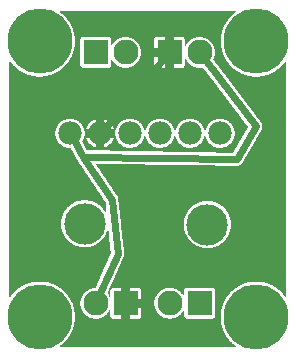
<source format=gtl>
G04 MADE WITH FRITZING*
G04 WWW.FRITZING.ORG*
G04 DOUBLE SIDED*
G04 HOLES PLATED*
G04 CONTOUR ON CENTER OF CONTOUR VECTOR*
%FSLAX26Y26*%
%MOIN*%
%ADD10C,0.075000*%
%ADD11C,0.216536*%
%ADD12C,0.083307*%
%ADD13C,0.078000*%
%ADD14C,0.137795*%
%ADD15R,0.083307X0.083307*%
%ADD16C,0.024000*%
%ADD17C,0.000100*%
%ADD18R,0.001000X0.001000*%
G04 COPPER1*
%FSLAX26Y26*%
%MOIN*%
D10*
X288700Y82630D03*
X844506Y139300D03*
X122566Y139730D03*
X845294Y1058767D03*
X122300Y1058333D03*
D11*
X853041Y130880D03*
X130901Y1049957D03*
X853390Y1049870D03*
D12*
X564428Y1012642D03*
X664428Y1012642D03*
X418643Y176110D03*
X318643Y176110D03*
X317739Y1012655D03*
X417739Y1012655D03*
X665163Y176520D03*
X565163Y176520D03*
D13*
X232480Y742759D03*
X332485Y742759D03*
X432489Y742759D03*
X532493Y742759D03*
X632497Y742759D03*
X732501Y742759D03*
D14*
X281437Y441580D03*
X690502Y438838D03*
D11*
X130990Y131200D03*
D15*
X564428Y1012642D03*
X418643Y176114D03*
X317740Y1012655D03*
X665163Y176523D03*
D16*
X344868Y757169D02*
X550314Y996220D01*
D02*
X677563Y995428D02*
X852528Y766128D01*
D02*
X276000Y665100D02*
X241769Y726185D01*
D02*
X788630Y656307D02*
X276000Y665100D01*
D02*
X852528Y766128D02*
X788631Y656306D01*
D02*
X372000Y521100D02*
X276000Y665100D01*
D02*
X391004Y340353D02*
X372000Y521100D01*
D02*
X327374Y195930D02*
X391004Y340353D01*
D17*
G36*
X859572Y189467D02*
X865106Y188667D01*
X870439Y187234D01*
X875873Y185200D01*
X881673Y182434D01*
X885939Y179830D01*
X890473Y176400D01*
X894639Y172600D01*
X898639Y168200D01*
X902106Y163600D01*
X904739Y159230D01*
X907306Y153700D01*
X909406Y148130D01*
X910773Y142730D01*
X911639Y137130D01*
X911906Y130900D01*
X911606Y124570D01*
X910739Y118830D01*
X909339Y113530D01*
X907239Y107900D01*
X904639Y102400D01*
X901973Y98000D01*
X898606Y93570D01*
X894739Y89300D01*
X890339Y85300D01*
X885839Y81900D01*
X881439Y79230D01*
X875673Y76530D01*
X870206Y74470D01*
X864839Y73100D01*
X859306Y72300D01*
X852906Y72030D01*
X846439Y72330D01*
X840939Y73130D01*
X835606Y74570D01*
X830006Y76670D01*
X824639Y79230D01*
X819906Y82100D01*
X815606Y85370D01*
X811206Y89430D01*
X807172Y93830D01*
X803906Y98230D01*
X801272Y102630D01*
X798739Y108100D01*
X796606Y113770D01*
X795206Y119270D01*
X794406Y124830D01*
X794139Y130930D01*
X794439Y137530D01*
X795239Y142800D01*
X796739Y148400D01*
X798806Y153900D01*
X801439Y159470D01*
X804039Y163770D01*
X807472Y168300D01*
X811439Y172600D01*
X816006Y176770D01*
X820172Y179900D01*
X824906Y182734D01*
X830206Y185200D01*
X835839Y187334D01*
X841206Y188700D01*
X846706Y189500D01*
X852906Y189767D01*
X859572Y189467D01*
D02*
G37*
D02*
G36*
X137533Y189800D02*
X142866Y189000D01*
X148466Y187500D01*
X153966Y185433D01*
X159533Y182800D01*
X163933Y180100D01*
X168566Y176600D01*
X172466Y173030D01*
X176733Y168330D01*
X179966Y164030D01*
X182766Y159370D01*
X185200Y154230D01*
X187400Y148430D01*
X188733Y143100D01*
X189533Y137770D01*
X189833Y131300D01*
X189533Y124870D01*
X188733Y119130D01*
X187300Y113800D01*
X185200Y108200D01*
X182733Y103070D01*
X179833Y98200D01*
X176666Y94000D01*
X172333Y89270D01*
X168366Y85670D01*
X163733Y82200D01*
X159300Y79500D01*
X153766Y76930D01*
X148200Y74830D01*
X142800Y73470D01*
X137133Y72600D01*
X130867Y72330D01*
X124500Y72630D01*
X118900Y73500D01*
X113500Y74930D01*
X107967Y77000D01*
X102400Y79630D01*
X98000Y82330D01*
X93633Y85630D01*
X89167Y89730D01*
X85167Y94130D01*
X81967Y98430D01*
X79167Y103100D01*
X76533Y108670D01*
X74667Y113770D01*
X73167Y119600D01*
X72367Y125130D01*
X72100Y131300D01*
X72433Y138000D01*
X73200Y143100D01*
X74767Y148900D01*
X76600Y153970D01*
X79467Y159800D01*
X82100Y164230D01*
X85400Y168600D01*
X89400Y172900D01*
X93900Y177030D01*
X98200Y180230D01*
X102633Y182933D01*
X108167Y185500D01*
X113700Y187600D01*
X119333Y189033D01*
X124666Y189833D01*
X130867Y190100D01*
X137533Y189800D01*
D02*
G37*
D02*
G36*
X859928Y1108467D02*
X865228Y1107667D01*
X870928Y1106167D01*
X876361Y1104100D01*
X881728Y1101533D01*
X886395Y1098700D01*
X890761Y1095400D01*
X895028Y1091500D01*
X899061Y1087067D01*
X902295Y1082767D01*
X905128Y1078033D01*
X907561Y1072900D01*
X909728Y1067200D01*
X911161Y1061500D01*
X911961Y1056233D01*
X912228Y1049967D01*
X911928Y1043400D01*
X911128Y1038000D01*
X909628Y1032400D01*
X907561Y1026867D01*
X905028Y1021600D01*
X902228Y1016900D01*
X898995Y1012600D01*
X894895Y1008133D01*
X890561Y1004200D01*
X886295Y1001000D01*
X881495Y998100D01*
X876161Y995600D01*
X870528Y993467D01*
X865228Y992133D01*
X859528Y991267D01*
X853261Y991000D01*
X846928Y991300D01*
X841195Y992167D01*
X835928Y993567D01*
X830328Y995667D01*
X824994Y998200D01*
X820161Y1001133D01*
X815828Y1004467D01*
X811694Y1008267D01*
X807494Y1012866D01*
X804361Y1017066D01*
X801528Y1021800D01*
X799061Y1027066D01*
X796894Y1032800D01*
X795594Y1038000D01*
X794728Y1043800D01*
X794461Y1049900D01*
X794761Y1056433D01*
X795661Y1062167D01*
X797028Y1067300D01*
X799128Y1072900D01*
X801694Y1078267D01*
X804528Y1082967D01*
X807661Y1087100D01*
X811994Y1091833D01*
X816228Y1095633D01*
X820594Y1098967D01*
X825194Y1101667D01*
X830494Y1104167D01*
X836028Y1106267D01*
X841728Y1107700D01*
X847061Y1108500D01*
X853261Y1108767D01*
X859928Y1108467D01*
D02*
G37*
D02*
G36*
X137300Y1108567D02*
X143034Y1107700D01*
X148300Y1106300D01*
X153900Y1104200D01*
X159267Y1101633D01*
X164000Y1098767D01*
X168200Y1095567D01*
X172834Y1091333D01*
X176434Y1087367D01*
X179967Y1082700D01*
X182400Y1078633D01*
X185234Y1072633D01*
X187300Y1067167D01*
X188600Y1062067D01*
X189500Y1056200D01*
X189767Y1049967D01*
X189467Y1043600D01*
X188600Y1037900D01*
X187200Y1032566D01*
X185100Y1026967D01*
X182534Y1021633D01*
X179867Y1017133D01*
X176634Y1012866D01*
X172500Y1008300D01*
X168067Y1004267D01*
X163800Y1001067D01*
X159167Y998267D01*
X153400Y995533D01*
X148334Y993667D01*
X142500Y992167D01*
X137167Y991367D01*
X130767Y991100D01*
X124334Y991400D01*
X119000Y992200D01*
X113200Y993767D01*
X108133Y995600D01*
X102433Y998400D01*
X97733Y1001200D01*
X93500Y1004433D01*
X89133Y1008467D01*
X84967Y1013033D01*
X81767Y1017366D01*
X79100Y1021833D01*
X76600Y1027167D01*
X74467Y1032800D01*
X73067Y1038333D01*
X72267Y1043733D01*
X72000Y1049967D01*
X72300Y1056600D01*
X73100Y1061867D01*
X74600Y1067567D01*
X76600Y1072833D01*
X79500Y1078867D01*
X81933Y1082900D01*
X85500Y1087567D01*
X89067Y1091467D01*
X93767Y1095733D01*
X97967Y1098900D01*
X102733Y1101767D01*
X108067Y1104267D01*
X113700Y1106400D01*
X119000Y1107733D01*
X124733Y1108600D01*
X130767Y1108867D01*
X137300Y1108567D01*
D02*
G37*
D02*
G36*
X286000Y480567D02*
X289466Y480067D01*
X293433Y479067D01*
X296600Y477900D01*
X303300Y474167D01*
X309500Y468934D01*
X313933Y463634D01*
X317800Y456667D01*
X318900Y453634D01*
X319900Y449534D01*
X320433Y445967D01*
X320600Y441600D01*
X320400Y437034D01*
X319866Y433434D01*
X318933Y429700D01*
X317700Y426334D01*
X314266Y420067D01*
X308933Y413767D01*
X302933Y408734D01*
X296366Y405167D01*
X293200Y404034D01*
X289233Y403067D01*
X285933Y402634D01*
X281333Y402434D01*
X276666Y402667D01*
X273266Y403100D01*
X269433Y404100D01*
X266266Y405267D01*
X259733Y408867D01*
X253700Y413934D01*
X248866Y419634D01*
X248566Y420067D01*
X244966Y426700D01*
X243833Y429934D01*
X242933Y433667D01*
X242400Y437300D01*
X242233Y441600D01*
X242433Y446234D01*
X242966Y449767D01*
X243933Y453634D01*
X245200Y457000D01*
X248900Y463634D01*
X253666Y469267D01*
X259600Y474200D01*
X266566Y478067D01*
X269500Y479100D01*
X273633Y480100D01*
X277033Y480567D01*
X281333Y480767D01*
X286000Y480567D01*
D02*
G37*
D02*
G36*
X286000Y480567D02*
X289466Y480067D01*
X293433Y479067D01*
X296600Y477900D01*
X303300Y474167D01*
X309500Y468934D01*
X313933Y463634D01*
X317800Y456667D01*
X318900Y453634D01*
X319900Y449534D01*
X320433Y445967D01*
X320600Y441600D01*
X320400Y437034D01*
X319866Y433434D01*
X318933Y429700D01*
X317700Y426334D01*
X314266Y420067D01*
X308933Y413767D01*
X302933Y408734D01*
X296366Y405167D01*
X293200Y404034D01*
X289233Y403067D01*
X285933Y402634D01*
X281333Y402434D01*
X276666Y402667D01*
X273266Y403100D01*
X269433Y404100D01*
X266266Y405267D01*
X259733Y408867D01*
X253700Y413934D01*
X248866Y419634D01*
X248566Y420067D01*
X244966Y426700D01*
X243833Y429934D01*
X242933Y433667D01*
X242400Y437300D01*
X242233Y441600D01*
X242433Y446234D01*
X242966Y449767D01*
X243933Y453634D01*
X245200Y457000D01*
X248900Y463634D01*
X253666Y469267D01*
X259600Y474200D01*
X266566Y478067D01*
X269500Y479100D01*
X273633Y480100D01*
X277033Y480567D01*
X281333Y480767D01*
X286000Y480567D01*
D02*
G37*
D02*
G36*
X695033Y477833D02*
X698500Y477333D01*
X702600Y476300D01*
X705633Y475200D01*
X712467Y471366D01*
X718000Y466733D01*
X723267Y460433D01*
X726967Y453666D01*
X728067Y450533D01*
X728967Y446800D01*
X729467Y443266D01*
X729667Y438866D01*
X729467Y434266D01*
X728933Y430666D01*
X728033Y427066D01*
X726767Y423633D01*
X723333Y417333D01*
X718000Y411033D01*
X712000Y406000D01*
X705367Y402400D01*
X702200Y401300D01*
X698400Y400366D01*
X694767Y399833D01*
X690400Y399666D01*
X685833Y399900D01*
X682300Y400400D01*
X678500Y401366D01*
X675200Y402566D01*
X668433Y406333D01*
X662800Y411100D01*
X657900Y416966D01*
X653967Y424100D01*
X652900Y427133D01*
X651967Y431033D01*
X651467Y434533D01*
X651300Y438866D01*
X651533Y443466D01*
X652000Y446900D01*
X653133Y451433D01*
X654067Y453933D01*
X657900Y460766D01*
X662967Y466766D01*
X668467Y471366D01*
X675667Y475366D01*
X678567Y476366D01*
X682700Y477366D01*
X686100Y477833D01*
X690400Y478033D01*
X695033Y477833D01*
D02*
G37*
D02*
G36*
X695033Y477833D02*
X698500Y477333D01*
X702600Y476300D01*
X705633Y475200D01*
X712467Y471366D01*
X718000Y466733D01*
X723267Y460433D01*
X726967Y453666D01*
X728067Y450533D01*
X728967Y446800D01*
X729467Y443266D01*
X729667Y438866D01*
X729467Y434266D01*
X728933Y430666D01*
X728033Y427066D01*
X726767Y423633D01*
X723333Y417333D01*
X718000Y411033D01*
X712000Y406000D01*
X705367Y402400D01*
X702200Y401300D01*
X698400Y400366D01*
X694767Y399833D01*
X690400Y399666D01*
X685833Y399900D01*
X682300Y400400D01*
X678500Y401366D01*
X675200Y402566D01*
X668433Y406333D01*
X662800Y411100D01*
X657900Y416966D01*
X653967Y424100D01*
X652900Y427133D01*
X651967Y431033D01*
X651467Y434533D01*
X651300Y438866D01*
X651533Y443466D01*
X652000Y446900D01*
X653133Y451433D01*
X654067Y453933D01*
X657900Y460766D01*
X662967Y466766D01*
X668467Y471366D01*
X675667Y475366D01*
X678567Y476366D01*
X682700Y477366D01*
X686100Y477833D01*
X690400Y478033D01*
X695033Y477833D01*
D02*
G37*
D02*
D18*
X199500Y1150600D02*
X784500Y1150600D01*
X198500Y1149600D02*
X785500Y1149600D01*
X198500Y1148600D02*
X785500Y1148600D01*
X198500Y1147600D02*
X785500Y1147600D01*
X199500Y1146600D02*
X784500Y1146600D01*
X200500Y1145600D02*
X783500Y1145600D01*
X202500Y1144600D02*
X782500Y1144600D01*
X203500Y1143600D02*
X780500Y1143600D01*
X204500Y1142600D02*
X779500Y1142600D01*
X206500Y1141600D02*
X778500Y1141600D01*
X207500Y1140600D02*
X776500Y1140600D01*
X208500Y1139600D02*
X775500Y1139600D01*
X209500Y1138600D02*
X774500Y1138600D01*
X210500Y1137600D02*
X773500Y1137600D01*
X211500Y1136600D02*
X772500Y1136600D01*
X212500Y1135600D02*
X771500Y1135600D01*
X213500Y1134600D02*
X770500Y1134600D01*
X214500Y1133600D02*
X769500Y1133600D01*
X215500Y1132600D02*
X768500Y1132600D01*
X216500Y1131600D02*
X767500Y1131600D01*
X217500Y1130600D02*
X766500Y1130600D01*
X218500Y1129600D02*
X765500Y1129600D01*
X219500Y1128600D02*
X764500Y1128600D01*
X220500Y1127600D02*
X763500Y1127600D01*
X221500Y1126600D02*
X762500Y1126600D01*
X222500Y1125600D02*
X761500Y1125600D01*
X222500Y1124600D02*
X761500Y1124600D01*
X223500Y1123600D02*
X760500Y1123600D01*
X224500Y1122600D02*
X759500Y1122600D01*
X225500Y1121600D02*
X758500Y1121600D01*
X225500Y1120600D02*
X758500Y1120600D01*
X226500Y1119600D02*
X757500Y1119600D01*
X227500Y1118600D02*
X756500Y1118600D01*
X228500Y1117600D02*
X755500Y1117600D01*
X228500Y1116600D02*
X755500Y1116600D01*
X229500Y1115600D02*
X754500Y1115600D01*
X230500Y1114600D02*
X753500Y1114600D01*
X230500Y1113600D02*
X753500Y1113600D01*
X231500Y1112600D02*
X752500Y1112600D01*
X232500Y1111600D02*
X752500Y1111600D01*
X232500Y1110600D02*
X751500Y1110600D01*
X233500Y1109600D02*
X750500Y1109600D01*
X233500Y1108600D02*
X750500Y1108600D01*
X234500Y1107600D02*
X749500Y1107600D01*
X235500Y1106600D02*
X748500Y1106600D01*
X235500Y1105600D02*
X748500Y1105600D01*
X236500Y1104600D02*
X747500Y1104600D01*
X236500Y1103600D02*
X747500Y1103600D01*
X237500Y1102600D02*
X746500Y1102600D01*
X237500Y1101600D02*
X746500Y1101600D01*
X237500Y1100600D02*
X745500Y1100600D01*
X238500Y1099600D02*
X745500Y1099600D01*
X238500Y1098600D02*
X745500Y1098600D01*
X239500Y1097600D02*
X744500Y1097600D01*
X239500Y1096600D02*
X744500Y1096600D01*
X240500Y1095600D02*
X743500Y1095600D01*
X240500Y1094600D02*
X743500Y1094600D01*
X241500Y1093600D02*
X742500Y1093600D01*
X241500Y1092600D02*
X742500Y1092600D01*
X241500Y1091600D02*
X742500Y1091600D01*
X242500Y1090600D02*
X741500Y1090600D01*
X242500Y1089600D02*
X741500Y1089600D01*
X242500Y1088600D02*
X741500Y1088600D01*
X243500Y1087600D02*
X740500Y1087600D01*
X243500Y1086600D02*
X740500Y1086600D01*
X244500Y1085600D02*
X739500Y1085600D01*
X244500Y1084600D02*
X739500Y1084600D01*
X244500Y1083600D02*
X739500Y1083600D01*
X244500Y1082600D02*
X739500Y1082600D01*
X245500Y1081600D02*
X738500Y1081600D01*
X245500Y1080600D02*
X738500Y1080600D01*
X245500Y1079600D02*
X738500Y1079600D01*
X245500Y1078600D02*
X738500Y1078600D01*
X246500Y1077600D02*
X737500Y1077600D01*
X246500Y1076600D02*
X737500Y1076600D01*
X246500Y1075600D02*
X737500Y1075600D01*
X246500Y1074600D02*
X737500Y1074600D01*
X247500Y1073600D02*
X736500Y1073600D01*
X247500Y1072600D02*
X736500Y1072600D01*
X247500Y1071600D02*
X736500Y1071600D01*
X247500Y1070600D02*
X736500Y1070600D01*
X247500Y1069600D02*
X736500Y1069600D01*
X247500Y1068600D02*
X736500Y1068600D01*
X248500Y1067600D02*
X735500Y1067600D01*
X248500Y1066600D02*
X735500Y1066600D01*
X248500Y1065600D02*
X735500Y1065600D01*
X248500Y1064600D02*
X735500Y1064600D01*
X248500Y1063600D02*
X271500Y1063600D01*
X363500Y1063600D02*
X409500Y1063600D01*
X425500Y1063600D02*
X518500Y1063600D01*
X549500Y1063600D02*
X579500Y1063600D01*
X610500Y1063600D02*
X656500Y1063600D01*
X672500Y1063600D02*
X735500Y1063600D01*
X248500Y1062600D02*
X269500Y1062600D01*
X365500Y1062600D02*
X404500Y1062600D01*
X430500Y1062600D02*
X516500Y1062600D01*
X549500Y1062600D02*
X579500Y1062600D01*
X611500Y1062600D02*
X651500Y1062600D01*
X676500Y1062600D02*
X735500Y1062600D01*
X248500Y1061600D02*
X268500Y1061600D01*
X366500Y1061600D02*
X401500Y1061600D01*
X433500Y1061600D02*
X515500Y1061600D01*
X549500Y1061600D02*
X579500Y1061600D01*
X613500Y1061600D02*
X648500Y1061600D01*
X679500Y1061600D02*
X735500Y1061600D01*
X249500Y1060600D02*
X267500Y1060600D01*
X367500Y1060600D02*
X398500Y1060600D01*
X436500Y1060600D02*
X514500Y1060600D01*
X549500Y1060600D02*
X579500Y1060600D01*
X614500Y1060600D02*
X645500Y1060600D01*
X683500Y1060600D02*
X734500Y1060600D01*
X249500Y1059600D02*
X267500Y1059600D01*
X368500Y1059600D02*
X396500Y1059600D01*
X439500Y1059600D02*
X513500Y1059600D01*
X549500Y1059600D02*
X579500Y1059600D01*
X614500Y1059600D02*
X642500Y1059600D01*
X685500Y1059600D02*
X734500Y1059600D01*
X249500Y1058600D02*
X266500Y1058600D01*
X368500Y1058600D02*
X394500Y1058600D01*
X440500Y1058600D02*
X513500Y1058600D01*
X549500Y1058600D02*
X579500Y1058600D01*
X615500Y1058600D02*
X640500Y1058600D01*
X687500Y1058600D02*
X734500Y1058600D01*
X249500Y1057600D02*
X266500Y1057600D01*
X369500Y1057600D02*
X392500Y1057600D01*
X442500Y1057600D02*
X512500Y1057600D01*
X549500Y1057600D02*
X579500Y1057600D01*
X615500Y1057600D02*
X639500Y1057600D01*
X689500Y1057600D02*
X734500Y1057600D01*
X249500Y1056600D02*
X265500Y1056600D01*
X369500Y1056600D02*
X390500Y1056600D01*
X444500Y1056600D02*
X512500Y1056600D01*
X549500Y1056600D02*
X579500Y1056600D01*
X616500Y1056600D02*
X637500Y1056600D01*
X691500Y1056600D02*
X734500Y1056600D01*
X249500Y1055600D02*
X265500Y1055600D01*
X369500Y1055600D02*
X388500Y1055600D01*
X446500Y1055600D02*
X512500Y1055600D01*
X549500Y1055600D02*
X579500Y1055600D01*
X616500Y1055600D02*
X635500Y1055600D01*
X693500Y1055600D02*
X734500Y1055600D01*
X249500Y1054600D02*
X265500Y1054600D01*
X369500Y1054600D02*
X387500Y1054600D01*
X447500Y1054600D02*
X512500Y1054600D01*
X549500Y1054600D02*
X579500Y1054600D01*
X616500Y1054600D02*
X633500Y1054600D01*
X694500Y1054600D02*
X734500Y1054600D01*
X249500Y1053600D02*
X265500Y1053600D01*
X369500Y1053600D02*
X385500Y1053600D01*
X449500Y1053600D02*
X512500Y1053600D01*
X549500Y1053600D02*
X579500Y1053600D01*
X616500Y1053600D02*
X632500Y1053600D01*
X695500Y1053600D02*
X734500Y1053600D01*
X249500Y1052600D02*
X265500Y1052600D01*
X369500Y1052600D02*
X384500Y1052600D01*
X450500Y1052600D02*
X512500Y1052600D01*
X549500Y1052600D02*
X579500Y1052600D01*
X616500Y1052600D02*
X631500Y1052600D01*
X697500Y1052600D02*
X734500Y1052600D01*
X249500Y1051600D02*
X265500Y1051600D01*
X369500Y1051600D02*
X383500Y1051600D01*
X451500Y1051600D02*
X512500Y1051600D01*
X549500Y1051600D02*
X579500Y1051600D01*
X616500Y1051600D02*
X630500Y1051600D01*
X698500Y1051600D02*
X734500Y1051600D01*
X249500Y1050600D02*
X265500Y1050600D01*
X369500Y1050600D02*
X382500Y1050600D01*
X452500Y1050600D02*
X512500Y1050600D01*
X549500Y1050600D02*
X579500Y1050600D01*
X616500Y1050600D02*
X628500Y1050600D01*
X699500Y1050600D02*
X734500Y1050600D01*
X249500Y1049600D02*
X265500Y1049600D01*
X369500Y1049600D02*
X381500Y1049600D01*
X454500Y1049600D02*
X512500Y1049600D01*
X549500Y1049600D02*
X579500Y1049600D01*
X616500Y1049600D02*
X627500Y1049600D01*
X700500Y1049600D02*
X734500Y1049600D01*
X249500Y1048600D02*
X265500Y1048600D01*
X369500Y1048600D02*
X380500Y1048600D01*
X455500Y1048600D02*
X512500Y1048600D01*
X549500Y1048600D02*
X579500Y1048600D01*
X616500Y1048600D02*
X626500Y1048600D01*
X701500Y1048600D02*
X734500Y1048600D01*
X249500Y1047600D02*
X265500Y1047600D01*
X369500Y1047600D02*
X379500Y1047600D01*
X455500Y1047600D02*
X512500Y1047600D01*
X549500Y1047600D02*
X579500Y1047600D01*
X616500Y1047600D02*
X625500Y1047600D01*
X702500Y1047600D02*
X734500Y1047600D01*
X249500Y1046600D02*
X265500Y1046600D01*
X369500Y1046600D02*
X378500Y1046600D01*
X456500Y1046600D02*
X512500Y1046600D01*
X549500Y1046600D02*
X579500Y1046600D01*
X616500Y1046600D02*
X625500Y1046600D01*
X703500Y1046600D02*
X734500Y1046600D01*
X249500Y1045600D02*
X265500Y1045600D01*
X369500Y1045600D02*
X377500Y1045600D01*
X457500Y1045600D02*
X512500Y1045600D01*
X549500Y1045600D02*
X579500Y1045600D01*
X616500Y1045600D02*
X624500Y1045600D01*
X704500Y1045600D02*
X734500Y1045600D01*
X249500Y1044600D02*
X265500Y1044600D01*
X369500Y1044600D02*
X376500Y1044600D01*
X458500Y1044600D02*
X512500Y1044600D01*
X549500Y1044600D02*
X579500Y1044600D01*
X616500Y1044600D02*
X623500Y1044600D01*
X705500Y1044600D02*
X734500Y1044600D01*
X249500Y1043600D02*
X265500Y1043600D01*
X369500Y1043600D02*
X376500Y1043600D01*
X459500Y1043600D02*
X512500Y1043600D01*
X549500Y1043600D02*
X579500Y1043600D01*
X616500Y1043600D02*
X622500Y1043600D01*
X705500Y1043600D02*
X734500Y1043600D01*
X249500Y1042600D02*
X265500Y1042600D01*
X369500Y1042600D02*
X375500Y1042600D01*
X460500Y1042600D02*
X512500Y1042600D01*
X549500Y1042600D02*
X579500Y1042600D01*
X616500Y1042600D02*
X621500Y1042600D01*
X706500Y1042600D02*
X734500Y1042600D01*
X249500Y1041600D02*
X265500Y1041600D01*
X369500Y1041600D02*
X374500Y1041600D01*
X460500Y1041600D02*
X512500Y1041600D01*
X549500Y1041600D02*
X579500Y1041600D01*
X616500Y1041600D02*
X621500Y1041600D01*
X707500Y1041600D02*
X734500Y1041600D01*
X249500Y1040600D02*
X265500Y1040600D01*
X369500Y1040600D02*
X373500Y1040600D01*
X461500Y1040600D02*
X512500Y1040600D01*
X549500Y1040600D02*
X579500Y1040600D01*
X616500Y1040600D02*
X620500Y1040600D01*
X707500Y1040600D02*
X734500Y1040600D01*
X249500Y1039600D02*
X265500Y1039600D01*
X370500Y1039600D02*
X373500Y1039600D01*
X461500Y1039600D02*
X512500Y1039600D01*
X549500Y1039600D02*
X579500Y1039600D01*
X616500Y1039600D02*
X619500Y1039600D01*
X708500Y1039600D02*
X734500Y1039600D01*
X248500Y1038600D02*
X265500Y1038600D01*
X371500Y1038600D02*
X371500Y1038600D01*
X462500Y1038600D02*
X512500Y1038600D01*
X549500Y1038600D02*
X579500Y1038600D01*
X616500Y1038600D02*
X619500Y1038600D01*
X709500Y1038600D02*
X735500Y1038600D01*
X248500Y1037600D02*
X265500Y1037600D01*
X462500Y1037600D02*
X512500Y1037600D01*
X549500Y1037600D02*
X579500Y1037600D01*
X616500Y1037600D02*
X618500Y1037600D01*
X709500Y1037600D02*
X735500Y1037600D01*
X248500Y1036600D02*
X265500Y1036600D01*
X463500Y1036600D02*
X512500Y1036600D01*
X549500Y1036600D02*
X579500Y1036600D01*
X616500Y1036600D02*
X618500Y1036600D01*
X710500Y1036600D02*
X735500Y1036600D01*
X248500Y1035600D02*
X265500Y1035600D01*
X463500Y1035600D02*
X512500Y1035600D01*
X616500Y1035600D02*
X617500Y1035600D01*
X710500Y1035600D02*
X735500Y1035600D01*
X248500Y1034600D02*
X265500Y1034600D01*
X464500Y1034600D02*
X512500Y1034600D01*
X616500Y1034600D02*
X617500Y1034600D01*
X711500Y1034600D02*
X735500Y1034600D01*
X248500Y1033600D02*
X265500Y1033600D01*
X465500Y1033600D02*
X512500Y1033600D01*
X616500Y1033600D02*
X616500Y1033600D01*
X711500Y1033600D02*
X735500Y1033600D01*
X248500Y1032600D02*
X265500Y1032600D01*
X465500Y1032600D02*
X512500Y1032600D01*
X616500Y1032600D02*
X616500Y1032600D01*
X712500Y1032600D02*
X735500Y1032600D01*
X247500Y1031600D02*
X265500Y1031600D01*
X465500Y1031600D02*
X512500Y1031600D01*
X712500Y1031600D02*
X736500Y1031600D01*
X247500Y1030600D02*
X265500Y1030600D01*
X466500Y1030600D02*
X512500Y1030600D01*
X712500Y1030600D02*
X736500Y1030600D01*
X247500Y1029600D02*
X265500Y1029600D01*
X466500Y1029600D02*
X512500Y1029600D01*
X713500Y1029600D02*
X736500Y1029600D01*
X247500Y1028600D02*
X265500Y1028600D01*
X466500Y1028600D02*
X512500Y1028600D01*
X713500Y1028600D02*
X736500Y1028600D01*
X247500Y1027600D02*
X265500Y1027600D01*
X467500Y1027600D02*
X540500Y1027600D01*
X713500Y1027600D02*
X736500Y1027600D01*
X247500Y1026600D02*
X265500Y1026600D01*
X467500Y1026600D02*
X540500Y1026600D01*
X714500Y1026600D02*
X736500Y1026600D01*
X246500Y1025600D02*
X265500Y1025600D01*
X467500Y1025600D02*
X540500Y1025600D01*
X714500Y1025600D02*
X737500Y1025600D01*
X246500Y1024600D02*
X265500Y1024600D01*
X468500Y1024600D02*
X540500Y1024600D01*
X714500Y1024600D02*
X737500Y1024600D01*
X246500Y1023600D02*
X265500Y1023600D01*
X468500Y1023600D02*
X540500Y1023600D01*
X715500Y1023600D02*
X737500Y1023600D01*
X246500Y1022600D02*
X265500Y1022600D01*
X468500Y1022600D02*
X540500Y1022600D01*
X715500Y1022600D02*
X737500Y1022600D01*
X245500Y1021600D02*
X265500Y1021600D01*
X468500Y1021600D02*
X540500Y1021600D01*
X715500Y1021600D02*
X738500Y1021600D01*
X245500Y1020600D02*
X265500Y1020600D01*
X468500Y1020600D02*
X540500Y1020600D01*
X715500Y1020600D02*
X738500Y1020600D01*
X245500Y1019600D02*
X265500Y1019600D01*
X469500Y1019600D02*
X540500Y1019600D01*
X715500Y1019600D02*
X738500Y1019600D01*
X245500Y1018600D02*
X265500Y1018600D01*
X469500Y1018600D02*
X540500Y1018600D01*
X715500Y1018600D02*
X738500Y1018600D01*
X244500Y1017600D02*
X265500Y1017600D01*
X469500Y1017600D02*
X540500Y1017600D01*
X716500Y1017600D02*
X739500Y1017600D01*
X244500Y1016600D02*
X265500Y1016600D01*
X469500Y1016600D02*
X540500Y1016600D01*
X716500Y1016600D02*
X739500Y1016600D01*
X244500Y1015600D02*
X265500Y1015600D01*
X469500Y1015600D02*
X540500Y1015600D01*
X716500Y1015600D02*
X739500Y1015600D01*
X244500Y1014600D02*
X265500Y1014600D01*
X469500Y1014600D02*
X540500Y1014600D01*
X716500Y1014600D02*
X739500Y1014600D01*
X243500Y1013600D02*
X265500Y1013600D01*
X469500Y1013600D02*
X540500Y1013600D01*
X716500Y1013600D02*
X740500Y1013600D01*
X243500Y1012600D02*
X265500Y1012600D01*
X469500Y1012600D02*
X540500Y1012600D01*
X716500Y1012600D02*
X740500Y1012600D01*
X243500Y1011600D02*
X265500Y1011600D01*
X469500Y1011600D02*
X540500Y1011600D01*
X716500Y1011600D02*
X740500Y1011600D01*
X242500Y1010600D02*
X265500Y1010600D01*
X469500Y1010600D02*
X540500Y1010600D01*
X716500Y1010600D02*
X741500Y1010600D01*
X242500Y1009600D02*
X265500Y1009600D01*
X469500Y1009600D02*
X540500Y1009600D01*
X716500Y1009600D02*
X741500Y1009600D01*
X241500Y1008600D02*
X265500Y1008600D01*
X469500Y1008600D02*
X540500Y1008600D01*
X716500Y1008600D02*
X742500Y1008600D01*
X241500Y1007600D02*
X265500Y1007600D01*
X469500Y1007600D02*
X540500Y1007600D01*
X716500Y1007600D02*
X742500Y1007600D01*
X241500Y1006600D02*
X265500Y1006600D01*
X469500Y1006600D02*
X540500Y1006600D01*
X715500Y1006600D02*
X742500Y1006600D01*
X240500Y1005600D02*
X265500Y1005600D01*
X469500Y1005600D02*
X540500Y1005600D01*
X715500Y1005600D02*
X743500Y1005600D01*
X240500Y1004600D02*
X265500Y1004600D01*
X468500Y1004600D02*
X540500Y1004600D01*
X715500Y1004600D02*
X743500Y1004600D01*
X240500Y1003600D02*
X265500Y1003600D01*
X468500Y1003600D02*
X540500Y1003600D01*
X715500Y1003600D02*
X743500Y1003600D01*
X239500Y1002600D02*
X265500Y1002600D01*
X468500Y1002600D02*
X540500Y1002600D01*
X715500Y1002600D02*
X744500Y1002600D01*
X239500Y1001600D02*
X265500Y1001600D01*
X468500Y1001600D02*
X540500Y1001600D01*
X714500Y1001600D02*
X744500Y1001600D01*
X238500Y1000600D02*
X265500Y1000600D01*
X467500Y1000600D02*
X540500Y1000600D01*
X714500Y1000600D02*
X745500Y1000600D01*
X238500Y999600D02*
X265500Y999600D01*
X467500Y999600D02*
X540500Y999600D01*
X714500Y999600D02*
X745500Y999600D01*
X237500Y998600D02*
X265500Y998600D01*
X467500Y998600D02*
X540500Y998600D01*
X714500Y998600D02*
X746500Y998600D01*
X237500Y997600D02*
X265500Y997600D01*
X467500Y997600D02*
X540500Y997600D01*
X713500Y997600D02*
X746500Y997600D01*
X236500Y996600D02*
X265500Y996600D01*
X466500Y996600D02*
X512500Y996600D01*
X713500Y996600D02*
X747500Y996600D01*
X236500Y995600D02*
X265500Y995600D01*
X466500Y995600D02*
X512500Y995600D01*
X713500Y995600D02*
X747500Y995600D01*
X235500Y994600D02*
X265500Y994600D01*
X466500Y994600D02*
X512500Y994600D01*
X712500Y994600D02*
X748500Y994600D01*
X235500Y993600D02*
X265500Y993600D01*
X465500Y993600D02*
X512500Y993600D01*
X712500Y993600D02*
X748500Y993600D01*
X234500Y992600D02*
X265500Y992600D01*
X465500Y992600D02*
X512500Y992600D01*
X616500Y992600D02*
X616500Y992600D01*
X712500Y992600D02*
X749500Y992600D01*
X233500Y991600D02*
X265500Y991600D01*
X464500Y991600D02*
X512500Y991600D01*
X616500Y991600D02*
X616500Y991600D01*
X711500Y991600D02*
X749500Y991600D01*
X233500Y990600D02*
X265500Y990600D01*
X464500Y990600D02*
X512500Y990600D01*
X616500Y990600D02*
X617500Y990600D01*
X711500Y990600D02*
X750500Y990600D01*
X232500Y989600D02*
X265500Y989600D01*
X463500Y989600D02*
X512500Y989600D01*
X616500Y989600D02*
X617500Y989600D01*
X710500Y989600D02*
X751500Y989600D01*
X232500Y988600D02*
X265500Y988600D01*
X463500Y988600D02*
X512500Y988600D01*
X549500Y988600D02*
X579500Y988600D01*
X616500Y988600D02*
X618500Y988600D01*
X710500Y988600D02*
X751500Y988600D01*
X231500Y987600D02*
X265500Y987600D01*
X462500Y987600D02*
X512500Y987600D01*
X549500Y987600D02*
X579500Y987600D01*
X616500Y987600D02*
X618500Y987600D01*
X711500Y987600D02*
X752500Y987600D01*
X230500Y986600D02*
X265500Y986600D01*
X371500Y986600D02*
X372500Y986600D01*
X462500Y986600D02*
X512500Y986600D01*
X549500Y986600D02*
X579500Y986600D01*
X616500Y986600D02*
X619500Y986600D01*
X712500Y986600D02*
X752500Y986600D01*
X230500Y985600D02*
X265500Y985600D01*
X370500Y985600D02*
X373500Y985600D01*
X461500Y985600D02*
X512500Y985600D01*
X549500Y985600D02*
X579500Y985600D01*
X616500Y985600D02*
X620500Y985600D01*
X713500Y985600D02*
X753500Y985600D01*
X229500Y984600D02*
X265500Y984600D01*
X369500Y984600D02*
X373500Y984600D01*
X461500Y984600D02*
X512500Y984600D01*
X549500Y984600D02*
X579500Y984600D01*
X616500Y984600D02*
X620500Y984600D01*
X713500Y984600D02*
X754500Y984600D01*
X229500Y983600D02*
X265500Y983600D01*
X369500Y983600D02*
X374500Y983600D01*
X460500Y983600D02*
X512500Y983600D01*
X549500Y983600D02*
X579500Y983600D01*
X616500Y983600D02*
X621500Y983600D01*
X714500Y983600D02*
X754500Y983600D01*
X32500Y982600D02*
X32500Y982600D01*
X228500Y982600D02*
X265500Y982600D01*
X369500Y982600D02*
X375500Y982600D01*
X459500Y982600D02*
X512500Y982600D01*
X549500Y982600D02*
X579500Y982600D01*
X616500Y982600D02*
X621500Y982600D01*
X715500Y982600D02*
X755500Y982600D01*
X951500Y982600D02*
X951500Y982600D01*
X30500Y981600D02*
X34500Y981600D01*
X227500Y981600D02*
X265500Y981600D01*
X369500Y981600D02*
X376500Y981600D01*
X459500Y981600D02*
X512500Y981600D01*
X549500Y981600D02*
X579500Y981600D01*
X616500Y981600D02*
X622500Y981600D01*
X716500Y981600D02*
X756500Y981600D01*
X949500Y981600D02*
X952500Y981600D01*
X30500Y980600D02*
X34500Y980600D01*
X226500Y980600D02*
X265500Y980600D01*
X369500Y980600D02*
X376500Y980600D01*
X458500Y980600D02*
X512500Y980600D01*
X549500Y980600D02*
X579500Y980600D01*
X616500Y980600D02*
X623500Y980600D01*
X716500Y980600D02*
X757500Y980600D01*
X949500Y980600D02*
X953500Y980600D01*
X30500Y979600D02*
X35500Y979600D01*
X226500Y979600D02*
X265500Y979600D01*
X369500Y979600D02*
X377500Y979600D01*
X457500Y979600D02*
X512500Y979600D01*
X549500Y979600D02*
X579500Y979600D01*
X616500Y979600D02*
X624500Y979600D01*
X717500Y979600D02*
X757500Y979600D01*
X948500Y979600D02*
X953500Y979600D01*
X30500Y978600D02*
X36500Y978600D01*
X225500Y978600D02*
X265500Y978600D01*
X369500Y978600D02*
X378500Y978600D01*
X456500Y978600D02*
X512500Y978600D01*
X549500Y978600D02*
X579500Y978600D01*
X616500Y978600D02*
X625500Y978600D01*
X718500Y978600D02*
X758500Y978600D01*
X947500Y978600D02*
X953500Y978600D01*
X30500Y977600D02*
X37500Y977600D01*
X224500Y977600D02*
X265500Y977600D01*
X369500Y977600D02*
X379500Y977600D01*
X455500Y977600D02*
X512500Y977600D01*
X549500Y977600D02*
X579500Y977600D01*
X616500Y977600D02*
X625500Y977600D01*
X719500Y977600D02*
X759500Y977600D01*
X947500Y977600D02*
X953500Y977600D01*
X30500Y976600D02*
X37500Y976600D01*
X223500Y976600D02*
X265500Y976600D01*
X369500Y976600D02*
X380500Y976600D01*
X454500Y976600D02*
X512500Y976600D01*
X549500Y976600D02*
X579500Y976600D01*
X616500Y976600D02*
X626500Y976600D01*
X719500Y976600D02*
X760500Y976600D01*
X946500Y976600D02*
X953500Y976600D01*
X30500Y975600D02*
X38500Y975600D01*
X223500Y975600D02*
X265500Y975600D01*
X369500Y975600D02*
X381500Y975600D01*
X453500Y975600D02*
X512500Y975600D01*
X549500Y975600D02*
X579500Y975600D01*
X616500Y975600D02*
X627500Y975600D01*
X720500Y975600D02*
X760500Y975600D01*
X945500Y975600D02*
X953500Y975600D01*
X30500Y974600D02*
X39500Y974600D01*
X222500Y974600D02*
X265500Y974600D01*
X369500Y974600D02*
X382500Y974600D01*
X452500Y974600D02*
X512500Y974600D01*
X549500Y974600D02*
X579500Y974600D01*
X616500Y974600D02*
X629500Y974600D01*
X721500Y974600D02*
X761500Y974600D01*
X944500Y974600D02*
X953500Y974600D01*
X30500Y973600D02*
X40500Y973600D01*
X221500Y973600D02*
X265500Y973600D01*
X369500Y973600D02*
X383500Y973600D01*
X451500Y973600D02*
X512500Y973600D01*
X549500Y973600D02*
X579500Y973600D01*
X616500Y973600D02*
X630500Y973600D01*
X722500Y973600D02*
X762500Y973600D01*
X943500Y973600D02*
X953500Y973600D01*
X30500Y972600D02*
X41500Y972600D01*
X220500Y972600D02*
X265500Y972600D01*
X369500Y972600D02*
X384500Y972600D01*
X450500Y972600D02*
X512500Y972600D01*
X549500Y972600D02*
X579500Y972600D01*
X616500Y972600D02*
X631500Y972600D01*
X722500Y972600D02*
X763500Y972600D01*
X942500Y972600D02*
X953500Y972600D01*
X30500Y971600D02*
X41500Y971600D01*
X219500Y971600D02*
X265500Y971600D01*
X369500Y971600D02*
X386500Y971600D01*
X449500Y971600D02*
X512500Y971600D01*
X549500Y971600D02*
X579500Y971600D01*
X616500Y971600D02*
X632500Y971600D01*
X723500Y971600D02*
X764500Y971600D01*
X942500Y971600D02*
X953500Y971600D01*
X30500Y970600D02*
X42500Y970600D01*
X218500Y970600D02*
X265500Y970600D01*
X369500Y970600D02*
X387500Y970600D01*
X447500Y970600D02*
X512500Y970600D01*
X549500Y970600D02*
X579500Y970600D01*
X616500Y970600D02*
X634500Y970600D01*
X724500Y970600D02*
X765500Y970600D01*
X941500Y970600D02*
X953500Y970600D01*
X30500Y969600D02*
X43500Y969600D01*
X217500Y969600D02*
X265500Y969600D01*
X369500Y969600D02*
X388500Y969600D01*
X446500Y969600D02*
X512500Y969600D01*
X549500Y969600D02*
X579500Y969600D01*
X616500Y969600D02*
X635500Y969600D01*
X725500Y969600D02*
X766500Y969600D01*
X940500Y969600D02*
X953500Y969600D01*
X30500Y968600D02*
X44500Y968600D01*
X216500Y968600D02*
X265500Y968600D01*
X369500Y968600D02*
X390500Y968600D01*
X444500Y968600D02*
X512500Y968600D01*
X549500Y968600D02*
X579500Y968600D01*
X616500Y968600D02*
X637500Y968600D01*
X726500Y968600D02*
X766500Y968600D01*
X939500Y968600D02*
X953500Y968600D01*
X30500Y967600D02*
X45500Y967600D01*
X216500Y967600D02*
X266500Y967600D01*
X369500Y967600D02*
X392500Y967600D01*
X442500Y967600D02*
X512500Y967600D01*
X549500Y967600D02*
X579500Y967600D01*
X615500Y967600D02*
X639500Y967600D01*
X726500Y967600D02*
X767500Y967600D01*
X938500Y967600D02*
X953500Y967600D01*
X30500Y966600D02*
X46500Y966600D01*
X215500Y966600D02*
X266500Y966600D01*
X368500Y966600D02*
X394500Y966600D01*
X440500Y966600D02*
X513500Y966600D01*
X549500Y966600D02*
X579500Y966600D01*
X615500Y966600D02*
X641500Y966600D01*
X727500Y966600D02*
X768500Y966600D01*
X937500Y966600D02*
X953500Y966600D01*
X30500Y965600D02*
X47500Y965600D01*
X214500Y965600D02*
X267500Y965600D01*
X368500Y965600D02*
X396500Y965600D01*
X438500Y965600D02*
X513500Y965600D01*
X549500Y965600D02*
X579500Y965600D01*
X614500Y965600D02*
X643500Y965600D01*
X728500Y965600D02*
X769500Y965600D01*
X936500Y965600D02*
X953500Y965600D01*
X30500Y964600D02*
X48500Y964600D01*
X213500Y964600D02*
X267500Y964600D01*
X367500Y964600D02*
X399500Y964600D01*
X436500Y964600D02*
X514500Y964600D01*
X549500Y964600D02*
X579500Y964600D01*
X614500Y964600D02*
X645500Y964600D01*
X729500Y964600D02*
X770500Y964600D01*
X935500Y964600D02*
X953500Y964600D01*
X30500Y963600D02*
X49500Y963600D01*
X211500Y963600D02*
X268500Y963600D01*
X366500Y963600D02*
X402500Y963600D01*
X432500Y963600D02*
X515500Y963600D01*
X549500Y963600D02*
X579500Y963600D01*
X613500Y963600D02*
X648500Y963600D01*
X729500Y963600D02*
X771500Y963600D01*
X934500Y963600D02*
X953500Y963600D01*
X30500Y962600D02*
X50500Y962600D01*
X210500Y962600D02*
X270500Y962600D01*
X365500Y962600D02*
X405500Y962600D01*
X429500Y962600D02*
X516500Y962600D01*
X549500Y962600D02*
X579500Y962600D01*
X611500Y962600D02*
X651500Y962600D01*
X730500Y962600D02*
X773500Y962600D01*
X933500Y962600D02*
X953500Y962600D01*
X30500Y961600D02*
X52500Y961600D01*
X209500Y961600D02*
X272500Y961600D01*
X362500Y961600D02*
X410500Y961600D01*
X424500Y961600D02*
X518500Y961600D01*
X549500Y961600D02*
X579500Y961600D01*
X609500Y961600D02*
X657500Y961600D01*
X671500Y961600D02*
X674500Y961600D01*
X731500Y961600D02*
X774500Y961600D01*
X932500Y961600D02*
X953500Y961600D01*
X30500Y960600D02*
X53500Y960600D01*
X208500Y960600D02*
X675500Y960600D01*
X732500Y960600D02*
X775500Y960600D01*
X930500Y960600D02*
X953500Y960600D01*
X30500Y959600D02*
X54500Y959600D01*
X207500Y959600D02*
X676500Y959600D01*
X732500Y959600D02*
X776500Y959600D01*
X929500Y959600D02*
X953500Y959600D01*
X30500Y958600D02*
X55500Y958600D01*
X206500Y958600D02*
X677500Y958600D01*
X733500Y958600D02*
X777500Y958600D01*
X928500Y958600D02*
X953500Y958600D01*
X30500Y957600D02*
X56500Y957600D01*
X204500Y957600D02*
X678500Y957600D01*
X734500Y957600D02*
X778500Y957600D01*
X927500Y957600D02*
X953500Y957600D01*
X30500Y956600D02*
X58500Y956600D01*
X203500Y956600D02*
X678500Y956600D01*
X735500Y956600D02*
X780500Y956600D01*
X925500Y956600D02*
X953500Y956600D01*
X30500Y955600D02*
X59500Y955600D01*
X202500Y955600D02*
X679500Y955600D01*
X735500Y955600D02*
X781500Y955600D01*
X924500Y955600D02*
X953500Y955600D01*
X30500Y954600D02*
X60500Y954600D01*
X200500Y954600D02*
X680500Y954600D01*
X736500Y954600D02*
X783500Y954600D01*
X923500Y954600D02*
X953500Y954600D01*
X30500Y953600D02*
X62500Y953600D01*
X199500Y953600D02*
X681500Y953600D01*
X737500Y953600D02*
X784500Y953600D01*
X921500Y953600D02*
X953500Y953600D01*
X30500Y952600D02*
X63500Y952600D01*
X198500Y952600D02*
X681500Y952600D01*
X738500Y952600D02*
X785500Y952600D01*
X920500Y952600D02*
X953500Y952600D01*
X30500Y951600D02*
X65500Y951600D01*
X196500Y951600D02*
X682500Y951600D01*
X738500Y951600D02*
X787500Y951600D01*
X919500Y951600D02*
X953500Y951600D01*
X30500Y950600D02*
X66500Y950600D01*
X195500Y950600D02*
X683500Y950600D01*
X739500Y950600D02*
X788500Y950600D01*
X917500Y950600D02*
X953500Y950600D01*
X30500Y949600D02*
X68500Y949600D01*
X193500Y949600D02*
X684500Y949600D01*
X740500Y949600D02*
X790500Y949600D01*
X915500Y949600D02*
X953500Y949600D01*
X30500Y948600D02*
X69500Y948600D01*
X191500Y948600D02*
X684500Y948600D01*
X741500Y948600D02*
X792500Y948600D01*
X914500Y948600D02*
X953500Y948600D01*
X30500Y947600D02*
X71500Y947600D01*
X190500Y947600D02*
X685500Y947600D01*
X742500Y947600D02*
X793500Y947600D01*
X912500Y947600D02*
X953500Y947600D01*
X30500Y946600D02*
X73500Y946600D01*
X188500Y946600D02*
X686500Y946600D01*
X742500Y946600D02*
X795500Y946600D01*
X910500Y946600D02*
X953500Y946600D01*
X30500Y945600D02*
X74500Y945600D01*
X186500Y945600D02*
X687500Y945600D01*
X743500Y945600D02*
X797500Y945600D01*
X909500Y945600D02*
X953500Y945600D01*
X30500Y944600D02*
X76500Y944600D01*
X184500Y944600D02*
X688500Y944600D01*
X744500Y944600D02*
X799500Y944600D01*
X907500Y944600D02*
X953500Y944600D01*
X30500Y943600D02*
X79500Y943600D01*
X182500Y943600D02*
X688500Y943600D01*
X745500Y943600D02*
X801500Y943600D01*
X904500Y943600D02*
X953500Y943600D01*
X30500Y942600D02*
X81500Y942600D01*
X180500Y942600D02*
X689500Y942600D01*
X745500Y942600D02*
X803500Y942600D01*
X902500Y942600D02*
X953500Y942600D01*
X30500Y941600D02*
X83500Y941600D01*
X178500Y941600D02*
X690500Y941600D01*
X746500Y941600D02*
X805500Y941600D01*
X900500Y941600D02*
X953500Y941600D01*
X30500Y940600D02*
X85500Y940600D01*
X176500Y940600D02*
X691500Y940600D01*
X747500Y940600D02*
X807500Y940600D01*
X898500Y940600D02*
X953500Y940600D01*
X30500Y939600D02*
X88500Y939600D01*
X173500Y939600D02*
X691500Y939600D01*
X748500Y939600D02*
X810500Y939600D01*
X895500Y939600D02*
X953500Y939600D01*
X30500Y938600D02*
X91500Y938600D01*
X170500Y938600D02*
X692500Y938600D01*
X748500Y938600D02*
X813500Y938600D01*
X893500Y938600D02*
X953500Y938600D01*
X30500Y937600D02*
X93500Y937600D01*
X167500Y937600D02*
X693500Y937600D01*
X749500Y937600D02*
X815500Y937600D01*
X890500Y937600D02*
X953500Y937600D01*
X30500Y936600D02*
X97500Y936600D01*
X164500Y936600D02*
X694500Y936600D01*
X750500Y936600D02*
X819500Y936600D01*
X887500Y936600D02*
X953500Y936600D01*
X30500Y935600D02*
X101500Y935600D01*
X160500Y935600D02*
X694500Y935600D01*
X751500Y935600D02*
X823500Y935600D01*
X883500Y935600D02*
X953500Y935600D01*
X30500Y934600D02*
X104500Y934600D01*
X156500Y934600D02*
X695500Y934600D01*
X751500Y934600D02*
X827500Y934600D01*
X879500Y934600D02*
X953500Y934600D01*
X30500Y933600D02*
X110500Y933600D01*
X150500Y933600D02*
X696500Y933600D01*
X752500Y933600D02*
X832500Y933600D01*
X873500Y933600D02*
X953500Y933600D01*
X30500Y932600D02*
X117500Y932600D01*
X144500Y932600D02*
X697500Y932600D01*
X753500Y932600D02*
X838500Y932600D01*
X867500Y932600D02*
X953500Y932600D01*
X30500Y931600D02*
X697500Y931600D01*
X754500Y931600D02*
X953500Y931600D01*
X30500Y930600D02*
X698500Y930600D01*
X755500Y930600D02*
X953500Y930600D01*
X30500Y929600D02*
X699500Y929600D01*
X755500Y929600D02*
X953500Y929600D01*
X30500Y928600D02*
X700500Y928600D01*
X756500Y928600D02*
X953500Y928600D01*
X30500Y927600D02*
X700500Y927600D01*
X757500Y927600D02*
X953500Y927600D01*
X30500Y926600D02*
X701500Y926600D01*
X758500Y926600D02*
X953500Y926600D01*
X30500Y925600D02*
X702500Y925600D01*
X758500Y925600D02*
X953500Y925600D01*
X30500Y924600D02*
X703500Y924600D01*
X759500Y924600D02*
X953500Y924600D01*
X30500Y923600D02*
X704500Y923600D01*
X760500Y923600D02*
X953500Y923600D01*
X30500Y922600D02*
X704500Y922600D01*
X761500Y922600D02*
X953500Y922600D01*
X30500Y921600D02*
X705500Y921600D01*
X761500Y921600D02*
X953500Y921600D01*
X30500Y920600D02*
X706500Y920600D01*
X762500Y920600D02*
X953500Y920600D01*
X30500Y919600D02*
X707500Y919600D01*
X763500Y919600D02*
X953500Y919600D01*
X30500Y918600D02*
X707500Y918600D01*
X764500Y918600D02*
X953500Y918600D01*
X30500Y917600D02*
X708500Y917600D01*
X764500Y917600D02*
X953500Y917600D01*
X30500Y916600D02*
X709500Y916600D01*
X765500Y916600D02*
X953500Y916600D01*
X30500Y915600D02*
X710500Y915600D01*
X766500Y915600D02*
X953500Y915600D01*
X30500Y914600D02*
X710500Y914600D01*
X767500Y914600D02*
X953500Y914600D01*
X30500Y913600D02*
X711500Y913600D01*
X767500Y913600D02*
X953500Y913600D01*
X30500Y912600D02*
X712500Y912600D01*
X768500Y912600D02*
X953500Y912600D01*
X30500Y911600D02*
X713500Y911600D01*
X769500Y911600D02*
X953500Y911600D01*
X30500Y910600D02*
X713500Y910600D01*
X770500Y910600D02*
X953500Y910600D01*
X30500Y909600D02*
X714500Y909600D01*
X771500Y909600D02*
X953500Y909600D01*
X30500Y908600D02*
X715500Y908600D01*
X771500Y908600D02*
X953500Y908600D01*
X30500Y907600D02*
X716500Y907600D01*
X772500Y907600D02*
X953500Y907600D01*
X30500Y906600D02*
X717500Y906600D01*
X773500Y906600D02*
X953500Y906600D01*
X30500Y905600D02*
X717500Y905600D01*
X774500Y905600D02*
X953500Y905600D01*
X30500Y904600D02*
X718500Y904600D01*
X774500Y904600D02*
X953500Y904600D01*
X30500Y903600D02*
X719500Y903600D01*
X775500Y903600D02*
X953500Y903600D01*
X30500Y902600D02*
X720500Y902600D01*
X776500Y902600D02*
X953500Y902600D01*
X30500Y901600D02*
X720500Y901600D01*
X777500Y901600D02*
X953500Y901600D01*
X30500Y900600D02*
X721500Y900600D01*
X777500Y900600D02*
X953500Y900600D01*
X30500Y899600D02*
X722500Y899600D01*
X778500Y899600D02*
X953500Y899600D01*
X30500Y898600D02*
X723500Y898600D01*
X779500Y898600D02*
X953500Y898600D01*
X30500Y897600D02*
X723500Y897600D01*
X780500Y897600D02*
X953500Y897600D01*
X30500Y896600D02*
X724500Y896600D01*
X780500Y896600D02*
X953500Y896600D01*
X30500Y895600D02*
X725500Y895600D01*
X781500Y895600D02*
X953500Y895600D01*
X30500Y894600D02*
X726500Y894600D01*
X782500Y894600D02*
X953500Y894600D01*
X30500Y893600D02*
X726500Y893600D01*
X783500Y893600D02*
X953500Y893600D01*
X30500Y892600D02*
X727500Y892600D01*
X783500Y892600D02*
X953500Y892600D01*
X30500Y891600D02*
X728500Y891600D01*
X784500Y891600D02*
X953500Y891600D01*
X30500Y890600D02*
X729500Y890600D01*
X785500Y890600D02*
X953500Y890600D01*
X30500Y889600D02*
X729500Y889600D01*
X786500Y889600D02*
X953500Y889600D01*
X30500Y888600D02*
X730500Y888600D01*
X787500Y888600D02*
X953500Y888600D01*
X30500Y887600D02*
X731500Y887600D01*
X787500Y887600D02*
X953500Y887600D01*
X30500Y886600D02*
X732500Y886600D01*
X788500Y886600D02*
X953500Y886600D01*
X30500Y885600D02*
X733500Y885600D01*
X789500Y885600D02*
X953500Y885600D01*
X30500Y884600D02*
X733500Y884600D01*
X790500Y884600D02*
X953500Y884600D01*
X30500Y883600D02*
X734500Y883600D01*
X790500Y883600D02*
X953500Y883600D01*
X30500Y882600D02*
X735500Y882600D01*
X791500Y882600D02*
X953500Y882600D01*
X30500Y881600D02*
X736500Y881600D01*
X792500Y881600D02*
X953500Y881600D01*
X30500Y880600D02*
X736500Y880600D01*
X793500Y880600D02*
X953500Y880600D01*
X30500Y879600D02*
X737500Y879600D01*
X793500Y879600D02*
X953500Y879600D01*
X30500Y878600D02*
X738500Y878600D01*
X794500Y878600D02*
X953500Y878600D01*
X30500Y877600D02*
X739500Y877600D01*
X795500Y877600D02*
X953500Y877600D01*
X30500Y876600D02*
X739500Y876600D01*
X796500Y876600D02*
X953500Y876600D01*
X30500Y875600D02*
X740500Y875600D01*
X796500Y875600D02*
X953500Y875600D01*
X30500Y874600D02*
X741500Y874600D01*
X797500Y874600D02*
X953500Y874600D01*
X30500Y873600D02*
X742500Y873600D01*
X798500Y873600D02*
X953500Y873600D01*
X30500Y872600D02*
X742500Y872600D01*
X799500Y872600D02*
X953500Y872600D01*
X30500Y871600D02*
X743500Y871600D01*
X800500Y871600D02*
X953500Y871600D01*
X30500Y870600D02*
X744500Y870600D01*
X800500Y870600D02*
X953500Y870600D01*
X30500Y869600D02*
X745500Y869600D01*
X801500Y869600D02*
X953500Y869600D01*
X30500Y868600D02*
X746500Y868600D01*
X802500Y868600D02*
X953500Y868600D01*
X30500Y867600D02*
X746500Y867600D01*
X803500Y867600D02*
X953500Y867600D01*
X30500Y866600D02*
X747500Y866600D01*
X803500Y866600D02*
X953500Y866600D01*
X30500Y865600D02*
X748500Y865600D01*
X804500Y865600D02*
X953500Y865600D01*
X30500Y864600D02*
X749500Y864600D01*
X805500Y864600D02*
X953500Y864600D01*
X30500Y863600D02*
X749500Y863600D01*
X806500Y863600D02*
X953500Y863600D01*
X30500Y862600D02*
X750500Y862600D01*
X806500Y862600D02*
X953500Y862600D01*
X30500Y861600D02*
X751500Y861600D01*
X807500Y861600D02*
X953500Y861600D01*
X30500Y860600D02*
X752500Y860600D01*
X808500Y860600D02*
X953500Y860600D01*
X30500Y859600D02*
X752500Y859600D01*
X809500Y859600D02*
X953500Y859600D01*
X30500Y858600D02*
X753500Y858600D01*
X809500Y858600D02*
X953500Y858600D01*
X30500Y857600D02*
X754500Y857600D01*
X810500Y857600D02*
X953500Y857600D01*
X30500Y856600D02*
X755500Y856600D01*
X811500Y856600D02*
X953500Y856600D01*
X30500Y855600D02*
X755500Y855600D01*
X812500Y855600D02*
X953500Y855600D01*
X30500Y854600D02*
X756500Y854600D01*
X812500Y854600D02*
X953500Y854600D01*
X30500Y853600D02*
X757500Y853600D01*
X813500Y853600D02*
X953500Y853600D01*
X30500Y852600D02*
X758500Y852600D01*
X814500Y852600D02*
X953500Y852600D01*
X30500Y851600D02*
X758500Y851600D01*
X815500Y851600D02*
X953500Y851600D01*
X30500Y850600D02*
X759500Y850600D01*
X816500Y850600D02*
X953500Y850600D01*
X30500Y849600D02*
X760500Y849600D01*
X816500Y849600D02*
X953500Y849600D01*
X30500Y848600D02*
X761500Y848600D01*
X817500Y848600D02*
X953500Y848600D01*
X30500Y847600D02*
X762500Y847600D01*
X818500Y847600D02*
X953500Y847600D01*
X30500Y846600D02*
X762500Y846600D01*
X819500Y846600D02*
X953500Y846600D01*
X30500Y845600D02*
X763500Y845600D01*
X819500Y845600D02*
X953500Y845600D01*
X30500Y844600D02*
X764500Y844600D01*
X820500Y844600D02*
X953500Y844600D01*
X30500Y843600D02*
X765500Y843600D01*
X821500Y843600D02*
X953500Y843600D01*
X30500Y842600D02*
X765500Y842600D01*
X822500Y842600D02*
X953500Y842600D01*
X30500Y841600D02*
X766500Y841600D01*
X822500Y841600D02*
X953500Y841600D01*
X30500Y840600D02*
X767500Y840600D01*
X823500Y840600D02*
X953500Y840600D01*
X30500Y839600D02*
X768500Y839600D01*
X824500Y839600D02*
X953500Y839600D01*
X30500Y838600D02*
X768500Y838600D01*
X825500Y838600D02*
X953500Y838600D01*
X30500Y837600D02*
X769500Y837600D01*
X825500Y837600D02*
X953500Y837600D01*
X30500Y836600D02*
X770500Y836600D01*
X826500Y836600D02*
X953500Y836600D01*
X30500Y835600D02*
X771500Y835600D01*
X827500Y835600D02*
X953500Y835600D01*
X30500Y834600D02*
X771500Y834600D01*
X828500Y834600D02*
X953500Y834600D01*
X30500Y833600D02*
X772500Y833600D01*
X828500Y833600D02*
X953500Y833600D01*
X30500Y832600D02*
X773500Y832600D01*
X829500Y832600D02*
X953500Y832600D01*
X30500Y831600D02*
X774500Y831600D01*
X830500Y831600D02*
X953500Y831600D01*
X30500Y830600D02*
X774500Y830600D01*
X831500Y830600D02*
X953500Y830600D01*
X30500Y829600D02*
X775500Y829600D01*
X832500Y829600D02*
X953500Y829600D01*
X30500Y828600D02*
X776500Y828600D01*
X832500Y828600D02*
X953500Y828600D01*
X30500Y827600D02*
X777500Y827600D01*
X833500Y827600D02*
X953500Y827600D01*
X30500Y826600D02*
X778500Y826600D01*
X834500Y826600D02*
X953500Y826600D01*
X30500Y825600D02*
X778500Y825600D01*
X835500Y825600D02*
X953500Y825600D01*
X30500Y824600D02*
X779500Y824600D01*
X835500Y824600D02*
X953500Y824600D01*
X30500Y823600D02*
X780500Y823600D01*
X836500Y823600D02*
X953500Y823600D01*
X30500Y822600D02*
X781500Y822600D01*
X837500Y822600D02*
X953500Y822600D01*
X30500Y821600D02*
X781500Y821600D01*
X838500Y821600D02*
X953500Y821600D01*
X30500Y820600D02*
X782500Y820600D01*
X838500Y820600D02*
X953500Y820600D01*
X30500Y819600D02*
X783500Y819600D01*
X839500Y819600D02*
X953500Y819600D01*
X30500Y818600D02*
X784500Y818600D01*
X840500Y818600D02*
X953500Y818600D01*
X30500Y817600D02*
X784500Y817600D01*
X841500Y817600D02*
X953500Y817600D01*
X30500Y816600D02*
X785500Y816600D01*
X841500Y816600D02*
X953500Y816600D01*
X30500Y815600D02*
X786500Y815600D01*
X842500Y815600D02*
X953500Y815600D01*
X30500Y814600D02*
X787500Y814600D01*
X843500Y814600D02*
X953500Y814600D01*
X30500Y813600D02*
X787500Y813600D01*
X844500Y813600D02*
X953500Y813600D01*
X30500Y812600D02*
X788500Y812600D01*
X845500Y812600D02*
X953500Y812600D01*
X30500Y811600D02*
X789500Y811600D01*
X845500Y811600D02*
X953500Y811600D01*
X30500Y810600D02*
X790500Y810600D01*
X846500Y810600D02*
X953500Y810600D01*
X30500Y809600D02*
X791500Y809600D01*
X847500Y809600D02*
X953500Y809600D01*
X30500Y808600D02*
X791500Y808600D01*
X848500Y808600D02*
X953500Y808600D01*
X30500Y807600D02*
X792500Y807600D01*
X848500Y807600D02*
X953500Y807600D01*
X30500Y806600D02*
X793500Y806600D01*
X849500Y806600D02*
X953500Y806600D01*
X30500Y805600D02*
X794500Y805600D01*
X850500Y805600D02*
X953500Y805600D01*
X30500Y804600D02*
X794500Y804600D01*
X851500Y804600D02*
X953500Y804600D01*
X30500Y803600D02*
X795500Y803600D01*
X851500Y803600D02*
X953500Y803600D01*
X30500Y802600D02*
X796500Y802600D01*
X852500Y802600D02*
X953500Y802600D01*
X30500Y801600D02*
X797500Y801600D01*
X853500Y801600D02*
X953500Y801600D01*
X30500Y800600D02*
X797500Y800600D01*
X854500Y800600D02*
X953500Y800600D01*
X30500Y799600D02*
X798500Y799600D01*
X854500Y799600D02*
X953500Y799600D01*
X30500Y798600D02*
X799500Y798600D01*
X855500Y798600D02*
X953500Y798600D01*
X30500Y797600D02*
X800500Y797600D01*
X856500Y797600D02*
X953500Y797600D01*
X30500Y796600D02*
X800500Y796600D01*
X857500Y796600D02*
X953500Y796600D01*
X30500Y795600D02*
X801500Y795600D01*
X857500Y795600D02*
X953500Y795600D01*
X30500Y794600D02*
X802500Y794600D01*
X858500Y794600D02*
X953500Y794600D01*
X30500Y793600D02*
X803500Y793600D01*
X859500Y793600D02*
X953500Y793600D01*
X30500Y792600D02*
X803500Y792600D01*
X860500Y792600D02*
X953500Y792600D01*
X30500Y791600D02*
X227500Y791600D01*
X237500Y791600D02*
X427500Y791600D01*
X437500Y791600D02*
X527500Y791600D01*
X537500Y791600D02*
X627500Y791600D01*
X637500Y791600D02*
X727500Y791600D01*
X736500Y791600D02*
X804500Y791600D01*
X861500Y791600D02*
X953500Y791600D01*
X30500Y790600D02*
X221500Y790600D01*
X243500Y790600D02*
X421500Y790600D01*
X442500Y790600D02*
X521500Y790600D01*
X542500Y790600D02*
X621500Y790600D01*
X642500Y790600D02*
X721500Y790600D01*
X742500Y790600D02*
X805500Y790600D01*
X861500Y790600D02*
X953500Y790600D01*
X30500Y789600D02*
X218500Y789600D01*
X246500Y789600D02*
X418500Y789600D01*
X446500Y789600D02*
X518500Y789600D01*
X546500Y789600D02*
X618500Y789600D01*
X646500Y789600D02*
X718500Y789600D01*
X746500Y789600D02*
X806500Y789600D01*
X862500Y789600D02*
X953500Y789600D01*
X30500Y788600D02*
X215500Y788600D01*
X249500Y788600D02*
X315500Y788600D01*
X317500Y788600D02*
X346500Y788600D01*
X349500Y788600D02*
X415500Y788600D01*
X449500Y788600D02*
X515500Y788600D01*
X549500Y788600D02*
X615500Y788600D01*
X649500Y788600D02*
X715500Y788600D01*
X749500Y788600D02*
X807500Y788600D01*
X863500Y788600D02*
X953500Y788600D01*
X30500Y787600D02*
X212500Y787600D01*
X252500Y787600D02*
X312500Y787600D01*
X318500Y787600D02*
X346500Y787600D01*
X352500Y787600D02*
X412500Y787600D01*
X452500Y787600D02*
X512500Y787600D01*
X552500Y787600D02*
X612500Y787600D01*
X652500Y787600D02*
X712500Y787600D01*
X752500Y787600D02*
X807500Y787600D01*
X864500Y787600D02*
X953500Y787600D01*
X30500Y786600D02*
X210500Y786600D01*
X254500Y786600D02*
X310500Y786600D01*
X318500Y786600D02*
X346500Y786600D01*
X354500Y786600D02*
X410500Y786600D01*
X454500Y786600D02*
X510500Y786600D01*
X554500Y786600D02*
X610500Y786600D01*
X654500Y786600D02*
X710500Y786600D01*
X753500Y786600D02*
X808500Y786600D01*
X864500Y786600D02*
X953500Y786600D01*
X30500Y785600D02*
X208500Y785600D01*
X256500Y785600D02*
X308500Y785600D01*
X318500Y785600D02*
X346500Y785600D01*
X356500Y785600D02*
X408500Y785600D01*
X455500Y785600D02*
X508500Y785600D01*
X555500Y785600D02*
X608500Y785600D01*
X655500Y785600D02*
X708500Y785600D01*
X755500Y785600D02*
X809500Y785600D01*
X865500Y785600D02*
X953500Y785600D01*
X30500Y784600D02*
X206500Y784600D01*
X257500Y784600D02*
X306500Y784600D01*
X318500Y784600D02*
X346500Y784600D01*
X357500Y784600D02*
X406500Y784600D01*
X457500Y784600D02*
X506500Y784600D01*
X557500Y784600D02*
X606500Y784600D01*
X657500Y784600D02*
X706500Y784600D01*
X757500Y784600D02*
X810500Y784600D01*
X866500Y784600D02*
X953500Y784600D01*
X30500Y783600D02*
X205500Y783600D01*
X259500Y783600D02*
X304500Y783600D01*
X318500Y783600D02*
X346500Y783600D01*
X359500Y783600D02*
X405500Y783600D01*
X459500Y783600D02*
X504500Y783600D01*
X559500Y783600D02*
X604500Y783600D01*
X659500Y783600D02*
X704500Y783600D01*
X759500Y783600D02*
X810500Y783600D01*
X867500Y783600D02*
X953500Y783600D01*
X30500Y782600D02*
X203500Y782600D01*
X261500Y782600D02*
X303500Y782600D01*
X318500Y782600D02*
X346500Y782600D01*
X361500Y782600D02*
X403500Y782600D01*
X461500Y782600D02*
X503500Y782600D01*
X561500Y782600D02*
X603500Y782600D01*
X661500Y782600D02*
X703500Y782600D01*
X761500Y782600D02*
X811500Y782600D01*
X867500Y782600D02*
X953500Y782600D01*
X30500Y781600D02*
X202500Y781600D01*
X262500Y781600D02*
X302500Y781600D01*
X318500Y781600D02*
X346500Y781600D01*
X362500Y781600D02*
X402500Y781600D01*
X462500Y781600D02*
X502500Y781600D01*
X562500Y781600D02*
X602500Y781600D01*
X662500Y781600D02*
X702500Y781600D01*
X762500Y781600D02*
X812500Y781600D01*
X868500Y781600D02*
X953500Y781600D01*
X30500Y780600D02*
X201500Y780600D01*
X263500Y780600D02*
X301500Y780600D01*
X318500Y780600D02*
X346500Y780600D01*
X363500Y780600D02*
X401500Y780600D01*
X463500Y780600D02*
X500500Y780600D01*
X563500Y780600D02*
X600500Y780600D01*
X663500Y780600D02*
X700500Y780600D01*
X763500Y780600D02*
X813500Y780600D01*
X869500Y780600D02*
X953500Y780600D01*
X30500Y779600D02*
X199500Y779600D01*
X264500Y779600D02*
X299500Y779600D01*
X318500Y779600D02*
X346500Y779600D01*
X364500Y779600D02*
X399500Y779600D01*
X464500Y779600D02*
X499500Y779600D01*
X564500Y779600D02*
X599500Y779600D01*
X664500Y779600D02*
X699500Y779600D01*
X764500Y779600D02*
X813500Y779600D01*
X870500Y779600D02*
X953500Y779600D01*
X30500Y778600D02*
X198500Y778600D01*
X266500Y778600D02*
X298500Y778600D01*
X318500Y778600D02*
X346500Y778600D01*
X366500Y778600D02*
X398500Y778600D01*
X466500Y778600D02*
X498500Y778600D01*
X566500Y778600D02*
X598500Y778600D01*
X666500Y778600D02*
X698500Y778600D01*
X766500Y778600D02*
X814500Y778600D01*
X870500Y778600D02*
X953500Y778600D01*
X30500Y777600D02*
X197500Y777600D01*
X267500Y777600D02*
X297500Y777600D01*
X318500Y777600D02*
X346500Y777600D01*
X367500Y777600D02*
X397500Y777600D01*
X467500Y777600D02*
X497500Y777600D01*
X567500Y777600D02*
X597500Y777600D01*
X667500Y777600D02*
X697500Y777600D01*
X767500Y777600D02*
X815500Y777600D01*
X871500Y777600D02*
X953500Y777600D01*
X30500Y776600D02*
X196500Y776600D01*
X268500Y776600D02*
X296500Y776600D01*
X318500Y776600D02*
X346500Y776600D01*
X368500Y776600D02*
X396500Y776600D01*
X468500Y776600D02*
X496500Y776600D01*
X568500Y776600D02*
X596500Y776600D01*
X668500Y776600D02*
X696500Y776600D01*
X768500Y776600D02*
X816500Y776600D01*
X872500Y776600D02*
X953500Y776600D01*
X30500Y775600D02*
X195500Y775600D01*
X269500Y775600D02*
X295500Y775600D01*
X318500Y775600D02*
X346500Y775600D01*
X369500Y775600D02*
X395500Y775600D01*
X469500Y775600D02*
X495500Y775600D01*
X568500Y775600D02*
X595500Y775600D01*
X668500Y775600D02*
X695500Y775600D01*
X768500Y775600D02*
X816500Y775600D01*
X872500Y775600D02*
X953500Y775600D01*
X30500Y774600D02*
X194500Y774600D01*
X269500Y774600D02*
X294500Y774600D01*
X318500Y774600D02*
X346500Y774600D01*
X369500Y774600D02*
X394500Y774600D01*
X469500Y774600D02*
X494500Y774600D01*
X569500Y774600D02*
X594500Y774600D01*
X669500Y774600D02*
X694500Y774600D01*
X769500Y774600D02*
X817500Y774600D01*
X873500Y774600D02*
X953500Y774600D01*
X30500Y773600D02*
X194500Y773600D01*
X270500Y773600D02*
X294500Y773600D01*
X318500Y773600D02*
X346500Y773600D01*
X370500Y773600D02*
X394500Y773600D01*
X470500Y773600D02*
X494500Y773600D01*
X570500Y773600D02*
X594500Y773600D01*
X670500Y773600D02*
X693500Y773600D01*
X770500Y773600D02*
X818500Y773600D01*
X873500Y773600D02*
X953500Y773600D01*
X30500Y772600D02*
X193500Y772600D01*
X271500Y772600D02*
X293500Y772600D01*
X318500Y772600D02*
X346500Y772600D01*
X371500Y772600D02*
X393500Y772600D01*
X471500Y772600D02*
X493500Y772600D01*
X571500Y772600D02*
X593500Y772600D01*
X671500Y772600D02*
X693500Y772600D01*
X771500Y772600D02*
X819500Y772600D01*
X873500Y772600D02*
X953500Y772600D01*
X30500Y771600D02*
X192500Y771600D01*
X272500Y771600D02*
X292500Y771600D01*
X318500Y771600D02*
X346500Y771600D01*
X372500Y771600D02*
X392500Y771600D01*
X472500Y771600D02*
X492500Y771600D01*
X572500Y771600D02*
X592500Y771600D01*
X672500Y771600D02*
X692500Y771600D01*
X772500Y771600D02*
X820500Y771600D01*
X874500Y771600D02*
X953500Y771600D01*
X30500Y770600D02*
X191500Y770600D01*
X273500Y770600D02*
X291500Y770600D01*
X318500Y770600D02*
X346500Y770600D01*
X373500Y770600D02*
X391500Y770600D01*
X473500Y770600D02*
X491500Y770600D01*
X573500Y770600D02*
X591500Y770600D01*
X673500Y770600D02*
X691500Y770600D01*
X772500Y770600D02*
X820500Y770600D01*
X874500Y770600D02*
X953500Y770600D01*
X30500Y769600D02*
X191500Y769600D01*
X273500Y769600D02*
X291500Y769600D01*
X318500Y769600D02*
X346500Y769600D01*
X373500Y769600D02*
X391500Y769600D01*
X473500Y769600D02*
X491500Y769600D01*
X573500Y769600D02*
X590500Y769600D01*
X673500Y769600D02*
X690500Y769600D01*
X773500Y769600D02*
X821500Y769600D01*
X874500Y769600D02*
X953500Y769600D01*
X30500Y768600D02*
X190500Y768600D01*
X274500Y768600D02*
X290500Y768600D01*
X318500Y768600D02*
X346500Y768600D01*
X374500Y768600D02*
X390500Y768600D01*
X474500Y768600D02*
X490500Y768600D01*
X574500Y768600D02*
X590500Y768600D01*
X674500Y768600D02*
X690500Y768600D01*
X774500Y768600D02*
X822500Y768600D01*
X874500Y768600D02*
X953500Y768600D01*
X30500Y767600D02*
X190500Y767600D01*
X274500Y767600D02*
X289500Y767600D01*
X318500Y767600D02*
X346500Y767600D01*
X374500Y767600D02*
X389500Y767600D01*
X474500Y767600D02*
X489500Y767600D01*
X574500Y767600D02*
X589500Y767600D01*
X674500Y767600D02*
X689500Y767600D01*
X774500Y767600D02*
X823500Y767600D01*
X874500Y767600D02*
X953500Y767600D01*
X30500Y766600D02*
X189500Y766600D01*
X275500Y766600D02*
X289500Y766600D01*
X318500Y766600D02*
X346500Y766600D01*
X375500Y766600D02*
X389500Y766600D01*
X475500Y766600D02*
X489500Y766600D01*
X575500Y766600D02*
X589500Y766600D01*
X675500Y766600D02*
X689500Y766600D01*
X775500Y766600D02*
X823500Y766600D01*
X874500Y766600D02*
X953500Y766600D01*
X30500Y765600D02*
X188500Y765600D01*
X275500Y765600D02*
X288500Y765600D01*
X318500Y765600D02*
X346500Y765600D01*
X375500Y765600D02*
X388500Y765600D01*
X475500Y765600D02*
X488500Y765600D01*
X575500Y765600D02*
X588500Y765600D01*
X675500Y765600D02*
X688500Y765600D01*
X775500Y765600D02*
X824500Y765600D01*
X874500Y765600D02*
X953500Y765600D01*
X30500Y764600D02*
X188500Y764600D01*
X276500Y764600D02*
X288500Y764600D01*
X376500Y764600D02*
X388500Y764600D01*
X476500Y764600D02*
X488500Y764600D01*
X576500Y764600D02*
X588500Y764600D01*
X676500Y764600D02*
X688500Y764600D01*
X776500Y764600D02*
X824500Y764600D01*
X874500Y764600D02*
X953500Y764600D01*
X30500Y763600D02*
X187500Y763600D01*
X276500Y763600D02*
X287500Y763600D01*
X376500Y763600D02*
X387500Y763600D01*
X476500Y763600D02*
X487500Y763600D01*
X576500Y763600D02*
X587500Y763600D01*
X676500Y763600D02*
X687500Y763600D01*
X776500Y763600D02*
X824500Y763600D01*
X874500Y763600D02*
X953500Y763600D01*
X30500Y762600D02*
X187500Y762600D01*
X277500Y762600D02*
X287500Y762600D01*
X377500Y762600D02*
X387500Y762600D01*
X477500Y762600D02*
X487500Y762600D01*
X577500Y762600D02*
X587500Y762600D01*
X677500Y762600D02*
X687500Y762600D01*
X777500Y762600D02*
X824500Y762600D01*
X874500Y762600D02*
X953500Y762600D01*
X30500Y761600D02*
X186500Y761600D01*
X277500Y761600D02*
X286500Y761600D01*
X377500Y761600D02*
X386500Y761600D01*
X477500Y761600D02*
X486500Y761600D01*
X577500Y761600D02*
X586500Y761600D01*
X677500Y761600D02*
X686500Y761600D01*
X777500Y761600D02*
X823500Y761600D01*
X874500Y761600D02*
X953500Y761600D01*
X30500Y760600D02*
X186500Y760600D01*
X278500Y760600D02*
X286500Y760600D01*
X378500Y760600D02*
X386500Y760600D01*
X478500Y760600D02*
X486500Y760600D01*
X578500Y760600D02*
X586500Y760600D01*
X678500Y760600D02*
X686500Y760600D01*
X778500Y760600D02*
X823500Y760600D01*
X874500Y760600D02*
X953500Y760600D01*
X30500Y759600D02*
X186500Y759600D01*
X278500Y759600D02*
X286500Y759600D01*
X378500Y759600D02*
X386500Y759600D01*
X478500Y759600D02*
X486500Y759600D01*
X578500Y759600D02*
X586500Y759600D01*
X678500Y759600D02*
X686500Y759600D01*
X778500Y759600D02*
X822500Y759600D01*
X873500Y759600D02*
X953500Y759600D01*
X30500Y758600D02*
X185500Y758600D01*
X278500Y758600D02*
X285500Y758600D01*
X378500Y758600D02*
X385500Y758600D01*
X478500Y758600D02*
X485500Y758600D01*
X578500Y758600D02*
X585500Y758600D01*
X678500Y758600D02*
X685500Y758600D01*
X778500Y758600D02*
X821500Y758600D01*
X873500Y758600D02*
X953500Y758600D01*
X30500Y757600D02*
X185500Y757600D01*
X279500Y757600D02*
X309500Y757600D01*
X355500Y757600D02*
X385500Y757600D01*
X479500Y757600D02*
X485500Y757600D01*
X579500Y757600D02*
X585500Y757600D01*
X679500Y757600D02*
X685500Y757600D01*
X779500Y757600D02*
X821500Y757600D01*
X872500Y757600D02*
X953500Y757600D01*
X30500Y756600D02*
X185500Y756600D01*
X279500Y756600D02*
X309500Y756600D01*
X355500Y756600D02*
X385500Y756600D01*
X479500Y756600D02*
X485500Y756600D01*
X579500Y756600D02*
X585500Y756600D01*
X679500Y756600D02*
X685500Y756600D01*
X779500Y756600D02*
X820500Y756600D01*
X872500Y756600D02*
X953500Y756600D01*
X30500Y755600D02*
X184500Y755600D01*
X279500Y755600D02*
X309500Y755600D01*
X355500Y755600D02*
X384500Y755600D01*
X479500Y755600D02*
X484500Y755600D01*
X579500Y755600D02*
X584500Y755600D01*
X679500Y755600D02*
X684500Y755600D01*
X779500Y755600D02*
X820500Y755600D01*
X872500Y755600D02*
X953500Y755600D01*
X30500Y754600D02*
X184500Y754600D01*
X280500Y754600D02*
X309500Y754600D01*
X355500Y754600D02*
X384500Y754600D01*
X480500Y754600D02*
X484500Y754600D01*
X580500Y754600D02*
X584500Y754600D01*
X680500Y754600D02*
X684500Y754600D01*
X780500Y754600D02*
X819500Y754600D01*
X871500Y754600D02*
X953500Y754600D01*
X30500Y753600D02*
X184500Y753600D01*
X280500Y753600D02*
X309500Y753600D01*
X355500Y753600D02*
X384500Y753600D01*
X480500Y753600D02*
X484500Y753600D01*
X580500Y753600D02*
X584500Y753600D01*
X680500Y753600D02*
X684500Y753600D01*
X780500Y753600D02*
X819500Y753600D01*
X870500Y753600D02*
X953500Y753600D01*
X30500Y752600D02*
X184500Y752600D01*
X280500Y752600D02*
X309500Y752600D01*
X355500Y752600D02*
X383500Y752600D01*
X481500Y752600D02*
X483500Y752600D01*
X581500Y752600D02*
X583500Y752600D01*
X681500Y752600D02*
X683500Y752600D01*
X780500Y752600D02*
X818500Y752600D01*
X870500Y752600D02*
X953500Y752600D01*
X30500Y751600D02*
X183500Y751600D01*
X280500Y751600D02*
X309500Y751600D01*
X355500Y751600D02*
X383500Y751600D01*
X780500Y751600D02*
X817500Y751600D01*
X869500Y751600D02*
X953500Y751600D01*
X30500Y750600D02*
X183500Y750600D01*
X281500Y750600D02*
X309500Y750600D01*
X355500Y750600D02*
X383500Y750600D01*
X780500Y750600D02*
X817500Y750600D01*
X869500Y750600D02*
X953500Y750600D01*
X30500Y749600D02*
X183500Y749600D01*
X281500Y749600D02*
X309500Y749600D01*
X355500Y749600D02*
X383500Y749600D01*
X781500Y749600D02*
X816500Y749600D01*
X868500Y749600D02*
X953500Y749600D01*
X30500Y748600D02*
X183500Y748600D01*
X281500Y748600D02*
X309500Y748600D01*
X355500Y748600D02*
X383500Y748600D01*
X781500Y748600D02*
X816500Y748600D01*
X867500Y748600D02*
X953500Y748600D01*
X30500Y747600D02*
X183500Y747600D01*
X281500Y747600D02*
X309500Y747600D01*
X355500Y747600D02*
X383500Y747600D01*
X781500Y747600D02*
X815500Y747600D01*
X867500Y747600D02*
X953500Y747600D01*
X30500Y746600D02*
X183500Y746600D01*
X281500Y746600D02*
X309500Y746600D01*
X355500Y746600D02*
X383500Y746600D01*
X781500Y746600D02*
X814500Y746600D01*
X866500Y746600D02*
X953500Y746600D01*
X30500Y745600D02*
X183500Y745600D01*
X281500Y745600D02*
X309500Y745600D01*
X355500Y745600D02*
X383500Y745600D01*
X781500Y745600D02*
X814500Y745600D01*
X866500Y745600D02*
X953500Y745600D01*
X30500Y744600D02*
X182500Y744600D01*
X281500Y744600D02*
X309500Y744600D01*
X355500Y744600D02*
X382500Y744600D01*
X781500Y744600D02*
X813500Y744600D01*
X865500Y744600D02*
X953500Y744600D01*
X30500Y743600D02*
X182500Y743600D01*
X281500Y743600D02*
X309500Y743600D01*
X355500Y743600D02*
X382500Y743600D01*
X781500Y743600D02*
X813500Y743600D01*
X865500Y743600D02*
X953500Y743600D01*
X30500Y742600D02*
X182500Y742600D01*
X281500Y742600D02*
X309500Y742600D01*
X355500Y742600D02*
X382500Y742600D01*
X781500Y742600D02*
X812500Y742600D01*
X864500Y742600D02*
X953500Y742600D01*
X30500Y741600D02*
X182500Y741600D01*
X281500Y741600D02*
X309500Y741600D01*
X355500Y741600D02*
X382500Y741600D01*
X781500Y741600D02*
X812500Y741600D01*
X863500Y741600D02*
X953500Y741600D01*
X30500Y740600D02*
X183500Y740600D01*
X281500Y740600D02*
X309500Y740600D01*
X355500Y740600D02*
X383500Y740600D01*
X781500Y740600D02*
X811500Y740600D01*
X863500Y740600D02*
X953500Y740600D01*
X30500Y739600D02*
X183500Y739600D01*
X281500Y739600D02*
X309500Y739600D01*
X355500Y739600D02*
X383500Y739600D01*
X781500Y739600D02*
X810500Y739600D01*
X862500Y739600D02*
X953500Y739600D01*
X30500Y738600D02*
X183500Y738600D01*
X281500Y738600D02*
X309500Y738600D01*
X355500Y738600D02*
X383500Y738600D01*
X781500Y738600D02*
X810500Y738600D01*
X862500Y738600D02*
X953500Y738600D01*
X30500Y737600D02*
X183500Y737600D01*
X281500Y737600D02*
X309500Y737600D01*
X355500Y737600D02*
X383500Y737600D01*
X781500Y737600D02*
X809500Y737600D01*
X861500Y737600D02*
X953500Y737600D01*
X30500Y736600D02*
X183500Y736600D01*
X281500Y736600D02*
X309500Y736600D01*
X355500Y736600D02*
X383500Y736600D01*
X781500Y736600D02*
X809500Y736600D01*
X860500Y736600D02*
X953500Y736600D01*
X30500Y735600D02*
X183500Y735600D01*
X281500Y735600D02*
X309500Y735600D01*
X355500Y735600D02*
X383500Y735600D01*
X781500Y735600D02*
X808500Y735600D01*
X860500Y735600D02*
X953500Y735600D01*
X30500Y734600D02*
X183500Y734600D01*
X281500Y734600D02*
X309500Y734600D01*
X355500Y734600D02*
X383500Y734600D01*
X780500Y734600D02*
X807500Y734600D01*
X859500Y734600D02*
X953500Y734600D01*
X30500Y733600D02*
X183500Y733600D01*
X280500Y733600D02*
X309500Y733600D01*
X355500Y733600D02*
X383500Y733600D01*
X482500Y733600D02*
X482500Y733600D01*
X582500Y733600D02*
X582500Y733600D01*
X682500Y733600D02*
X682500Y733600D01*
X780500Y733600D02*
X807500Y733600D01*
X859500Y733600D02*
X953500Y733600D01*
X30500Y732600D02*
X184500Y732600D01*
X280500Y732600D02*
X309500Y732600D01*
X355500Y732600D02*
X384500Y732600D01*
X480500Y732600D02*
X483500Y732600D01*
X580500Y732600D02*
X583500Y732600D01*
X680500Y732600D02*
X683500Y732600D01*
X780500Y732600D02*
X806500Y732600D01*
X858500Y732600D02*
X953500Y732600D01*
X30500Y731600D02*
X184500Y731600D01*
X280500Y731600D02*
X309500Y731600D01*
X355500Y731600D02*
X384500Y731600D01*
X480500Y731600D02*
X484500Y731600D01*
X580500Y731600D02*
X584500Y731600D01*
X680500Y731600D02*
X684500Y731600D01*
X780500Y731600D02*
X806500Y731600D01*
X858500Y731600D02*
X953500Y731600D01*
X30500Y730600D02*
X184500Y730600D01*
X280500Y730600D02*
X309500Y730600D01*
X355500Y730600D02*
X384500Y730600D01*
X480500Y730600D02*
X484500Y730600D01*
X580500Y730600D02*
X584500Y730600D01*
X679500Y730600D02*
X684500Y730600D01*
X779500Y730600D02*
X805500Y730600D01*
X857500Y730600D02*
X953500Y730600D01*
X30500Y729600D02*
X185500Y729600D01*
X279500Y729600D02*
X309500Y729600D01*
X355500Y729600D02*
X385500Y729600D01*
X479500Y729600D02*
X484500Y729600D01*
X579500Y729600D02*
X584500Y729600D01*
X679500Y729600D02*
X684500Y729600D01*
X779500Y729600D02*
X805500Y729600D01*
X856500Y729600D02*
X953500Y729600D01*
X30500Y728600D02*
X185500Y728600D01*
X279500Y728600D02*
X309500Y728600D01*
X355500Y728600D02*
X385500Y728600D01*
X479500Y728600D02*
X485500Y728600D01*
X579500Y728600D02*
X585500Y728600D01*
X679500Y728600D02*
X685500Y728600D01*
X779500Y728600D02*
X804500Y728600D01*
X856500Y728600D02*
X953500Y728600D01*
X30500Y727600D02*
X185500Y727600D01*
X279500Y727600D02*
X285500Y727600D01*
X378500Y727600D02*
X385500Y727600D01*
X479500Y727600D02*
X485500Y727600D01*
X579500Y727600D02*
X585500Y727600D01*
X679500Y727600D02*
X685500Y727600D01*
X778500Y727600D02*
X803500Y727600D01*
X855500Y727600D02*
X953500Y727600D01*
X30500Y726600D02*
X186500Y726600D01*
X278500Y726600D02*
X286500Y726600D01*
X378500Y726600D02*
X385500Y726600D01*
X478500Y726600D02*
X485500Y726600D01*
X578500Y726600D02*
X585500Y726600D01*
X678500Y726600D02*
X685500Y726600D01*
X778500Y726600D02*
X803500Y726600D01*
X855500Y726600D02*
X953500Y726600D01*
X30500Y725600D02*
X186500Y725600D01*
X278500Y725600D02*
X286500Y725600D01*
X378500Y725600D02*
X386500Y725600D01*
X478500Y725600D02*
X486500Y725600D01*
X578500Y725600D02*
X586500Y725600D01*
X678500Y725600D02*
X686500Y725600D01*
X778500Y725600D02*
X802500Y725600D01*
X854500Y725600D02*
X953500Y725600D01*
X30500Y724600D02*
X186500Y724600D01*
X278500Y724600D02*
X286500Y724600D01*
X378500Y724600D02*
X386500Y724600D01*
X478500Y724600D02*
X486500Y724600D01*
X578500Y724600D02*
X586500Y724600D01*
X678500Y724600D02*
X686500Y724600D01*
X777500Y724600D02*
X802500Y724600D01*
X853500Y724600D02*
X953500Y724600D01*
X30500Y723600D02*
X187500Y723600D01*
X277500Y723600D02*
X287500Y723600D01*
X377500Y723600D02*
X387500Y723600D01*
X477500Y723600D02*
X487500Y723600D01*
X577500Y723600D02*
X586500Y723600D01*
X677500Y723600D02*
X686500Y723600D01*
X777500Y723600D02*
X801500Y723600D01*
X853500Y723600D02*
X953500Y723600D01*
X30500Y722600D02*
X187500Y722600D01*
X277500Y722600D02*
X287500Y722600D01*
X377500Y722600D02*
X387500Y722600D01*
X477500Y722600D02*
X487500Y722600D01*
X577500Y722600D02*
X587500Y722600D01*
X677500Y722600D02*
X687500Y722600D01*
X777500Y722600D02*
X800500Y722600D01*
X852500Y722600D02*
X953500Y722600D01*
X30500Y721600D02*
X188500Y721600D01*
X276500Y721600D02*
X288500Y721600D01*
X376500Y721600D02*
X388500Y721600D01*
X476500Y721600D02*
X488500Y721600D01*
X576500Y721600D02*
X588500Y721600D01*
X676500Y721600D02*
X688500Y721600D01*
X776500Y721600D02*
X800500Y721600D01*
X852500Y721600D02*
X953500Y721600D01*
X30500Y720600D02*
X188500Y720600D01*
X276500Y720600D02*
X288500Y720600D01*
X376500Y720600D02*
X388500Y720600D01*
X476500Y720600D02*
X488500Y720600D01*
X576500Y720600D02*
X588500Y720600D01*
X676500Y720600D02*
X688500Y720600D01*
X776500Y720600D02*
X799500Y720600D01*
X851500Y720600D02*
X953500Y720600D01*
X30500Y719600D02*
X189500Y719600D01*
X275500Y719600D02*
X289500Y719600D01*
X318500Y719600D02*
X346500Y719600D01*
X375500Y719600D02*
X389500Y719600D01*
X475500Y719600D02*
X489500Y719600D01*
X575500Y719600D02*
X589500Y719600D01*
X675500Y719600D02*
X689500Y719600D01*
X775500Y719600D02*
X799500Y719600D01*
X851500Y719600D02*
X953500Y719600D01*
X30500Y718600D02*
X189500Y718600D01*
X275500Y718600D02*
X289500Y718600D01*
X318500Y718600D02*
X346500Y718600D01*
X375500Y718600D02*
X389500Y718600D01*
X475500Y718600D02*
X489500Y718600D01*
X575500Y718600D02*
X589500Y718600D01*
X674500Y718600D02*
X689500Y718600D01*
X774500Y718600D02*
X798500Y718600D01*
X850500Y718600D02*
X953500Y718600D01*
X30500Y717600D02*
X190500Y717600D01*
X274500Y717600D02*
X290500Y717600D01*
X318500Y717600D02*
X346500Y717600D01*
X374500Y717600D02*
X390500Y717600D01*
X474500Y717600D02*
X490500Y717600D01*
X574500Y717600D02*
X590500Y717600D01*
X674500Y717600D02*
X690500Y717600D01*
X774500Y717600D02*
X798500Y717600D01*
X849500Y717600D02*
X953500Y717600D01*
X30500Y716600D02*
X190500Y716600D01*
X274500Y716600D02*
X290500Y716600D01*
X318500Y716600D02*
X346500Y716600D01*
X374500Y716600D02*
X390500Y716600D01*
X473500Y716600D02*
X490500Y716600D01*
X573500Y716600D02*
X590500Y716600D01*
X673500Y716600D02*
X690500Y716600D01*
X773500Y716600D02*
X797500Y716600D01*
X849500Y716600D02*
X953500Y716600D01*
X30500Y715600D02*
X191500Y715600D01*
X273500Y715600D02*
X291500Y715600D01*
X318500Y715600D02*
X346500Y715600D01*
X373500Y715600D02*
X391500Y715600D01*
X473500Y715600D02*
X491500Y715600D01*
X573500Y715600D02*
X591500Y715600D01*
X673500Y715600D02*
X691500Y715600D01*
X773500Y715600D02*
X796500Y715600D01*
X848500Y715600D02*
X953500Y715600D01*
X30500Y714600D02*
X192500Y714600D01*
X273500Y714600D02*
X292500Y714600D01*
X318500Y714600D02*
X346500Y714600D01*
X372500Y714600D02*
X392500Y714600D01*
X472500Y714600D02*
X491500Y714600D01*
X572500Y714600D02*
X591500Y714600D01*
X672500Y714600D02*
X691500Y714600D01*
X772500Y714600D02*
X796500Y714600D01*
X848500Y714600D02*
X953500Y714600D01*
X30500Y713600D02*
X192500Y713600D01*
X274500Y713600D02*
X292500Y713600D01*
X318500Y713600D02*
X346500Y713600D01*
X371500Y713600D02*
X392500Y713600D01*
X471500Y713600D02*
X492500Y713600D01*
X571500Y713600D02*
X592500Y713600D01*
X671500Y713600D02*
X692500Y713600D01*
X771500Y713600D02*
X795500Y713600D01*
X847500Y713600D02*
X953500Y713600D01*
X30500Y712600D02*
X193500Y712600D01*
X275500Y712600D02*
X293500Y712600D01*
X318500Y712600D02*
X346500Y712600D01*
X371500Y712600D02*
X393500Y712600D01*
X471500Y712600D02*
X493500Y712600D01*
X571500Y712600D02*
X593500Y712600D01*
X671500Y712600D02*
X693500Y712600D01*
X771500Y712600D02*
X795500Y712600D01*
X847500Y712600D02*
X953500Y712600D01*
X30500Y711600D02*
X194500Y711600D01*
X275500Y711600D02*
X294500Y711600D01*
X318500Y711600D02*
X346500Y711600D01*
X370500Y711600D02*
X394500Y711600D01*
X470500Y711600D02*
X494500Y711600D01*
X570500Y711600D02*
X594500Y711600D01*
X670500Y711600D02*
X694500Y711600D01*
X770500Y711600D02*
X794500Y711600D01*
X846500Y711600D02*
X953500Y711600D01*
X30500Y710600D02*
X195500Y710600D01*
X276500Y710600D02*
X295500Y710600D01*
X318500Y710600D02*
X346500Y710600D01*
X369500Y710600D02*
X395500Y710600D01*
X469500Y710600D02*
X495500Y710600D01*
X569500Y710600D02*
X595500Y710600D01*
X669500Y710600D02*
X695500Y710600D01*
X769500Y710600D02*
X793500Y710600D01*
X845500Y710600D02*
X953500Y710600D01*
X30500Y709600D02*
X196500Y709600D01*
X276500Y709600D02*
X296500Y709600D01*
X318500Y709600D02*
X346500Y709600D01*
X368500Y709600D02*
X396500Y709600D01*
X468500Y709600D02*
X496500Y709600D01*
X568500Y709600D02*
X595500Y709600D01*
X668500Y709600D02*
X695500Y709600D01*
X768500Y709600D02*
X793500Y709600D01*
X845500Y709600D02*
X953500Y709600D01*
X30500Y708600D02*
X196500Y708600D01*
X277500Y708600D02*
X296500Y708600D01*
X318500Y708600D02*
X346500Y708600D01*
X367500Y708600D02*
X396500Y708600D01*
X467500Y708600D02*
X496500Y708600D01*
X567500Y708600D02*
X596500Y708600D01*
X667500Y708600D02*
X696500Y708600D01*
X767500Y708600D02*
X792500Y708600D01*
X844500Y708600D02*
X953500Y708600D01*
X30500Y707600D02*
X197500Y707600D01*
X277500Y707600D02*
X297500Y707600D01*
X318500Y707600D02*
X346500Y707600D01*
X366500Y707600D02*
X397500Y707600D01*
X466500Y707600D02*
X497500Y707600D01*
X566500Y707600D02*
X597500Y707600D01*
X666500Y707600D02*
X697500Y707600D01*
X766500Y707600D02*
X792500Y707600D01*
X844500Y707600D02*
X953500Y707600D01*
X30500Y706600D02*
X199500Y706600D01*
X278500Y706600D02*
X299500Y706600D01*
X318500Y706600D02*
X346500Y706600D01*
X365500Y706600D02*
X399500Y706600D01*
X465500Y706600D02*
X499500Y706600D01*
X565500Y706600D02*
X599500Y706600D01*
X665500Y706600D02*
X699500Y706600D01*
X765500Y706600D02*
X791500Y706600D01*
X843500Y706600D02*
X953500Y706600D01*
X30500Y705600D02*
X200500Y705600D01*
X278500Y705600D02*
X300500Y705600D01*
X318500Y705600D02*
X346500Y705600D01*
X364500Y705600D02*
X400500Y705600D01*
X464500Y705600D02*
X500500Y705600D01*
X564500Y705600D02*
X600500Y705600D01*
X664500Y705600D02*
X700500Y705600D01*
X764500Y705600D02*
X791500Y705600D01*
X842500Y705600D02*
X953500Y705600D01*
X30500Y704600D02*
X201500Y704600D01*
X279500Y704600D02*
X301500Y704600D01*
X318500Y704600D02*
X346500Y704600D01*
X363500Y704600D02*
X401500Y704600D01*
X463500Y704600D02*
X501500Y704600D01*
X563500Y704600D02*
X601500Y704600D01*
X663500Y704600D02*
X701500Y704600D01*
X763500Y704600D02*
X790500Y704600D01*
X842500Y704600D02*
X953500Y704600D01*
X30500Y703600D02*
X202500Y703600D01*
X280500Y703600D02*
X302500Y703600D01*
X318500Y703600D02*
X346500Y703600D01*
X361500Y703600D02*
X402500Y703600D01*
X461500Y703600D02*
X502500Y703600D01*
X561500Y703600D02*
X602500Y703600D01*
X661500Y703600D02*
X702500Y703600D01*
X761500Y703600D02*
X789500Y703600D01*
X841500Y703600D02*
X953500Y703600D01*
X30500Y702600D02*
X204500Y702600D01*
X280500Y702600D02*
X304500Y702600D01*
X318500Y702600D02*
X346500Y702600D01*
X360500Y702600D02*
X404500Y702600D01*
X460500Y702600D02*
X504500Y702600D01*
X560500Y702600D02*
X604500Y702600D01*
X660500Y702600D02*
X704500Y702600D01*
X760500Y702600D02*
X789500Y702600D01*
X841500Y702600D02*
X953500Y702600D01*
X30500Y701600D02*
X205500Y701600D01*
X281500Y701600D02*
X305500Y701600D01*
X318500Y701600D02*
X346500Y701600D01*
X358500Y701600D02*
X405500Y701600D01*
X458500Y701600D02*
X505500Y701600D01*
X558500Y701600D02*
X605500Y701600D01*
X658500Y701600D02*
X705500Y701600D01*
X758500Y701600D02*
X788500Y701600D01*
X840500Y701600D02*
X953500Y701600D01*
X30500Y700600D02*
X207500Y700600D01*
X281500Y700600D02*
X307500Y700600D01*
X318500Y700600D02*
X346500Y700600D01*
X357500Y700600D02*
X407500Y700600D01*
X456500Y700600D02*
X507500Y700600D01*
X556500Y700600D02*
X607500Y700600D01*
X656500Y700600D02*
X707500Y700600D01*
X756500Y700600D02*
X788500Y700600D01*
X840500Y700600D02*
X953500Y700600D01*
X30500Y699600D02*
X209500Y699600D01*
X282500Y699600D02*
X309500Y699600D01*
X318500Y699600D02*
X346500Y699600D01*
X355500Y699600D02*
X409500Y699600D01*
X455500Y699600D02*
X509500Y699600D01*
X555500Y699600D02*
X609500Y699600D01*
X655500Y699600D02*
X709500Y699600D01*
X755500Y699600D02*
X787500Y699600D01*
X839500Y699600D02*
X953500Y699600D01*
X30500Y698600D02*
X211500Y698600D01*
X282500Y698600D02*
X311500Y698600D01*
X318500Y698600D02*
X346500Y698600D01*
X353500Y698600D02*
X411500Y698600D01*
X453500Y698600D02*
X511500Y698600D01*
X553500Y698600D02*
X611500Y698600D01*
X653500Y698600D02*
X711500Y698600D01*
X753500Y698600D02*
X786500Y698600D01*
X838500Y698600D02*
X953500Y698600D01*
X30500Y697600D02*
X213500Y697600D01*
X283500Y697600D02*
X313500Y697600D01*
X318500Y697600D02*
X346500Y697600D01*
X351500Y697600D02*
X413500Y697600D01*
X451500Y697600D02*
X513500Y697600D01*
X551500Y697600D02*
X613500Y697600D01*
X651500Y697600D02*
X713500Y697600D01*
X750500Y697600D02*
X786500Y697600D01*
X838500Y697600D02*
X953500Y697600D01*
X30500Y696600D02*
X216500Y696600D01*
X283500Y696600D02*
X416500Y696600D01*
X447500Y696600D02*
X516500Y696600D01*
X547500Y696600D02*
X616500Y696600D01*
X647500Y696600D02*
X716500Y696600D01*
X747500Y696600D02*
X785500Y696600D01*
X837500Y696600D02*
X953500Y696600D01*
X30500Y695600D02*
X219500Y695600D01*
X284500Y695600D02*
X419500Y695600D01*
X444500Y695600D02*
X519500Y695600D01*
X544500Y695600D02*
X619500Y695600D01*
X644500Y695600D02*
X719500Y695600D01*
X744500Y695600D02*
X785500Y695600D01*
X837500Y695600D02*
X953500Y695600D01*
X30500Y694600D02*
X224500Y694600D01*
X285500Y694600D02*
X423500Y694600D01*
X440500Y694600D02*
X523500Y694600D01*
X540500Y694600D02*
X623500Y694600D01*
X640500Y694600D02*
X723500Y694600D01*
X740500Y694600D02*
X784500Y694600D01*
X836500Y694600D02*
X953500Y694600D01*
X30500Y693600D02*
X233500Y693600D01*
X285500Y693600D02*
X784500Y693600D01*
X835500Y693600D02*
X953500Y693600D01*
X30500Y692600D02*
X234500Y692600D01*
X286500Y692600D02*
X783500Y692600D01*
X835500Y692600D02*
X953500Y692600D01*
X30500Y691600D02*
X235500Y691600D01*
X286500Y691600D02*
X782500Y691600D01*
X834500Y691600D02*
X953500Y691600D01*
X30500Y690600D02*
X235500Y690600D01*
X287500Y690600D02*
X782500Y690600D01*
X834500Y690600D02*
X953500Y690600D01*
X30500Y689600D02*
X236500Y689600D01*
X287500Y689600D02*
X781500Y689600D01*
X833500Y689600D02*
X953500Y689600D01*
X30500Y688600D02*
X237500Y688600D01*
X288500Y688600D02*
X781500Y688600D01*
X833500Y688600D02*
X953500Y688600D01*
X30500Y687600D02*
X237500Y687600D01*
X289500Y687600D02*
X780500Y687600D01*
X832500Y687600D02*
X953500Y687600D01*
X30500Y686600D02*
X238500Y686600D01*
X308500Y686600D02*
X779500Y686600D01*
X831500Y686600D02*
X953500Y686600D01*
X30500Y685600D02*
X238500Y685600D01*
X367500Y685600D02*
X779500Y685600D01*
X831500Y685600D02*
X953500Y685600D01*
X30500Y684600D02*
X239500Y684600D01*
X425500Y684600D02*
X778500Y684600D01*
X830500Y684600D02*
X953500Y684600D01*
X30500Y683600D02*
X239500Y683600D01*
X484500Y683600D02*
X778500Y683600D01*
X830500Y683600D02*
X953500Y683600D01*
X30500Y682600D02*
X240500Y682600D01*
X543500Y682600D02*
X777500Y682600D01*
X829500Y682600D02*
X953500Y682600D01*
X30500Y681600D02*
X240500Y681600D01*
X601500Y681600D02*
X777500Y681600D01*
X828500Y681600D02*
X953500Y681600D01*
X30500Y680600D02*
X241500Y680600D01*
X660500Y680600D02*
X776500Y680600D01*
X828500Y680600D02*
X953500Y680600D01*
X30500Y679600D02*
X242500Y679600D01*
X718500Y679600D02*
X775500Y679600D01*
X827500Y679600D02*
X953500Y679600D01*
X30500Y678600D02*
X242500Y678600D01*
X827500Y678600D02*
X953500Y678600D01*
X30500Y677600D02*
X243500Y677600D01*
X826500Y677600D02*
X953500Y677600D01*
X30500Y676600D02*
X243500Y676600D01*
X826500Y676600D02*
X953500Y676600D01*
X30500Y675600D02*
X244500Y675600D01*
X825500Y675600D02*
X953500Y675600D01*
X30500Y674600D02*
X244500Y674600D01*
X824500Y674600D02*
X953500Y674600D01*
X30500Y673600D02*
X245500Y673600D01*
X824500Y673600D02*
X953500Y673600D01*
X30500Y672600D02*
X246500Y672600D01*
X823500Y672600D02*
X953500Y672600D01*
X30500Y671600D02*
X246500Y671600D01*
X823500Y671600D02*
X953500Y671600D01*
X30500Y670600D02*
X247500Y670600D01*
X822500Y670600D02*
X953500Y670600D01*
X30500Y669600D02*
X247500Y669600D01*
X821500Y669600D02*
X953500Y669600D01*
X30500Y668600D02*
X248500Y668600D01*
X821500Y668600D02*
X953500Y668600D01*
X30500Y667600D02*
X248500Y667600D01*
X820500Y667600D02*
X953500Y667600D01*
X30500Y666600D02*
X249500Y666600D01*
X820500Y666600D02*
X953500Y666600D01*
X30500Y665600D02*
X249500Y665600D01*
X819500Y665600D02*
X953500Y665600D01*
X30500Y664600D02*
X250500Y664600D01*
X819500Y664600D02*
X953500Y664600D01*
X30500Y663600D02*
X251500Y663600D01*
X818500Y663600D02*
X953500Y663600D01*
X30500Y662600D02*
X251500Y662600D01*
X817500Y662600D02*
X953500Y662600D01*
X30500Y661600D02*
X252500Y661600D01*
X817500Y661600D02*
X953500Y661600D01*
X30500Y660600D02*
X252500Y660600D01*
X816500Y660600D02*
X953500Y660600D01*
X30500Y659600D02*
X253500Y659600D01*
X816500Y659600D02*
X953500Y659600D01*
X30500Y658600D02*
X253500Y658600D01*
X815500Y658600D02*
X953500Y658600D01*
X30500Y657600D02*
X254500Y657600D01*
X815500Y657600D02*
X953500Y657600D01*
X30500Y656600D02*
X255500Y656600D01*
X814500Y656600D02*
X953500Y656600D01*
X30500Y655600D02*
X255500Y655600D01*
X813500Y655600D02*
X953500Y655600D01*
X30500Y654600D02*
X256500Y654600D01*
X813500Y654600D02*
X953500Y654600D01*
X30500Y653600D02*
X256500Y653600D01*
X812500Y653600D02*
X953500Y653600D01*
X30500Y652600D02*
X257500Y652600D01*
X812500Y652600D02*
X953500Y652600D01*
X30500Y651600D02*
X257500Y651600D01*
X811500Y651600D02*
X953500Y651600D01*
X30500Y650600D02*
X258500Y650600D01*
X810500Y650600D02*
X953500Y650600D01*
X30500Y649600D02*
X259500Y649600D01*
X810500Y649600D02*
X953500Y649600D01*
X30500Y648600D02*
X259500Y648600D01*
X809500Y648600D02*
X953500Y648600D01*
X30500Y647600D02*
X260500Y647600D01*
X809500Y647600D02*
X953500Y647600D01*
X30500Y646600D02*
X261500Y646600D01*
X808500Y646600D02*
X953500Y646600D01*
X30500Y645600D02*
X261500Y645600D01*
X808500Y645600D02*
X953500Y645600D01*
X30500Y644600D02*
X262500Y644600D01*
X807500Y644600D02*
X953500Y644600D01*
X30500Y643600D02*
X263500Y643600D01*
X806500Y643600D02*
X953500Y643600D01*
X30500Y642600D02*
X263500Y642600D01*
X805500Y642600D02*
X953500Y642600D01*
X30500Y641600D02*
X264500Y641600D01*
X320500Y641600D02*
X363500Y641600D01*
X805500Y641600D02*
X953500Y641600D01*
X30500Y640600D02*
X265500Y640600D01*
X320500Y640600D02*
X422500Y640600D01*
X804500Y640600D02*
X953500Y640600D01*
X30500Y639600D02*
X265500Y639600D01*
X320500Y639600D02*
X481500Y639600D01*
X803500Y639600D02*
X953500Y639600D01*
X30500Y638600D02*
X266500Y638600D01*
X320500Y638600D02*
X540500Y638600D01*
X801500Y638600D02*
X953500Y638600D01*
X30500Y637600D02*
X267500Y637600D01*
X321500Y637600D02*
X598500Y637600D01*
X800500Y637600D02*
X953500Y637600D01*
X30500Y636600D02*
X267500Y636600D01*
X321500Y636600D02*
X657500Y636600D01*
X798500Y636600D02*
X953500Y636600D01*
X30500Y635600D02*
X268500Y635600D01*
X322500Y635600D02*
X716500Y635600D01*
X795500Y635600D02*
X953500Y635600D01*
X30500Y634600D02*
X269500Y634600D01*
X323500Y634600D02*
X775500Y634600D01*
X790500Y634600D02*
X953500Y634600D01*
X30500Y633600D02*
X269500Y633600D01*
X323500Y633600D02*
X953500Y633600D01*
X30500Y632600D02*
X270500Y632600D01*
X324500Y632600D02*
X953500Y632600D01*
X30500Y631600D02*
X271500Y631600D01*
X325500Y631600D02*
X953500Y631600D01*
X30500Y630600D02*
X271500Y630600D01*
X325500Y630600D02*
X953500Y630600D01*
X30500Y629600D02*
X272500Y629600D01*
X326500Y629600D02*
X953500Y629600D01*
X30500Y628600D02*
X273500Y628600D01*
X327500Y628600D02*
X953500Y628600D01*
X30500Y627600D02*
X273500Y627600D01*
X327500Y627600D02*
X953500Y627600D01*
X30500Y626600D02*
X274500Y626600D01*
X328500Y626600D02*
X953500Y626600D01*
X30500Y625600D02*
X275500Y625600D01*
X329500Y625600D02*
X953500Y625600D01*
X30500Y624600D02*
X275500Y624600D01*
X329500Y624600D02*
X953500Y624600D01*
X30500Y623600D02*
X276500Y623600D01*
X330500Y623600D02*
X953500Y623600D01*
X30500Y622600D02*
X277500Y622600D01*
X331500Y622600D02*
X953500Y622600D01*
X30500Y621600D02*
X277500Y621600D01*
X331500Y621600D02*
X953500Y621600D01*
X30500Y620600D02*
X278500Y620600D01*
X332500Y620600D02*
X953500Y620600D01*
X30500Y619600D02*
X279500Y619600D01*
X333500Y619600D02*
X953500Y619600D01*
X30500Y618600D02*
X279500Y618600D01*
X333500Y618600D02*
X953500Y618600D01*
X30500Y617600D02*
X280500Y617600D01*
X334500Y617600D02*
X953500Y617600D01*
X30500Y616600D02*
X281500Y616600D01*
X335500Y616600D02*
X953500Y616600D01*
X30500Y615600D02*
X281500Y615600D01*
X335500Y615600D02*
X953500Y615600D01*
X30500Y614600D02*
X282500Y614600D01*
X336500Y614600D02*
X953500Y614600D01*
X30500Y613600D02*
X283500Y613600D01*
X337500Y613600D02*
X953500Y613600D01*
X30500Y612600D02*
X283500Y612600D01*
X337500Y612600D02*
X953500Y612600D01*
X30500Y611600D02*
X284500Y611600D01*
X338500Y611600D02*
X953500Y611600D01*
X30500Y610600D02*
X285500Y610600D01*
X339500Y610600D02*
X953500Y610600D01*
X30500Y609600D02*
X285500Y609600D01*
X339500Y609600D02*
X953500Y609600D01*
X30500Y608600D02*
X286500Y608600D01*
X340500Y608600D02*
X953500Y608600D01*
X30500Y607600D02*
X287500Y607600D01*
X341500Y607600D02*
X953500Y607600D01*
X30500Y606600D02*
X287500Y606600D01*
X341500Y606600D02*
X953500Y606600D01*
X30500Y605600D02*
X288500Y605600D01*
X342500Y605600D02*
X953500Y605600D01*
X30500Y604600D02*
X289500Y604600D01*
X343500Y604600D02*
X953500Y604600D01*
X30500Y603600D02*
X289500Y603600D01*
X343500Y603600D02*
X953500Y603600D01*
X30500Y602600D02*
X290500Y602600D01*
X344500Y602600D02*
X953500Y602600D01*
X30500Y601600D02*
X291500Y601600D01*
X345500Y601600D02*
X953500Y601600D01*
X30500Y600600D02*
X291500Y600600D01*
X345500Y600600D02*
X953500Y600600D01*
X30500Y599600D02*
X292500Y599600D01*
X346500Y599600D02*
X953500Y599600D01*
X30500Y598600D02*
X293500Y598600D01*
X347500Y598600D02*
X953500Y598600D01*
X30500Y597600D02*
X293500Y597600D01*
X347500Y597600D02*
X953500Y597600D01*
X30500Y596600D02*
X294500Y596600D01*
X348500Y596600D02*
X953500Y596600D01*
X30500Y595600D02*
X295500Y595600D01*
X349500Y595600D02*
X953500Y595600D01*
X30500Y594600D02*
X295500Y594600D01*
X349500Y594600D02*
X953500Y594600D01*
X30500Y593600D02*
X296500Y593600D01*
X350500Y593600D02*
X953500Y593600D01*
X30500Y592600D02*
X297500Y592600D01*
X351500Y592600D02*
X953500Y592600D01*
X30500Y591600D02*
X297500Y591600D01*
X351500Y591600D02*
X953500Y591600D01*
X30500Y590600D02*
X298500Y590600D01*
X352500Y590600D02*
X953500Y590600D01*
X30500Y589600D02*
X299500Y589600D01*
X353500Y589600D02*
X953500Y589600D01*
X30500Y588600D02*
X299500Y588600D01*
X353500Y588600D02*
X953500Y588600D01*
X30500Y587600D02*
X300500Y587600D01*
X354500Y587600D02*
X953500Y587600D01*
X30500Y586600D02*
X301500Y586600D01*
X355500Y586600D02*
X953500Y586600D01*
X30500Y585600D02*
X301500Y585600D01*
X355500Y585600D02*
X953500Y585600D01*
X30500Y584600D02*
X302500Y584600D01*
X356500Y584600D02*
X953500Y584600D01*
X30500Y583600D02*
X303500Y583600D01*
X357500Y583600D02*
X953500Y583600D01*
X30500Y582600D02*
X303500Y582600D01*
X357500Y582600D02*
X953500Y582600D01*
X30500Y581600D02*
X304500Y581600D01*
X358500Y581600D02*
X953500Y581600D01*
X30500Y580600D02*
X305500Y580600D01*
X359500Y580600D02*
X953500Y580600D01*
X30500Y579600D02*
X305500Y579600D01*
X359500Y579600D02*
X953500Y579600D01*
X30500Y578600D02*
X306500Y578600D01*
X360500Y578600D02*
X953500Y578600D01*
X30500Y577600D02*
X307500Y577600D01*
X361500Y577600D02*
X953500Y577600D01*
X30500Y576600D02*
X307500Y576600D01*
X361500Y576600D02*
X953500Y576600D01*
X30500Y575600D02*
X308500Y575600D01*
X362500Y575600D02*
X953500Y575600D01*
X30500Y574600D02*
X309500Y574600D01*
X363500Y574600D02*
X953500Y574600D01*
X30500Y573600D02*
X309500Y573600D01*
X363500Y573600D02*
X953500Y573600D01*
X30500Y572600D02*
X310500Y572600D01*
X364500Y572600D02*
X953500Y572600D01*
X30500Y571600D02*
X311500Y571600D01*
X365500Y571600D02*
X953500Y571600D01*
X30500Y570600D02*
X311500Y570600D01*
X365500Y570600D02*
X953500Y570600D01*
X30500Y569600D02*
X312500Y569600D01*
X366500Y569600D02*
X953500Y569600D01*
X30500Y568600D02*
X313500Y568600D01*
X367500Y568600D02*
X953500Y568600D01*
X30500Y567600D02*
X313500Y567600D01*
X367500Y567600D02*
X953500Y567600D01*
X30500Y566600D02*
X314500Y566600D01*
X368500Y566600D02*
X953500Y566600D01*
X30500Y565600D02*
X315500Y565600D01*
X369500Y565600D02*
X953500Y565600D01*
X30500Y564600D02*
X315500Y564600D01*
X369500Y564600D02*
X953500Y564600D01*
X30500Y563600D02*
X316500Y563600D01*
X370500Y563600D02*
X953500Y563600D01*
X30500Y562600D02*
X317500Y562600D01*
X371500Y562600D02*
X953500Y562600D01*
X30500Y561600D02*
X317500Y561600D01*
X371500Y561600D02*
X953500Y561600D01*
X30500Y560600D02*
X318500Y560600D01*
X372500Y560600D02*
X953500Y560600D01*
X30500Y559600D02*
X319500Y559600D01*
X373500Y559600D02*
X953500Y559600D01*
X30500Y558600D02*
X319500Y558600D01*
X373500Y558600D02*
X953500Y558600D01*
X30500Y557600D02*
X320500Y557600D01*
X374500Y557600D02*
X953500Y557600D01*
X30500Y556600D02*
X321500Y556600D01*
X375500Y556600D02*
X953500Y556600D01*
X30500Y555600D02*
X321500Y555600D01*
X375500Y555600D02*
X953500Y555600D01*
X30500Y554600D02*
X322500Y554600D01*
X376500Y554600D02*
X953500Y554600D01*
X30500Y553600D02*
X323500Y553600D01*
X377500Y553600D02*
X953500Y553600D01*
X30500Y552600D02*
X323500Y552600D01*
X377500Y552600D02*
X953500Y552600D01*
X30500Y551600D02*
X324500Y551600D01*
X378500Y551600D02*
X953500Y551600D01*
X30500Y550600D02*
X325500Y550600D01*
X379500Y550600D02*
X953500Y550600D01*
X30500Y549600D02*
X325500Y549600D01*
X379500Y549600D02*
X953500Y549600D01*
X30500Y548600D02*
X326500Y548600D01*
X380500Y548600D02*
X953500Y548600D01*
X30500Y547600D02*
X327500Y547600D01*
X381500Y547600D02*
X953500Y547600D01*
X30500Y546600D02*
X327500Y546600D01*
X381500Y546600D02*
X953500Y546600D01*
X30500Y545600D02*
X328500Y545600D01*
X382500Y545600D02*
X953500Y545600D01*
X30500Y544600D02*
X329500Y544600D01*
X383500Y544600D02*
X953500Y544600D01*
X30500Y543600D02*
X329500Y543600D01*
X383500Y543600D02*
X953500Y543600D01*
X30500Y542600D02*
X330500Y542600D01*
X384500Y542600D02*
X953500Y542600D01*
X30500Y541600D02*
X331500Y541600D01*
X385500Y541600D02*
X953500Y541600D01*
X30500Y540600D02*
X331500Y540600D01*
X385500Y540600D02*
X953500Y540600D01*
X30500Y539600D02*
X332500Y539600D01*
X386500Y539600D02*
X953500Y539600D01*
X30500Y538600D02*
X333500Y538600D01*
X387500Y538600D02*
X953500Y538600D01*
X30500Y537600D02*
X333500Y537600D01*
X387500Y537600D02*
X953500Y537600D01*
X30500Y536600D02*
X334500Y536600D01*
X388500Y536600D02*
X953500Y536600D01*
X30500Y535600D02*
X335500Y535600D01*
X389500Y535600D02*
X953500Y535600D01*
X30500Y534600D02*
X335500Y534600D01*
X389500Y534600D02*
X953500Y534600D01*
X30500Y533600D02*
X336500Y533600D01*
X390500Y533600D02*
X953500Y533600D01*
X30500Y532600D02*
X337500Y532600D01*
X391500Y532600D02*
X953500Y532600D01*
X30500Y531600D02*
X337500Y531600D01*
X391500Y531600D02*
X953500Y531600D01*
X30500Y530600D02*
X338500Y530600D01*
X392500Y530600D02*
X953500Y530600D01*
X30500Y529600D02*
X339500Y529600D01*
X392500Y529600D02*
X953500Y529600D01*
X30500Y528600D02*
X339500Y528600D01*
X393500Y528600D02*
X953500Y528600D01*
X30500Y527600D02*
X340500Y527600D01*
X393500Y527600D02*
X953500Y527600D01*
X30500Y526600D02*
X341500Y526600D01*
X393500Y526600D02*
X953500Y526600D01*
X30500Y525600D02*
X341500Y525600D01*
X393500Y525600D02*
X953500Y525600D01*
X30500Y524600D02*
X342500Y524600D01*
X393500Y524600D02*
X953500Y524600D01*
X30500Y523600D02*
X343500Y523600D01*
X394500Y523600D02*
X953500Y523600D01*
X30500Y522600D02*
X343500Y522600D01*
X394500Y522600D02*
X953500Y522600D01*
X30500Y521600D02*
X344500Y521600D01*
X394500Y521600D02*
X953500Y521600D01*
X30500Y520600D02*
X345500Y520600D01*
X394500Y520600D02*
X953500Y520600D01*
X30500Y519600D02*
X269500Y519600D01*
X292500Y519600D02*
X345500Y519600D01*
X394500Y519600D02*
X953500Y519600D01*
X30500Y518600D02*
X263500Y518600D01*
X298500Y518600D02*
X346500Y518600D01*
X394500Y518600D02*
X953500Y518600D01*
X30500Y517600D02*
X260500Y517600D01*
X302500Y517600D02*
X347500Y517600D01*
X394500Y517600D02*
X686500Y517600D01*
X694500Y517600D02*
X953500Y517600D01*
X30500Y516600D02*
X256500Y516600D01*
X305500Y516600D02*
X347500Y516600D01*
X394500Y516600D02*
X677500Y516600D01*
X703500Y516600D02*
X953500Y516600D01*
X30500Y515600D02*
X253500Y515600D01*
X308500Y515600D02*
X348500Y515600D01*
X394500Y515600D02*
X672500Y515600D01*
X708500Y515600D02*
X953500Y515600D01*
X30500Y514600D02*
X251500Y514600D01*
X311500Y514600D02*
X349500Y514600D01*
X395500Y514600D02*
X668500Y514600D01*
X712500Y514600D02*
X953500Y514600D01*
X30500Y513600D02*
X249500Y513600D01*
X313500Y513600D02*
X349500Y513600D01*
X395500Y513600D02*
X664500Y513600D01*
X715500Y513600D02*
X953500Y513600D01*
X30500Y512600D02*
X246500Y512600D01*
X315500Y512600D02*
X350500Y512600D01*
X395500Y512600D02*
X662500Y512600D01*
X718500Y512600D02*
X953500Y512600D01*
X30500Y511600D02*
X244500Y511600D01*
X317500Y511600D02*
X350500Y511600D01*
X395500Y511600D02*
X659500Y511600D01*
X720500Y511600D02*
X953500Y511600D01*
X30500Y510600D02*
X242500Y510600D01*
X319500Y510600D02*
X350500Y510600D01*
X395500Y510600D02*
X657500Y510600D01*
X723500Y510600D02*
X953500Y510600D01*
X30500Y509600D02*
X241500Y509600D01*
X321500Y509600D02*
X350500Y509600D01*
X395500Y509600D02*
X655500Y509600D01*
X725500Y509600D02*
X953500Y509600D01*
X30500Y508600D02*
X239500Y508600D01*
X323500Y508600D02*
X350500Y508600D01*
X395500Y508600D02*
X653500Y508600D01*
X727500Y508600D02*
X953500Y508600D01*
X30500Y507600D02*
X237500Y507600D01*
X324500Y507600D02*
X350500Y507600D01*
X395500Y507600D02*
X651500Y507600D01*
X729500Y507600D02*
X953500Y507600D01*
X30500Y506600D02*
X236500Y506600D01*
X326500Y506600D02*
X350500Y506600D01*
X395500Y506600D02*
X649500Y506600D01*
X730500Y506600D02*
X953500Y506600D01*
X30500Y505600D02*
X234500Y505600D01*
X327500Y505600D02*
X350500Y505600D01*
X396500Y505600D02*
X648500Y505600D01*
X732500Y505600D02*
X953500Y505600D01*
X30500Y504600D02*
X233500Y504600D01*
X329500Y504600D02*
X350500Y504600D01*
X396500Y504600D02*
X646500Y504600D01*
X734500Y504600D02*
X953500Y504600D01*
X30500Y503600D02*
X232500Y503600D01*
X330500Y503600D02*
X351500Y503600D01*
X396500Y503600D02*
X644500Y503600D01*
X735500Y503600D02*
X953500Y503600D01*
X30500Y502600D02*
X230500Y502600D01*
X331500Y502600D02*
X351500Y502600D01*
X396500Y502600D02*
X643500Y502600D01*
X737500Y502600D02*
X953500Y502600D01*
X30500Y501600D02*
X229500Y501600D01*
X332500Y501600D02*
X351500Y501600D01*
X396500Y501600D02*
X642500Y501600D01*
X738500Y501600D02*
X953500Y501600D01*
X30500Y500600D02*
X228500Y500600D01*
X334500Y500600D02*
X351500Y500600D01*
X396500Y500600D02*
X640500Y500600D01*
X739500Y500600D02*
X953500Y500600D01*
X30500Y499600D02*
X227500Y499600D01*
X335500Y499600D02*
X351500Y499600D01*
X396500Y499600D02*
X639500Y499600D01*
X741500Y499600D02*
X953500Y499600D01*
X30500Y498600D02*
X226500Y498600D01*
X336500Y498600D02*
X351500Y498600D01*
X396500Y498600D02*
X638500Y498600D01*
X742500Y498600D02*
X953500Y498600D01*
X30500Y497600D02*
X225500Y497600D01*
X337500Y497600D02*
X351500Y497600D01*
X396500Y497600D02*
X637500Y497600D01*
X743500Y497600D02*
X953500Y497600D01*
X30500Y496600D02*
X224500Y496600D01*
X338500Y496600D02*
X351500Y496600D01*
X396500Y496600D02*
X636500Y496600D01*
X744500Y496600D02*
X953500Y496600D01*
X30500Y495600D02*
X223500Y495600D01*
X339500Y495600D02*
X351500Y495600D01*
X397500Y495600D02*
X635500Y495600D01*
X745500Y495600D02*
X953500Y495600D01*
X30500Y494600D02*
X222500Y494600D01*
X340500Y494600D02*
X352500Y494600D01*
X397500Y494600D02*
X633500Y494600D01*
X746500Y494600D02*
X953500Y494600D01*
X30500Y493600D02*
X221500Y493600D01*
X341500Y493600D02*
X352500Y493600D01*
X397500Y493600D02*
X633500Y493600D01*
X747500Y493600D02*
X953500Y493600D01*
X30500Y492600D02*
X220500Y492600D01*
X341500Y492600D02*
X352500Y492600D01*
X397500Y492600D02*
X632500Y492600D01*
X748500Y492600D02*
X953500Y492600D01*
X30500Y491600D02*
X219500Y491600D01*
X342500Y491600D02*
X352500Y491600D01*
X397500Y491600D02*
X631500Y491600D01*
X749500Y491600D02*
X953500Y491600D01*
X30500Y490600D02*
X219500Y490600D01*
X343500Y490600D02*
X352500Y490600D01*
X397500Y490600D02*
X630500Y490600D01*
X750500Y490600D02*
X953500Y490600D01*
X30500Y489600D02*
X218500Y489600D01*
X344500Y489600D02*
X352500Y489600D01*
X397500Y489600D02*
X629500Y489600D01*
X751500Y489600D02*
X953500Y489600D01*
X30500Y488600D02*
X217500Y488600D01*
X345500Y488600D02*
X352500Y488600D01*
X397500Y488600D02*
X628500Y488600D01*
X752500Y488600D02*
X953500Y488600D01*
X30500Y487600D02*
X216500Y487600D01*
X345500Y487600D02*
X352500Y487600D01*
X397500Y487600D02*
X627500Y487600D01*
X752500Y487600D02*
X953500Y487600D01*
X30500Y486600D02*
X216500Y486600D01*
X346500Y486600D02*
X352500Y486600D01*
X398500Y486600D02*
X627500Y486600D01*
X753500Y486600D02*
X953500Y486600D01*
X30500Y485600D02*
X215500Y485600D01*
X347500Y485600D02*
X352500Y485600D01*
X398500Y485600D02*
X626500Y485600D01*
X754500Y485600D02*
X953500Y485600D01*
X30500Y484600D02*
X214500Y484600D01*
X347500Y484600D02*
X353500Y484600D01*
X398500Y484600D02*
X625500Y484600D01*
X754500Y484600D02*
X953500Y484600D01*
X30500Y483600D02*
X214500Y483600D01*
X348500Y483600D02*
X353500Y483600D01*
X398500Y483600D02*
X624500Y483600D01*
X755500Y483600D02*
X953500Y483600D01*
X30500Y482600D02*
X213500Y482600D01*
X348500Y482600D02*
X353500Y482600D01*
X398500Y482600D02*
X624500Y482600D01*
X756500Y482600D02*
X953500Y482600D01*
X30500Y481600D02*
X213500Y481600D01*
X349500Y481600D02*
X352500Y481600D01*
X398500Y481600D02*
X623500Y481600D01*
X756500Y481600D02*
X953500Y481600D01*
X30500Y480600D02*
X212500Y480600D01*
X350500Y480600D02*
X351500Y480600D01*
X398500Y480600D02*
X623500Y480600D01*
X757500Y480600D02*
X953500Y480600D01*
X30500Y479600D02*
X211500Y479600D01*
X398500Y479600D02*
X622500Y479600D01*
X758500Y479600D02*
X953500Y479600D01*
X30500Y478600D02*
X211500Y478600D01*
X398500Y478600D02*
X621500Y478600D01*
X758500Y478600D02*
X953500Y478600D01*
X30500Y477600D02*
X210500Y477600D01*
X398500Y477600D02*
X621500Y477600D01*
X759500Y477600D02*
X953500Y477600D01*
X30500Y476600D02*
X210500Y476600D01*
X399500Y476600D02*
X620500Y476600D01*
X759500Y476600D02*
X953500Y476600D01*
X30500Y475600D02*
X209500Y475600D01*
X399500Y475600D02*
X620500Y475600D01*
X760500Y475600D02*
X953500Y475600D01*
X30500Y474600D02*
X209500Y474600D01*
X399500Y474600D02*
X619500Y474600D01*
X760500Y474600D02*
X953500Y474600D01*
X30500Y473600D02*
X209500Y473600D01*
X399500Y473600D02*
X619500Y473600D01*
X761500Y473600D02*
X953500Y473600D01*
X30500Y472600D02*
X208500Y472600D01*
X399500Y472600D02*
X618500Y472600D01*
X761500Y472600D02*
X953500Y472600D01*
X30500Y471600D02*
X208500Y471600D01*
X399500Y471600D02*
X618500Y471600D01*
X762500Y471600D02*
X953500Y471600D01*
X30500Y470600D02*
X207500Y470600D01*
X399500Y470600D02*
X617500Y470600D01*
X762500Y470600D02*
X953500Y470600D01*
X30500Y469600D02*
X207500Y469600D01*
X399500Y469600D02*
X617500Y469600D01*
X763500Y469600D02*
X953500Y469600D01*
X30500Y468600D02*
X206500Y468600D01*
X399500Y468600D02*
X616500Y468600D01*
X763500Y468600D02*
X953500Y468600D01*
X30500Y467600D02*
X206500Y467600D01*
X400500Y467600D02*
X616500Y467600D01*
X764500Y467600D02*
X953500Y467600D01*
X30500Y466600D02*
X206500Y466600D01*
X400500Y466600D02*
X616500Y466600D01*
X764500Y466600D02*
X953500Y466600D01*
X30500Y465600D02*
X205500Y465600D01*
X400500Y465600D02*
X615500Y465600D01*
X764500Y465600D02*
X953500Y465600D01*
X30500Y464600D02*
X205500Y464600D01*
X400500Y464600D02*
X615500Y464600D01*
X765500Y464600D02*
X953500Y464600D01*
X30500Y463600D02*
X205500Y463600D01*
X400500Y463600D02*
X615500Y463600D01*
X765500Y463600D02*
X953500Y463600D01*
X30500Y462600D02*
X205500Y462600D01*
X400500Y462600D02*
X614500Y462600D01*
X765500Y462600D02*
X953500Y462600D01*
X30500Y461600D02*
X204500Y461600D01*
X400500Y461600D02*
X614500Y461600D01*
X766500Y461600D02*
X953500Y461600D01*
X30500Y460600D02*
X204500Y460600D01*
X400500Y460600D02*
X614500Y460600D01*
X766500Y460600D02*
X953500Y460600D01*
X30500Y459600D02*
X204500Y459600D01*
X400500Y459600D02*
X613500Y459600D01*
X766500Y459600D02*
X953500Y459600D01*
X30500Y458600D02*
X204500Y458600D01*
X400500Y458600D02*
X613500Y458600D01*
X766500Y458600D02*
X953500Y458600D01*
X30500Y457600D02*
X203500Y457600D01*
X401500Y457600D02*
X613500Y457600D01*
X767500Y457600D02*
X953500Y457600D01*
X30500Y456600D02*
X203500Y456600D01*
X401500Y456600D02*
X613500Y456600D01*
X767500Y456600D02*
X953500Y456600D01*
X30500Y455600D02*
X203500Y455600D01*
X401500Y455600D02*
X612500Y455600D01*
X767500Y455600D02*
X953500Y455600D01*
X30500Y454600D02*
X203500Y454600D01*
X401500Y454600D02*
X612500Y454600D01*
X767500Y454600D02*
X953500Y454600D01*
X30500Y453600D02*
X203500Y453600D01*
X401500Y453600D02*
X612500Y453600D01*
X768500Y453600D02*
X953500Y453600D01*
X30500Y452600D02*
X202500Y452600D01*
X401500Y452600D02*
X612500Y452600D01*
X768500Y452600D02*
X953500Y452600D01*
X30500Y451600D02*
X202500Y451600D01*
X401500Y451600D02*
X612500Y451600D01*
X768500Y451600D02*
X953500Y451600D01*
X30500Y450600D02*
X202500Y450600D01*
X401500Y450600D02*
X611500Y450600D01*
X768500Y450600D02*
X953500Y450600D01*
X30500Y449600D02*
X202500Y449600D01*
X401500Y449600D02*
X611500Y449600D01*
X768500Y449600D02*
X953500Y449600D01*
X30500Y448600D02*
X202500Y448600D01*
X402500Y448600D02*
X611500Y448600D01*
X768500Y448600D02*
X953500Y448600D01*
X30500Y447600D02*
X202500Y447600D01*
X402500Y447600D02*
X611500Y447600D01*
X769500Y447600D02*
X953500Y447600D01*
X30500Y446600D02*
X202500Y446600D01*
X402500Y446600D02*
X611500Y446600D01*
X769500Y446600D02*
X953500Y446600D01*
X30500Y445600D02*
X202500Y445600D01*
X402500Y445600D02*
X611500Y445600D01*
X769500Y445600D02*
X953500Y445600D01*
X30500Y444600D02*
X202500Y444600D01*
X402500Y444600D02*
X611500Y444600D01*
X769500Y444600D02*
X953500Y444600D01*
X30500Y443600D02*
X202500Y443600D01*
X402500Y443600D02*
X611500Y443600D01*
X769500Y443600D02*
X953500Y443600D01*
X30500Y442600D02*
X202500Y442600D01*
X402500Y442600D02*
X611500Y442600D01*
X769500Y442600D02*
X953500Y442600D01*
X30500Y441600D02*
X201500Y441600D01*
X402500Y441600D02*
X611500Y441600D01*
X769500Y441600D02*
X953500Y441600D01*
X30500Y440600D02*
X202500Y440600D01*
X402500Y440600D02*
X611500Y440600D01*
X769500Y440600D02*
X953500Y440600D01*
X30500Y439600D02*
X202500Y439600D01*
X402500Y439600D02*
X610500Y439600D01*
X769500Y439600D02*
X953500Y439600D01*
X30500Y438600D02*
X202500Y438600D01*
X403500Y438600D02*
X610500Y438600D01*
X769500Y438600D02*
X953500Y438600D01*
X30500Y437600D02*
X202500Y437600D01*
X403500Y437600D02*
X610500Y437600D01*
X769500Y437600D02*
X953500Y437600D01*
X30500Y436600D02*
X202500Y436600D01*
X403500Y436600D02*
X611500Y436600D01*
X769500Y436600D02*
X953500Y436600D01*
X30500Y435600D02*
X202500Y435600D01*
X403500Y435600D02*
X611500Y435600D01*
X769500Y435600D02*
X953500Y435600D01*
X30500Y434600D02*
X202500Y434600D01*
X403500Y434600D02*
X611500Y434600D01*
X769500Y434600D02*
X953500Y434600D01*
X30500Y433600D02*
X202500Y433600D01*
X403500Y433600D02*
X611500Y433600D01*
X769500Y433600D02*
X953500Y433600D01*
X30500Y432600D02*
X202500Y432600D01*
X403500Y432600D02*
X611500Y432600D01*
X769500Y432600D02*
X953500Y432600D01*
X30500Y431600D02*
X202500Y431600D01*
X403500Y431600D02*
X611500Y431600D01*
X769500Y431600D02*
X953500Y431600D01*
X30500Y430600D02*
X202500Y430600D01*
X403500Y430600D02*
X611500Y430600D01*
X769500Y430600D02*
X953500Y430600D01*
X30500Y429600D02*
X203500Y429600D01*
X404500Y429600D02*
X611500Y429600D01*
X768500Y429600D02*
X953500Y429600D01*
X30500Y428600D02*
X203500Y428600D01*
X404500Y428600D02*
X611500Y428600D01*
X768500Y428600D02*
X953500Y428600D01*
X30500Y427600D02*
X203500Y427600D01*
X404500Y427600D02*
X611500Y427600D01*
X768500Y427600D02*
X953500Y427600D01*
X30500Y426600D02*
X203500Y426600D01*
X404500Y426600D02*
X612500Y426600D01*
X768500Y426600D02*
X953500Y426600D01*
X30500Y425600D02*
X203500Y425600D01*
X404500Y425600D02*
X612500Y425600D01*
X768500Y425600D02*
X953500Y425600D01*
X30500Y424600D02*
X204500Y424600D01*
X404500Y424600D02*
X612500Y424600D01*
X768500Y424600D02*
X953500Y424600D01*
X30500Y423600D02*
X204500Y423600D01*
X404500Y423600D02*
X612500Y423600D01*
X768500Y423600D02*
X953500Y423600D01*
X30500Y422600D02*
X204500Y422600D01*
X404500Y422600D02*
X612500Y422600D01*
X767500Y422600D02*
X953500Y422600D01*
X30500Y421600D02*
X204500Y421600D01*
X404500Y421600D02*
X612500Y421600D01*
X767500Y421600D02*
X953500Y421600D01*
X30500Y420600D02*
X205500Y420600D01*
X404500Y420600D02*
X613500Y420600D01*
X767500Y420600D02*
X953500Y420600D01*
X30500Y419600D02*
X205500Y419600D01*
X405500Y419600D02*
X613500Y419600D01*
X767500Y419600D02*
X953500Y419600D01*
X30500Y418600D02*
X205500Y418600D01*
X405500Y418600D02*
X613500Y418600D01*
X766500Y418600D02*
X953500Y418600D01*
X30500Y417600D02*
X205500Y417600D01*
X356500Y417600D02*
X359500Y417600D01*
X405500Y417600D02*
X614500Y417600D01*
X766500Y417600D02*
X953500Y417600D01*
X30500Y416600D02*
X206500Y416600D01*
X356500Y416600D02*
X360500Y416600D01*
X405500Y416600D02*
X614500Y416600D01*
X766500Y416600D02*
X953500Y416600D01*
X30500Y415600D02*
X206500Y415600D01*
X356500Y415600D02*
X360500Y415600D01*
X405500Y415600D02*
X614500Y415600D01*
X765500Y415600D02*
X953500Y415600D01*
X30500Y414600D02*
X207500Y414600D01*
X355500Y414600D02*
X360500Y414600D01*
X405500Y414600D02*
X614500Y414600D01*
X765500Y414600D02*
X953500Y414600D01*
X30500Y413600D02*
X207500Y413600D01*
X355500Y413600D02*
X360500Y413600D01*
X405500Y413600D02*
X615500Y413600D01*
X765500Y413600D02*
X953500Y413600D01*
X30500Y412600D02*
X207500Y412600D01*
X354500Y412600D02*
X360500Y412600D01*
X405500Y412600D02*
X615500Y412600D01*
X764500Y412600D02*
X953500Y412600D01*
X30500Y411600D02*
X208500Y411600D01*
X354500Y411600D02*
X360500Y411600D01*
X405500Y411600D02*
X616500Y411600D01*
X764500Y411600D02*
X953500Y411600D01*
X30500Y410600D02*
X208500Y410600D01*
X354500Y410600D02*
X360500Y410600D01*
X406500Y410600D02*
X616500Y410600D01*
X764500Y410600D02*
X953500Y410600D01*
X30500Y409600D02*
X209500Y409600D01*
X353500Y409600D02*
X360500Y409600D01*
X406500Y409600D02*
X616500Y409600D01*
X763500Y409600D02*
X953500Y409600D01*
X30500Y408600D02*
X209500Y408600D01*
X353500Y408600D02*
X361500Y408600D01*
X406500Y408600D02*
X617500Y408600D01*
X763500Y408600D02*
X953500Y408600D01*
X30500Y407600D02*
X209500Y407600D01*
X352500Y407600D02*
X361500Y407600D01*
X406500Y407600D02*
X617500Y407600D01*
X762500Y407600D02*
X953500Y407600D01*
X30500Y406600D02*
X210500Y406600D01*
X352500Y406600D02*
X361500Y406600D01*
X406500Y406600D02*
X618500Y406600D01*
X762500Y406600D02*
X953500Y406600D01*
X30500Y405600D02*
X210500Y405600D01*
X351500Y405600D02*
X361500Y405600D01*
X406500Y405600D02*
X618500Y405600D01*
X762500Y405600D02*
X953500Y405600D01*
X30500Y404600D02*
X211500Y404600D01*
X351500Y404600D02*
X361500Y404600D01*
X406500Y404600D02*
X619500Y404600D01*
X761500Y404600D02*
X953500Y404600D01*
X30500Y403600D02*
X211500Y403600D01*
X350500Y403600D02*
X361500Y403600D01*
X406500Y403600D02*
X619500Y403600D01*
X761500Y403600D02*
X953500Y403600D01*
X30500Y402600D02*
X212500Y402600D01*
X350500Y402600D02*
X361500Y402600D01*
X406500Y402600D02*
X620500Y402600D01*
X760500Y402600D02*
X953500Y402600D01*
X30500Y401600D02*
X213500Y401600D01*
X349500Y401600D02*
X361500Y401600D01*
X406500Y401600D02*
X620500Y401600D01*
X760500Y401600D02*
X953500Y401600D01*
X30500Y400600D02*
X213500Y400600D01*
X348500Y400600D02*
X361500Y400600D01*
X407500Y400600D02*
X621500Y400600D01*
X759500Y400600D02*
X953500Y400600D01*
X30500Y399600D02*
X214500Y399600D01*
X348500Y399600D02*
X362500Y399600D01*
X407500Y399600D02*
X621500Y399600D01*
X758500Y399600D02*
X953500Y399600D01*
X30500Y398600D02*
X214500Y398600D01*
X347500Y398600D02*
X362500Y398600D01*
X407500Y398600D02*
X622500Y398600D01*
X758500Y398600D02*
X953500Y398600D01*
X30500Y397600D02*
X215500Y397600D01*
X347500Y397600D02*
X362500Y397600D01*
X407500Y397600D02*
X622500Y397600D01*
X757500Y397600D02*
X953500Y397600D01*
X30500Y396600D02*
X216500Y396600D01*
X346500Y396600D02*
X362500Y396600D01*
X407500Y396600D02*
X623500Y396600D01*
X757500Y396600D02*
X953500Y396600D01*
X30500Y395600D02*
X216500Y395600D01*
X345500Y395600D02*
X362500Y395600D01*
X407500Y395600D02*
X624500Y395600D01*
X756500Y395600D02*
X953500Y395600D01*
X30500Y394600D02*
X217500Y394600D01*
X344500Y394600D02*
X362500Y394600D01*
X407500Y394600D02*
X624500Y394600D01*
X755500Y394600D02*
X953500Y394600D01*
X30500Y393600D02*
X218500Y393600D01*
X344500Y393600D02*
X362500Y393600D01*
X407500Y393600D02*
X625500Y393600D01*
X755500Y393600D02*
X953500Y393600D01*
X30500Y392600D02*
X219500Y392600D01*
X343500Y392600D02*
X362500Y392600D01*
X407500Y392600D02*
X626500Y392600D01*
X754500Y392600D02*
X953500Y392600D01*
X30500Y391600D02*
X219500Y391600D01*
X342500Y391600D02*
X362500Y391600D01*
X408500Y391600D02*
X626500Y391600D01*
X753500Y391600D02*
X953500Y391600D01*
X30500Y390600D02*
X220500Y390600D01*
X341500Y390600D02*
X362500Y390600D01*
X408500Y390600D02*
X627500Y390600D01*
X753500Y390600D02*
X953500Y390600D01*
X30500Y389600D02*
X221500Y389600D01*
X340500Y389600D02*
X363500Y389600D01*
X408500Y389600D02*
X628500Y389600D01*
X752500Y389600D02*
X953500Y389600D01*
X30500Y388600D02*
X222500Y388600D01*
X340500Y388600D02*
X363500Y388600D01*
X408500Y388600D02*
X629500Y388600D01*
X751500Y388600D02*
X953500Y388600D01*
X30500Y387600D02*
X223500Y387600D01*
X339500Y387600D02*
X363500Y387600D01*
X408500Y387600D02*
X630500Y387600D01*
X750500Y387600D02*
X953500Y387600D01*
X30500Y386600D02*
X224500Y386600D01*
X338500Y386600D02*
X363500Y386600D01*
X408500Y386600D02*
X630500Y386600D01*
X749500Y386600D02*
X953500Y386600D01*
X30500Y385600D02*
X225500Y385600D01*
X337500Y385600D02*
X363500Y385600D01*
X408500Y385600D02*
X631500Y385600D01*
X748500Y385600D02*
X953500Y385600D01*
X30500Y384600D02*
X226500Y384600D01*
X336500Y384600D02*
X363500Y384600D01*
X408500Y384600D02*
X632500Y384600D01*
X747500Y384600D02*
X953500Y384600D01*
X30500Y383600D02*
X227500Y383600D01*
X335500Y383600D02*
X363500Y383600D01*
X408500Y383600D02*
X633500Y383600D01*
X747500Y383600D02*
X953500Y383600D01*
X30500Y382600D02*
X228500Y382600D01*
X334500Y382600D02*
X363500Y382600D01*
X409500Y382600D02*
X634500Y382600D01*
X745500Y382600D02*
X953500Y382600D01*
X30500Y381600D02*
X229500Y381600D01*
X332500Y381600D02*
X363500Y381600D01*
X409500Y381600D02*
X635500Y381600D01*
X744500Y381600D02*
X953500Y381600D01*
X30500Y380600D02*
X230500Y380600D01*
X331500Y380600D02*
X364500Y380600D01*
X409500Y380600D02*
X636500Y380600D01*
X743500Y380600D02*
X953500Y380600D01*
X30500Y379600D02*
X232500Y379600D01*
X330500Y379600D02*
X364500Y379600D01*
X409500Y379600D02*
X637500Y379600D01*
X742500Y379600D02*
X953500Y379600D01*
X30500Y378600D02*
X233500Y378600D01*
X328500Y378600D02*
X364500Y378600D01*
X409500Y378600D02*
X639500Y378600D01*
X741500Y378600D02*
X953500Y378600D01*
X30500Y377600D02*
X234500Y377600D01*
X327500Y377600D02*
X364500Y377600D01*
X409500Y377600D02*
X640500Y377600D01*
X740500Y377600D02*
X953500Y377600D01*
X30500Y376600D02*
X236500Y376600D01*
X326500Y376600D02*
X364500Y376600D01*
X409500Y376600D02*
X641500Y376600D01*
X738500Y376600D02*
X953500Y376600D01*
X30500Y375600D02*
X238500Y375600D01*
X324500Y375600D02*
X364500Y375600D01*
X409500Y375600D02*
X642500Y375600D01*
X737500Y375600D02*
X953500Y375600D01*
X30500Y374600D02*
X239500Y374600D01*
X322500Y374600D02*
X364500Y374600D01*
X409500Y374600D02*
X644500Y374600D01*
X736500Y374600D02*
X953500Y374600D01*
X30500Y373600D02*
X241500Y373600D01*
X321500Y373600D02*
X364500Y373600D01*
X409500Y373600D02*
X645500Y373600D01*
X734500Y373600D02*
X953500Y373600D01*
X30500Y372600D02*
X243500Y372600D01*
X319500Y372600D02*
X364500Y372600D01*
X410500Y372600D02*
X647500Y372600D01*
X733500Y372600D02*
X953500Y372600D01*
X30500Y371600D02*
X245500Y371600D01*
X317500Y371600D02*
X364500Y371600D01*
X410500Y371600D02*
X649500Y371600D01*
X731500Y371600D02*
X953500Y371600D01*
X30500Y370600D02*
X247500Y370600D01*
X315500Y370600D02*
X365500Y370600D01*
X410500Y370600D02*
X650500Y370600D01*
X729500Y370600D02*
X953500Y370600D01*
X30500Y369600D02*
X249500Y369600D01*
X313500Y369600D02*
X365500Y369600D01*
X410500Y369600D02*
X652500Y369600D01*
X728500Y369600D02*
X953500Y369600D01*
X30500Y368600D02*
X251500Y368600D01*
X311500Y368600D02*
X365500Y368600D01*
X410500Y368600D02*
X654500Y368600D01*
X726500Y368600D02*
X953500Y368600D01*
X30500Y367600D02*
X254500Y367600D01*
X308500Y367600D02*
X365500Y367600D01*
X410500Y367600D02*
X656500Y367600D01*
X723500Y367600D02*
X953500Y367600D01*
X30500Y366600D02*
X257500Y366600D01*
X305500Y366600D02*
X365500Y366600D01*
X410500Y366600D02*
X658500Y366600D01*
X721500Y366600D02*
X953500Y366600D01*
X30500Y365600D02*
X260500Y365600D01*
X301500Y365600D02*
X365500Y365600D01*
X410500Y365600D02*
X661500Y365600D01*
X719500Y365600D02*
X953500Y365600D01*
X30500Y364600D02*
X264500Y364600D01*
X298500Y364600D02*
X365500Y364600D01*
X410500Y364600D02*
X664500Y364600D01*
X716500Y364600D02*
X953500Y364600D01*
X30500Y363600D02*
X270500Y363600D01*
X292500Y363600D02*
X365500Y363600D01*
X411500Y363600D02*
X667500Y363600D01*
X713500Y363600D02*
X953500Y363600D01*
X30500Y362600D02*
X365500Y362600D01*
X411500Y362600D02*
X670500Y362600D01*
X709500Y362600D02*
X953500Y362600D01*
X30500Y361600D02*
X366500Y361600D01*
X411500Y361600D02*
X674500Y361600D01*
X705500Y361600D02*
X953500Y361600D01*
X30500Y360600D02*
X366500Y360600D01*
X411500Y360600D02*
X681500Y360600D01*
X699500Y360600D02*
X953500Y360600D01*
X30500Y359600D02*
X366500Y359600D01*
X411500Y359600D02*
X953500Y359600D01*
X30500Y358600D02*
X366500Y358600D01*
X411500Y358600D02*
X953500Y358600D01*
X30500Y357600D02*
X366500Y357600D01*
X411500Y357600D02*
X953500Y357600D01*
X30500Y356600D02*
X366500Y356600D01*
X411500Y356600D02*
X953500Y356600D01*
X30500Y355600D02*
X366500Y355600D01*
X411500Y355600D02*
X953500Y355600D01*
X30500Y354600D02*
X366500Y354600D01*
X411500Y354600D02*
X953500Y354600D01*
X30500Y353600D02*
X366500Y353600D01*
X412500Y353600D02*
X953500Y353600D01*
X30500Y352600D02*
X366500Y352600D01*
X412500Y352600D02*
X953500Y352600D01*
X30500Y351600D02*
X367500Y351600D01*
X412500Y351600D02*
X953500Y351600D01*
X30500Y350600D02*
X367500Y350600D01*
X412500Y350600D02*
X953500Y350600D01*
X30500Y349600D02*
X367500Y349600D01*
X412500Y349600D02*
X953500Y349600D01*
X30500Y348600D02*
X367500Y348600D01*
X412500Y348600D02*
X953500Y348600D01*
X30500Y347600D02*
X367500Y347600D01*
X412500Y347600D02*
X953500Y347600D01*
X30500Y346600D02*
X367500Y346600D01*
X412500Y346600D02*
X953500Y346600D01*
X30500Y345600D02*
X367500Y345600D01*
X412500Y345600D02*
X953500Y345600D01*
X30500Y344600D02*
X367500Y344600D01*
X413500Y344600D02*
X953500Y344600D01*
X30500Y343600D02*
X367500Y343600D01*
X413500Y343600D02*
X953500Y343600D01*
X30500Y342600D02*
X367500Y342600D01*
X413500Y342600D02*
X953500Y342600D01*
X30500Y341600D02*
X366500Y341600D01*
X413500Y341600D02*
X953500Y341600D01*
X30500Y340600D02*
X366500Y340600D01*
X413500Y340600D02*
X953500Y340600D01*
X30500Y339600D02*
X365500Y339600D01*
X413500Y339600D02*
X953500Y339600D01*
X30500Y338600D02*
X365500Y338600D01*
X413500Y338600D02*
X953500Y338600D01*
X30500Y337600D02*
X365500Y337600D01*
X413500Y337600D02*
X953500Y337600D01*
X30500Y336600D02*
X364500Y336600D01*
X412500Y336600D02*
X953500Y336600D01*
X30500Y335600D02*
X364500Y335600D01*
X412500Y335600D02*
X953500Y335600D01*
X30500Y334600D02*
X363500Y334600D01*
X412500Y334600D02*
X953500Y334600D01*
X30500Y333600D02*
X363500Y333600D01*
X412500Y333600D02*
X953500Y333600D01*
X30500Y332600D02*
X362500Y332600D01*
X411500Y332600D02*
X953500Y332600D01*
X30500Y331600D02*
X362500Y331600D01*
X411500Y331600D02*
X953500Y331600D01*
X30500Y330600D02*
X362500Y330600D01*
X410500Y330600D02*
X953500Y330600D01*
X30500Y329600D02*
X361500Y329600D01*
X410500Y329600D02*
X953500Y329600D01*
X30500Y328600D02*
X361500Y328600D01*
X410500Y328600D02*
X953500Y328600D01*
X30500Y327600D02*
X360500Y327600D01*
X409500Y327600D02*
X953500Y327600D01*
X30500Y326600D02*
X360500Y326600D01*
X409500Y326600D02*
X953500Y326600D01*
X30500Y325600D02*
X359500Y325600D01*
X408500Y325600D02*
X953500Y325600D01*
X30500Y324600D02*
X359500Y324600D01*
X408500Y324600D02*
X953500Y324600D01*
X30500Y323600D02*
X358500Y323600D01*
X407500Y323600D02*
X953500Y323600D01*
X30500Y322600D02*
X358500Y322600D01*
X407500Y322600D02*
X953500Y322600D01*
X30500Y321600D02*
X358500Y321600D01*
X407500Y321600D02*
X953500Y321600D01*
X30500Y320600D02*
X357500Y320600D01*
X406500Y320600D02*
X953500Y320600D01*
X30500Y319600D02*
X357500Y319600D01*
X406500Y319600D02*
X953500Y319600D01*
X30500Y318600D02*
X356500Y318600D01*
X405500Y318600D02*
X953500Y318600D01*
X30500Y317600D02*
X356500Y317600D01*
X405500Y317600D02*
X953500Y317600D01*
X30500Y316600D02*
X355500Y316600D01*
X404500Y316600D02*
X953500Y316600D01*
X30500Y315600D02*
X355500Y315600D01*
X404500Y315600D02*
X953500Y315600D01*
X30500Y314600D02*
X354500Y314600D01*
X403500Y314600D02*
X953500Y314600D01*
X30500Y313600D02*
X354500Y313600D01*
X403500Y313600D02*
X953500Y313600D01*
X30500Y312600D02*
X354500Y312600D01*
X403500Y312600D02*
X953500Y312600D01*
X30500Y311600D02*
X353500Y311600D01*
X402500Y311600D02*
X953500Y311600D01*
X30500Y310600D02*
X353500Y310600D01*
X402500Y310600D02*
X953500Y310600D01*
X30500Y309600D02*
X352500Y309600D01*
X401500Y309600D02*
X953500Y309600D01*
X30500Y308600D02*
X352500Y308600D01*
X401500Y308600D02*
X953500Y308600D01*
X30500Y307600D02*
X351500Y307600D01*
X400500Y307600D02*
X953500Y307600D01*
X30500Y306600D02*
X351500Y306600D01*
X400500Y306600D02*
X953500Y306600D01*
X30500Y305600D02*
X350500Y305600D01*
X400500Y305600D02*
X953500Y305600D01*
X30500Y304600D02*
X350500Y304600D01*
X399500Y304600D02*
X953500Y304600D01*
X30500Y303600D02*
X350500Y303600D01*
X399500Y303600D02*
X953500Y303600D01*
X30500Y302600D02*
X349500Y302600D01*
X398500Y302600D02*
X953500Y302600D01*
X30500Y301600D02*
X349500Y301600D01*
X398500Y301600D02*
X953500Y301600D01*
X30500Y300600D02*
X348500Y300600D01*
X397500Y300600D02*
X953500Y300600D01*
X30500Y299600D02*
X348500Y299600D01*
X397500Y299600D02*
X953500Y299600D01*
X30500Y298600D02*
X347500Y298600D01*
X396500Y298600D02*
X953500Y298600D01*
X30500Y297600D02*
X347500Y297600D01*
X396500Y297600D02*
X953500Y297600D01*
X30500Y296600D02*
X347500Y296600D01*
X396500Y296600D02*
X953500Y296600D01*
X30500Y295600D02*
X346500Y295600D01*
X395500Y295600D02*
X953500Y295600D01*
X30500Y294600D02*
X346500Y294600D01*
X395500Y294600D02*
X953500Y294600D01*
X30500Y293600D02*
X345500Y293600D01*
X394500Y293600D02*
X953500Y293600D01*
X30500Y292600D02*
X345500Y292600D01*
X394500Y292600D02*
X953500Y292600D01*
X30500Y291600D02*
X344500Y291600D01*
X393500Y291600D02*
X953500Y291600D01*
X30500Y290600D02*
X344500Y290600D01*
X393500Y290600D02*
X953500Y290600D01*
X30500Y289600D02*
X343500Y289600D01*
X392500Y289600D02*
X953500Y289600D01*
X30500Y288600D02*
X343500Y288600D01*
X392500Y288600D02*
X953500Y288600D01*
X30500Y287600D02*
X343500Y287600D01*
X392500Y287600D02*
X953500Y287600D01*
X30500Y286600D02*
X342500Y286600D01*
X391500Y286600D02*
X953500Y286600D01*
X30500Y285600D02*
X342500Y285600D01*
X391500Y285600D02*
X953500Y285600D01*
X30500Y284600D02*
X341500Y284600D01*
X390500Y284600D02*
X953500Y284600D01*
X30500Y283600D02*
X341500Y283600D01*
X390500Y283600D02*
X953500Y283600D01*
X30500Y282600D02*
X340500Y282600D01*
X389500Y282600D02*
X953500Y282600D01*
X30500Y281600D02*
X340500Y281600D01*
X389500Y281600D02*
X953500Y281600D01*
X30500Y280600D02*
X339500Y280600D01*
X389500Y280600D02*
X953500Y280600D01*
X30500Y279600D02*
X339500Y279600D01*
X388500Y279600D02*
X953500Y279600D01*
X30500Y278600D02*
X339500Y278600D01*
X388500Y278600D02*
X953500Y278600D01*
X30500Y277600D02*
X338500Y277600D01*
X387500Y277600D02*
X953500Y277600D01*
X30500Y276600D02*
X338500Y276600D01*
X387500Y276600D02*
X953500Y276600D01*
X30500Y275600D02*
X337500Y275600D01*
X386500Y275600D02*
X953500Y275600D01*
X30500Y274600D02*
X337500Y274600D01*
X386500Y274600D02*
X953500Y274600D01*
X30500Y273600D02*
X336500Y273600D01*
X385500Y273600D02*
X953500Y273600D01*
X30500Y272600D02*
X336500Y272600D01*
X385500Y272600D02*
X953500Y272600D01*
X30500Y271600D02*
X335500Y271600D01*
X385500Y271600D02*
X953500Y271600D01*
X30500Y270600D02*
X335500Y270600D01*
X384500Y270600D02*
X953500Y270600D01*
X30500Y269600D02*
X335500Y269600D01*
X384500Y269600D02*
X953500Y269600D01*
X30500Y268600D02*
X334500Y268600D01*
X383500Y268600D02*
X953500Y268600D01*
X30500Y267600D02*
X334500Y267600D01*
X383500Y267600D02*
X953500Y267600D01*
X30500Y266600D02*
X333500Y266600D01*
X382500Y266600D02*
X953500Y266600D01*
X30500Y265600D02*
X333500Y265600D01*
X382500Y265600D02*
X953500Y265600D01*
X30500Y264600D02*
X332500Y264600D01*
X381500Y264600D02*
X953500Y264600D01*
X30500Y263600D02*
X332500Y263600D01*
X381500Y263600D02*
X953500Y263600D01*
X30500Y262600D02*
X332500Y262600D01*
X381500Y262600D02*
X953500Y262600D01*
X30500Y261600D02*
X331500Y261600D01*
X380500Y261600D02*
X953500Y261600D01*
X30500Y260600D02*
X331500Y260600D01*
X380500Y260600D02*
X953500Y260600D01*
X30500Y259600D02*
X330500Y259600D01*
X379500Y259600D02*
X953500Y259600D01*
X30500Y258600D02*
X330500Y258600D01*
X379500Y258600D02*
X953500Y258600D01*
X30500Y257600D02*
X329500Y257600D01*
X378500Y257600D02*
X953500Y257600D01*
X30500Y256600D02*
X329500Y256600D01*
X378500Y256600D02*
X953500Y256600D01*
X30500Y255600D02*
X328500Y255600D01*
X378500Y255600D02*
X953500Y255600D01*
X30500Y254600D02*
X328500Y254600D01*
X377500Y254600D02*
X953500Y254600D01*
X30500Y253600D02*
X328500Y253600D01*
X377500Y253600D02*
X953500Y253600D01*
X30500Y252600D02*
X327500Y252600D01*
X376500Y252600D02*
X953500Y252600D01*
X30500Y251600D02*
X327500Y251600D01*
X376500Y251600D02*
X953500Y251600D01*
X30500Y250600D02*
X326500Y250600D01*
X375500Y250600D02*
X953500Y250600D01*
X30500Y249600D02*
X326500Y249600D01*
X375500Y249600D02*
X953500Y249600D01*
X30500Y248600D02*
X116500Y248600D01*
X145500Y248600D02*
X325500Y248600D01*
X374500Y248600D02*
X840500Y248600D01*
X864500Y248600D02*
X953500Y248600D01*
X30500Y247600D02*
X110500Y247600D01*
X151500Y247600D02*
X325500Y247600D01*
X374500Y247600D02*
X834500Y247600D01*
X871500Y247600D02*
X953500Y247600D01*
X30500Y246600D02*
X104500Y246600D01*
X157500Y246600D02*
X324500Y246600D01*
X374500Y246600D02*
X827500Y246600D01*
X877500Y246600D02*
X953500Y246600D01*
X30500Y245600D02*
X100500Y245600D01*
X161500Y245600D02*
X324500Y245600D01*
X373500Y245600D02*
X823500Y245600D01*
X881500Y245600D02*
X953500Y245600D01*
X30500Y244600D02*
X96500Y244600D01*
X164500Y244600D02*
X324500Y244600D01*
X373500Y244600D02*
X820500Y244600D01*
X885500Y244600D02*
X953500Y244600D01*
X30500Y243600D02*
X93500Y243600D01*
X168500Y243600D02*
X323500Y243600D01*
X372500Y243600D02*
X816500Y243600D01*
X889500Y243600D02*
X953500Y243600D01*
X30500Y242600D02*
X91500Y242600D01*
X170500Y242600D02*
X323500Y242600D01*
X372500Y242600D02*
X813500Y242600D01*
X892500Y242600D02*
X953500Y242600D01*
X30500Y241600D02*
X88500Y241600D01*
X173500Y241600D02*
X322500Y241600D01*
X371500Y241600D02*
X810500Y241600D01*
X894500Y241600D02*
X953500Y241600D01*
X30500Y240600D02*
X85500Y240600D01*
X176500Y240600D02*
X322500Y240600D01*
X371500Y240600D02*
X808500Y240600D01*
X897500Y240600D02*
X953500Y240600D01*
X30500Y239600D02*
X83500Y239600D01*
X178500Y239600D02*
X321500Y239600D01*
X370500Y239600D02*
X805500Y239600D01*
X899500Y239600D02*
X953500Y239600D01*
X30500Y238600D02*
X81500Y238600D01*
X180500Y238600D02*
X321500Y238600D01*
X370500Y238600D02*
X803500Y238600D01*
X902500Y238600D02*
X953500Y238600D01*
X30500Y237600D02*
X79500Y237600D01*
X182500Y237600D02*
X321500Y237600D01*
X370500Y237600D02*
X801500Y237600D01*
X904500Y237600D02*
X953500Y237600D01*
X30500Y236600D02*
X76500Y236600D01*
X184500Y236600D02*
X320500Y236600D01*
X369500Y236600D02*
X799500Y236600D01*
X906500Y236600D02*
X953500Y236600D01*
X30500Y235600D02*
X74500Y235600D01*
X186500Y235600D02*
X320500Y235600D01*
X369500Y235600D02*
X797500Y235600D01*
X908500Y235600D02*
X953500Y235600D01*
X30500Y234600D02*
X73500Y234600D01*
X188500Y234600D02*
X319500Y234600D01*
X368500Y234600D02*
X795500Y234600D01*
X910500Y234600D02*
X953500Y234600D01*
X30500Y233600D02*
X71500Y233600D01*
X190500Y233600D02*
X319500Y233600D01*
X368500Y233600D02*
X793500Y233600D01*
X911500Y233600D02*
X953500Y233600D01*
X30500Y232600D02*
X69500Y232600D01*
X191500Y232600D02*
X318500Y232600D01*
X367500Y232600D02*
X792500Y232600D01*
X913500Y232600D02*
X953500Y232600D01*
X30500Y231600D02*
X68500Y231600D01*
X193500Y231600D02*
X318500Y231600D01*
X367500Y231600D02*
X790500Y231600D01*
X914500Y231600D02*
X953500Y231600D01*
X30500Y230600D02*
X66500Y230600D01*
X195500Y230600D02*
X317500Y230600D01*
X367500Y230600D02*
X788500Y230600D01*
X916500Y230600D02*
X953500Y230600D01*
X30500Y229600D02*
X64500Y229600D01*
X196500Y229600D02*
X317500Y229600D01*
X366500Y229600D02*
X787500Y229600D01*
X918500Y229600D02*
X953500Y229600D01*
X30500Y228600D02*
X63500Y228600D01*
X198500Y228600D02*
X316500Y228600D01*
X366500Y228600D02*
X785500Y228600D01*
X919500Y228600D02*
X953500Y228600D01*
X30500Y227600D02*
X62500Y227600D01*
X199500Y227600D02*
X313500Y227600D01*
X365500Y227600D02*
X374500Y227600D01*
X403500Y227600D02*
X433500Y227600D01*
X462500Y227600D02*
X557500Y227600D01*
X572500Y227600D02*
X619500Y227600D01*
X710500Y227600D02*
X784500Y227600D01*
X921500Y227600D02*
X953500Y227600D01*
X30500Y226600D02*
X60500Y226600D01*
X201500Y226600D02*
X307500Y226600D01*
X365500Y226600D02*
X371500Y226600D01*
X403500Y226600D02*
X433500Y226600D01*
X465500Y226600D02*
X552500Y226600D01*
X577500Y226600D02*
X617500Y226600D01*
X712500Y226600D02*
X783500Y226600D01*
X922500Y226600D02*
X953500Y226600D01*
X30500Y225600D02*
X59500Y225600D01*
X202500Y225600D02*
X304500Y225600D01*
X364500Y225600D02*
X370500Y225600D01*
X403500Y225600D02*
X433500Y225600D01*
X466500Y225600D02*
X549500Y225600D01*
X580500Y225600D02*
X616500Y225600D01*
X713500Y225600D02*
X781500Y225600D01*
X923500Y225600D02*
X953500Y225600D01*
X30500Y224600D02*
X58500Y224600D01*
X203500Y224600D02*
X301500Y224600D01*
X364500Y224600D02*
X369500Y224600D01*
X403500Y224600D02*
X433500Y224600D01*
X468500Y224600D02*
X546500Y224600D01*
X583500Y224600D02*
X615500Y224600D01*
X714500Y224600D02*
X780500Y224600D01*
X925500Y224600D02*
X953500Y224600D01*
X30500Y223600D02*
X56500Y223600D01*
X205500Y223600D02*
X297500Y223600D01*
X363500Y223600D02*
X368500Y223600D01*
X403500Y223600D02*
X433500Y223600D01*
X468500Y223600D02*
X543500Y223600D01*
X586500Y223600D02*
X614500Y223600D01*
X715500Y223600D02*
X779500Y223600D01*
X926500Y223600D02*
X953500Y223600D01*
X30500Y222600D02*
X55500Y222600D01*
X206500Y222600D02*
X296500Y222600D01*
X363500Y222600D02*
X367500Y222600D01*
X403500Y222600D02*
X433500Y222600D01*
X469500Y222600D02*
X541500Y222600D01*
X588500Y222600D02*
X613500Y222600D01*
X716500Y222600D02*
X777500Y222600D01*
X927500Y222600D02*
X953500Y222600D01*
X30500Y221600D02*
X54500Y221600D01*
X207500Y221600D02*
X294500Y221600D01*
X363500Y221600D02*
X367500Y221600D01*
X403500Y221600D02*
X433500Y221600D01*
X469500Y221600D02*
X539500Y221600D01*
X590500Y221600D02*
X613500Y221600D01*
X716500Y221600D02*
X776500Y221600D01*
X929500Y221600D02*
X953500Y221600D01*
X30500Y220600D02*
X53500Y220600D01*
X208500Y220600D02*
X292500Y220600D01*
X362500Y220600D02*
X366500Y220600D01*
X403500Y220600D02*
X433500Y220600D01*
X470500Y220600D02*
X537500Y220600D01*
X591500Y220600D02*
X613500Y220600D01*
X716500Y220600D02*
X775500Y220600D01*
X930500Y220600D02*
X953500Y220600D01*
X30500Y219600D02*
X51500Y219600D01*
X209500Y219600D02*
X290500Y219600D01*
X362500Y219600D02*
X366500Y219600D01*
X403500Y219600D02*
X433500Y219600D01*
X470500Y219600D02*
X536500Y219600D01*
X593500Y219600D02*
X612500Y219600D01*
X716500Y219600D02*
X774500Y219600D01*
X931500Y219600D02*
X953500Y219600D01*
X30500Y218600D02*
X50500Y218600D01*
X210500Y218600D02*
X288500Y218600D01*
X361500Y218600D02*
X366500Y218600D01*
X403500Y218600D02*
X433500Y218600D01*
X470500Y218600D02*
X534500Y218600D01*
X595500Y218600D02*
X612500Y218600D01*
X717500Y218600D02*
X773500Y218600D01*
X932500Y218600D02*
X953500Y218600D01*
X30500Y217600D02*
X49500Y217600D01*
X212500Y217600D02*
X287500Y217600D01*
X361500Y217600D02*
X366500Y217600D01*
X403500Y217600D02*
X433500Y217600D01*
X470500Y217600D02*
X533500Y217600D01*
X596500Y217600D02*
X612500Y217600D01*
X717500Y217600D02*
X771500Y217600D01*
X933500Y217600D02*
X953500Y217600D01*
X30500Y216600D02*
X48500Y216600D01*
X213500Y216600D02*
X286500Y216600D01*
X360500Y216600D02*
X366500Y216600D01*
X403500Y216600D02*
X433500Y216600D01*
X470500Y216600D02*
X532500Y216600D01*
X597500Y216600D02*
X612500Y216600D01*
X717500Y216600D02*
X770500Y216600D01*
X934500Y216600D02*
X953500Y216600D01*
X30500Y215600D02*
X47500Y215600D01*
X214500Y215600D02*
X284500Y215600D01*
X360500Y215600D02*
X366500Y215600D01*
X403500Y215600D02*
X433500Y215600D01*
X470500Y215600D02*
X530500Y215600D01*
X599500Y215600D02*
X612500Y215600D01*
X717500Y215600D02*
X769500Y215600D01*
X935500Y215600D02*
X953500Y215600D01*
X30500Y214600D02*
X46500Y214600D01*
X215500Y214600D02*
X283500Y214600D01*
X359500Y214600D02*
X366500Y214600D01*
X403500Y214600D02*
X433500Y214600D01*
X470500Y214600D02*
X529500Y214600D01*
X600500Y214600D02*
X612500Y214600D01*
X717500Y214600D02*
X768500Y214600D01*
X936500Y214600D02*
X953500Y214600D01*
X30500Y213600D02*
X45500Y213600D01*
X216500Y213600D02*
X282500Y213600D01*
X359500Y213600D02*
X366500Y213600D01*
X403500Y213600D02*
X433500Y213600D01*
X470500Y213600D02*
X528500Y213600D01*
X601500Y213600D02*
X612500Y213600D01*
X717500Y213600D02*
X767500Y213600D01*
X937500Y213600D02*
X953500Y213600D01*
X30500Y212600D02*
X44500Y212600D01*
X217500Y212600D02*
X281500Y212600D01*
X359500Y212600D02*
X366500Y212600D01*
X403500Y212600D02*
X433500Y212600D01*
X470500Y212600D02*
X527500Y212600D01*
X602500Y212600D02*
X612500Y212600D01*
X717500Y212600D02*
X766500Y212600D01*
X938500Y212600D02*
X953500Y212600D01*
X30500Y211600D02*
X43500Y211600D01*
X218500Y211600D02*
X280500Y211600D01*
X358500Y211600D02*
X366500Y211600D01*
X403500Y211600D02*
X433500Y211600D01*
X470500Y211600D02*
X526500Y211600D01*
X603500Y211600D02*
X612500Y211600D01*
X717500Y211600D02*
X765500Y211600D01*
X939500Y211600D02*
X953500Y211600D01*
X30500Y210600D02*
X42500Y210600D01*
X218500Y210600D02*
X279500Y210600D01*
X358500Y210600D02*
X366500Y210600D01*
X403500Y210600D02*
X433500Y210600D01*
X470500Y210600D02*
X525500Y210600D01*
X604500Y210600D02*
X612500Y210600D01*
X717500Y210600D02*
X765500Y210600D01*
X940500Y210600D02*
X953500Y210600D01*
X30500Y209600D02*
X42500Y209600D01*
X219500Y209600D02*
X278500Y209600D01*
X358500Y209600D02*
X366500Y209600D01*
X403500Y209600D02*
X433500Y209600D01*
X470500Y209600D02*
X525500Y209600D01*
X604500Y209600D02*
X612500Y209600D01*
X717500Y209600D02*
X764500Y209600D01*
X941500Y209600D02*
X953500Y209600D01*
X30500Y208600D02*
X41500Y208600D01*
X220500Y208600D02*
X278500Y208600D01*
X358500Y208600D02*
X366500Y208600D01*
X403500Y208600D02*
X433500Y208600D01*
X470500Y208600D02*
X524500Y208600D01*
X605500Y208600D02*
X612500Y208600D01*
X717500Y208600D02*
X763500Y208600D01*
X942500Y208600D02*
X953500Y208600D01*
X30500Y207600D02*
X40500Y207600D01*
X221500Y207600D02*
X277500Y207600D01*
X359500Y207600D02*
X366500Y207600D01*
X403500Y207600D02*
X433500Y207600D01*
X470500Y207600D02*
X523500Y207600D01*
X606500Y207600D02*
X612500Y207600D01*
X717500Y207600D02*
X762500Y207600D01*
X943500Y207600D02*
X953500Y207600D01*
X30500Y206600D02*
X39500Y206600D01*
X222500Y206600D02*
X276500Y206600D01*
X360500Y206600D02*
X366500Y206600D01*
X403500Y206600D02*
X433500Y206600D01*
X470500Y206600D02*
X522500Y206600D01*
X607500Y206600D02*
X612500Y206600D01*
X717500Y206600D02*
X761500Y206600D01*
X944500Y206600D02*
X953500Y206600D01*
X30500Y205600D02*
X38500Y205600D01*
X223500Y205600D02*
X275500Y205600D01*
X361500Y205600D02*
X366500Y205600D01*
X403500Y205600D02*
X433500Y205600D01*
X470500Y205600D02*
X521500Y205600D01*
X608500Y205600D02*
X612500Y205600D01*
X717500Y205600D02*
X760500Y205600D01*
X944500Y205600D02*
X953500Y205600D01*
X30500Y204600D02*
X37500Y204600D01*
X223500Y204600D02*
X275500Y204600D01*
X361500Y204600D02*
X366500Y204600D01*
X403500Y204600D02*
X433500Y204600D01*
X470500Y204600D02*
X521500Y204600D01*
X608500Y204600D02*
X612500Y204600D01*
X717500Y204600D02*
X759500Y204600D01*
X945500Y204600D02*
X953500Y204600D01*
X30500Y203600D02*
X37500Y203600D01*
X224500Y203600D02*
X274500Y203600D01*
X362500Y203600D02*
X366500Y203600D01*
X403500Y203600D02*
X433500Y203600D01*
X470500Y203600D02*
X520500Y203600D01*
X609500Y203600D02*
X612500Y203600D01*
X717500Y203600D02*
X759500Y203600D01*
X946500Y203600D02*
X953500Y203600D01*
X30500Y202600D02*
X36500Y202600D01*
X225500Y202600D02*
X274500Y202600D01*
X363500Y202600D02*
X366500Y202600D01*
X403500Y202600D02*
X433500Y202600D01*
X470500Y202600D02*
X520500Y202600D01*
X717500Y202600D02*
X758500Y202600D01*
X947500Y202600D02*
X953500Y202600D01*
X30500Y201600D02*
X35500Y201600D01*
X226500Y201600D02*
X273500Y201600D01*
X363500Y201600D02*
X366500Y201600D01*
X403500Y201600D02*
X433500Y201600D01*
X470500Y201600D02*
X519500Y201600D01*
X717500Y201600D02*
X757500Y201600D01*
X947500Y201600D02*
X953500Y201600D01*
X30500Y200600D02*
X34500Y200600D01*
X227500Y200600D02*
X272500Y200600D01*
X364500Y200600D02*
X366500Y200600D01*
X403500Y200600D02*
X433500Y200600D01*
X470500Y200600D02*
X519500Y200600D01*
X717500Y200600D02*
X756500Y200600D01*
X948500Y200600D02*
X953500Y200600D01*
X30500Y199600D02*
X34500Y199600D01*
X227500Y199600D02*
X272500Y199600D01*
X364500Y199600D02*
X366500Y199600D01*
X470500Y199600D02*
X518500Y199600D01*
X717500Y199600D02*
X756500Y199600D01*
X949500Y199600D02*
X953500Y199600D01*
X32500Y198600D02*
X32500Y198600D01*
X228500Y198600D02*
X271500Y198600D01*
X365500Y198600D02*
X366500Y198600D01*
X470500Y198600D02*
X518500Y198600D01*
X717500Y198600D02*
X755500Y198600D01*
X950500Y198600D02*
X952500Y198600D01*
X229500Y197600D02*
X271500Y197600D01*
X365500Y197600D02*
X366500Y197600D01*
X470500Y197600D02*
X517500Y197600D01*
X717500Y197600D02*
X754500Y197600D01*
X229500Y196600D02*
X270500Y196600D01*
X366500Y196600D02*
X366500Y196600D01*
X470500Y196600D02*
X517500Y196600D01*
X717500Y196600D02*
X754500Y196600D01*
X230500Y195600D02*
X270500Y195600D01*
X366500Y195600D02*
X366500Y195600D01*
X470500Y195600D02*
X516500Y195600D01*
X717500Y195600D02*
X753500Y195600D01*
X231500Y194600D02*
X270500Y194600D01*
X470500Y194600D02*
X516500Y194600D01*
X717500Y194600D02*
X752500Y194600D01*
X231500Y193600D02*
X269500Y193600D01*
X470500Y193600D02*
X516500Y193600D01*
X717500Y193600D02*
X752500Y193600D01*
X232500Y192600D02*
X269500Y192600D01*
X470500Y192600D02*
X515500Y192600D01*
X717500Y192600D02*
X751500Y192600D01*
X232500Y191600D02*
X269500Y191600D01*
X442500Y191600D02*
X515500Y191600D01*
X717500Y191600D02*
X750500Y191600D01*
X233500Y190600D02*
X268500Y190600D01*
X442500Y190600D02*
X515500Y190600D01*
X717500Y190600D02*
X750500Y190600D01*
X234500Y189600D02*
X268500Y189600D01*
X442500Y189600D02*
X514500Y189600D01*
X717500Y189600D02*
X749500Y189600D01*
X234500Y188600D02*
X268500Y188600D01*
X442500Y188600D02*
X514500Y188600D01*
X717500Y188600D02*
X749500Y188600D01*
X235500Y187600D02*
X267500Y187600D01*
X442500Y187600D02*
X514500Y187600D01*
X717500Y187600D02*
X748500Y187600D01*
X235500Y186600D02*
X267500Y186600D01*
X442500Y186600D02*
X513500Y186600D01*
X717500Y186600D02*
X748500Y186600D01*
X236500Y185600D02*
X267500Y185600D01*
X442500Y185600D02*
X513500Y185600D01*
X717500Y185600D02*
X747500Y185600D01*
X236500Y184600D02*
X267500Y184600D01*
X442500Y184600D02*
X513500Y184600D01*
X717500Y184600D02*
X747500Y184600D01*
X237500Y183600D02*
X267500Y183600D01*
X442500Y183600D02*
X513500Y183600D01*
X717500Y183600D02*
X746500Y183600D01*
X237500Y182600D02*
X266500Y182600D01*
X442500Y182600D02*
X513500Y182600D01*
X717500Y182600D02*
X746500Y182600D01*
X238500Y181600D02*
X266500Y181600D01*
X442500Y181600D02*
X513500Y181600D01*
X717500Y181600D02*
X745500Y181600D01*
X238500Y180600D02*
X266500Y180600D01*
X442500Y180600D02*
X513500Y180600D01*
X717500Y180600D02*
X745500Y180600D01*
X239500Y179600D02*
X266500Y179600D01*
X442500Y179600D02*
X513500Y179600D01*
X717500Y179600D02*
X744500Y179600D01*
X239500Y178600D02*
X266500Y178600D01*
X442500Y178600D02*
X512500Y178600D01*
X717500Y178600D02*
X744500Y178600D01*
X240500Y177600D02*
X266500Y177600D01*
X442500Y177600D02*
X512500Y177600D01*
X717500Y177600D02*
X743500Y177600D01*
X240500Y176600D02*
X266500Y176600D01*
X442500Y176600D02*
X512500Y176600D01*
X717500Y176600D02*
X743500Y176600D01*
X241500Y175600D02*
X266500Y175600D01*
X442500Y175600D02*
X512500Y175600D01*
X717500Y175600D02*
X742500Y175600D01*
X241500Y174600D02*
X266500Y174600D01*
X442500Y174600D02*
X512500Y174600D01*
X717500Y174600D02*
X742500Y174600D01*
X241500Y173600D02*
X266500Y173600D01*
X442500Y173600D02*
X513500Y173600D01*
X717500Y173600D02*
X742500Y173600D01*
X242500Y172600D02*
X266500Y172600D01*
X442500Y172600D02*
X513500Y172600D01*
X717500Y172600D02*
X741500Y172600D01*
X242500Y171600D02*
X266500Y171600D01*
X442500Y171600D02*
X513500Y171600D01*
X717500Y171600D02*
X741500Y171600D01*
X242500Y170600D02*
X266500Y170600D01*
X442500Y170600D02*
X513500Y170600D01*
X717500Y170600D02*
X741500Y170600D01*
X243500Y169600D02*
X266500Y169600D01*
X442500Y169600D02*
X513500Y169600D01*
X717500Y169600D02*
X740500Y169600D01*
X243500Y168600D02*
X267500Y168600D01*
X442500Y168600D02*
X513500Y168600D01*
X717500Y168600D02*
X740500Y168600D01*
X243500Y167600D02*
X267500Y167600D01*
X442500Y167600D02*
X513500Y167600D01*
X717500Y167600D02*
X739500Y167600D01*
X244500Y166600D02*
X267500Y166600D01*
X442500Y166600D02*
X514500Y166600D01*
X717500Y166600D02*
X739500Y166600D01*
X244500Y165600D02*
X267500Y165600D01*
X442500Y165600D02*
X514500Y165600D01*
X717500Y165600D02*
X739500Y165600D01*
X244500Y164600D02*
X267500Y164600D01*
X442500Y164600D02*
X514500Y164600D01*
X717500Y164600D02*
X739500Y164600D01*
X245500Y163600D02*
X268500Y163600D01*
X442500Y163600D02*
X514500Y163600D01*
X717500Y163600D02*
X738500Y163600D01*
X245500Y162600D02*
X268500Y162600D01*
X442500Y162600D02*
X515500Y162600D01*
X717500Y162600D02*
X738500Y162600D01*
X245500Y161600D02*
X268500Y161600D01*
X442500Y161600D02*
X515500Y161600D01*
X717500Y161600D02*
X738500Y161600D01*
X245500Y160600D02*
X269500Y160600D01*
X442500Y160600D02*
X515500Y160600D01*
X717500Y160600D02*
X738500Y160600D01*
X246500Y159600D02*
X269500Y159600D01*
X470500Y159600D02*
X516500Y159600D01*
X717500Y159600D02*
X737500Y159600D01*
X246500Y158600D02*
X269500Y158600D01*
X470500Y158600D02*
X516500Y158600D01*
X717500Y158600D02*
X737500Y158600D01*
X246500Y157600D02*
X270500Y157600D01*
X470500Y157600D02*
X516500Y157600D01*
X717500Y157600D02*
X737500Y157600D01*
X246500Y156600D02*
X270500Y156600D01*
X366500Y156600D02*
X366500Y156600D01*
X470500Y156600D02*
X517500Y156600D01*
X717500Y156600D02*
X736500Y156600D01*
X247500Y155600D02*
X270500Y155600D01*
X366500Y155600D02*
X366500Y155600D01*
X470500Y155600D02*
X517500Y155600D01*
X717500Y155600D02*
X736500Y155600D01*
X247500Y154600D02*
X271500Y154600D01*
X365500Y154600D02*
X366500Y154600D01*
X470500Y154600D02*
X518500Y154600D01*
X717500Y154600D02*
X736500Y154600D01*
X247500Y153600D02*
X271500Y153600D01*
X365500Y153600D02*
X366500Y153600D01*
X470500Y153600D02*
X518500Y153600D01*
X717500Y153600D02*
X736500Y153600D01*
X247500Y152600D02*
X272500Y152600D01*
X364500Y152600D02*
X366500Y152600D01*
X403500Y152600D02*
X433500Y152600D01*
X470500Y152600D02*
X519500Y152600D01*
X717500Y152600D02*
X736500Y152600D01*
X247500Y151600D02*
X273500Y151600D01*
X363500Y151600D02*
X366500Y151600D01*
X403500Y151600D02*
X433500Y151600D01*
X470500Y151600D02*
X519500Y151600D01*
X717500Y151600D02*
X736500Y151600D01*
X247500Y150600D02*
X273500Y150600D01*
X363500Y150600D02*
X366500Y150600D01*
X403500Y150600D02*
X433500Y150600D01*
X470500Y150600D02*
X520500Y150600D01*
X610500Y150600D02*
X611500Y150600D01*
X717500Y150600D02*
X735500Y150600D01*
X247500Y149600D02*
X274500Y149600D01*
X362500Y149600D02*
X366500Y149600D01*
X403500Y149600D02*
X433500Y149600D01*
X470500Y149600D02*
X520500Y149600D01*
X609500Y149600D02*
X612500Y149600D01*
X717500Y149600D02*
X735500Y149600D01*
X248500Y148600D02*
X274500Y148600D01*
X362500Y148600D02*
X366500Y148600D01*
X403500Y148600D02*
X433500Y148600D01*
X470500Y148600D02*
X521500Y148600D01*
X608500Y148600D02*
X612500Y148600D01*
X717500Y148600D02*
X735500Y148600D01*
X248500Y147600D02*
X275500Y147600D01*
X361500Y147600D02*
X366500Y147600D01*
X403500Y147600D02*
X433500Y147600D01*
X470500Y147600D02*
X521500Y147600D01*
X608500Y147600D02*
X612500Y147600D01*
X717500Y147600D02*
X735500Y147600D01*
X248500Y146600D02*
X275500Y146600D01*
X361500Y146600D02*
X366500Y146600D01*
X403500Y146600D02*
X433500Y146600D01*
X470500Y146600D02*
X522500Y146600D01*
X607500Y146600D02*
X612500Y146600D01*
X717500Y146600D02*
X735500Y146600D01*
X248500Y145600D02*
X276500Y145600D01*
X360500Y145600D02*
X366500Y145600D01*
X403500Y145600D02*
X433500Y145600D01*
X470500Y145600D02*
X523500Y145600D01*
X606500Y145600D02*
X612500Y145600D01*
X717500Y145600D02*
X735500Y145600D01*
X248500Y144600D02*
X277500Y144600D01*
X359500Y144600D02*
X366500Y144600D01*
X403500Y144600D02*
X433500Y144600D01*
X470500Y144600D02*
X524500Y144600D01*
X605500Y144600D02*
X612500Y144600D01*
X717500Y144600D02*
X734500Y144600D01*
X248500Y143600D02*
X278500Y143600D01*
X358500Y143600D02*
X366500Y143600D01*
X403500Y143600D02*
X433500Y143600D01*
X470500Y143600D02*
X525500Y143600D01*
X604500Y143600D02*
X612500Y143600D01*
X717500Y143600D02*
X734500Y143600D01*
X249500Y142600D02*
X279500Y142600D01*
X357500Y142600D02*
X366500Y142600D01*
X403500Y142600D02*
X433500Y142600D01*
X470500Y142600D02*
X525500Y142600D01*
X604500Y142600D02*
X612500Y142600D01*
X717500Y142600D02*
X734500Y142600D01*
X249500Y141600D02*
X279500Y141600D01*
X357500Y141600D02*
X366500Y141600D01*
X403500Y141600D02*
X433500Y141600D01*
X470500Y141600D02*
X526500Y141600D01*
X603500Y141600D02*
X612500Y141600D01*
X717500Y141600D02*
X734500Y141600D01*
X249500Y140600D02*
X280500Y140600D01*
X356500Y140600D02*
X366500Y140600D01*
X403500Y140600D02*
X433500Y140600D01*
X470500Y140600D02*
X527500Y140600D01*
X602500Y140600D02*
X612500Y140600D01*
X717500Y140600D02*
X734500Y140600D01*
X249500Y139600D02*
X281500Y139600D01*
X355500Y139600D02*
X366500Y139600D01*
X403500Y139600D02*
X433500Y139600D01*
X470500Y139600D02*
X528500Y139600D01*
X601500Y139600D02*
X612500Y139600D01*
X717500Y139600D02*
X734500Y139600D01*
X249500Y138600D02*
X282500Y138600D01*
X354500Y138600D02*
X366500Y138600D01*
X403500Y138600D02*
X433500Y138600D01*
X470500Y138600D02*
X529500Y138600D01*
X600500Y138600D02*
X612500Y138600D01*
X717500Y138600D02*
X734500Y138600D01*
X249500Y137600D02*
X284500Y137600D01*
X353500Y137600D02*
X366500Y137600D01*
X403500Y137600D02*
X433500Y137600D01*
X470500Y137600D02*
X531500Y137600D01*
X598500Y137600D02*
X612500Y137600D01*
X717500Y137600D02*
X734500Y137600D01*
X249500Y136600D02*
X285500Y136600D01*
X351500Y136600D02*
X366500Y136600D01*
X403500Y136600D02*
X433500Y136600D01*
X470500Y136600D02*
X532500Y136600D01*
X597500Y136600D02*
X612500Y136600D01*
X717500Y136600D02*
X734500Y136600D01*
X249500Y135600D02*
X286500Y135600D01*
X350500Y135600D02*
X366500Y135600D01*
X403500Y135600D02*
X433500Y135600D01*
X470500Y135600D02*
X533500Y135600D01*
X596500Y135600D02*
X612500Y135600D01*
X717500Y135600D02*
X734500Y135600D01*
X249500Y134600D02*
X287500Y134600D01*
X349500Y134600D02*
X366500Y134600D01*
X403500Y134600D02*
X433500Y134600D01*
X470500Y134600D02*
X534500Y134600D01*
X595500Y134600D02*
X612500Y134600D01*
X717500Y134600D02*
X734500Y134600D01*
X249500Y133600D02*
X289500Y133600D01*
X348500Y133600D02*
X366500Y133600D01*
X403500Y133600D02*
X433500Y133600D01*
X470500Y133600D02*
X536500Y133600D01*
X593500Y133600D02*
X612500Y133600D01*
X716500Y133600D02*
X734500Y133600D01*
X249500Y132600D02*
X290500Y132600D01*
X346500Y132600D02*
X366500Y132600D01*
X403500Y132600D02*
X433500Y132600D01*
X470500Y132600D02*
X538500Y132600D01*
X591500Y132600D02*
X613500Y132600D01*
X716500Y132600D02*
X734500Y132600D01*
X249500Y131600D02*
X292500Y131600D01*
X344500Y131600D02*
X366500Y131600D01*
X403500Y131600D02*
X433500Y131600D01*
X470500Y131600D02*
X539500Y131600D01*
X590500Y131600D02*
X613500Y131600D01*
X716500Y131600D02*
X734500Y131600D01*
X249500Y130600D02*
X294500Y130600D01*
X342500Y130600D02*
X367500Y130600D01*
X403500Y130600D02*
X433500Y130600D01*
X469500Y130600D02*
X541500Y130600D01*
X588500Y130600D02*
X613500Y130600D01*
X716500Y130600D02*
X734500Y130600D01*
X249500Y129600D02*
X296500Y129600D01*
X340500Y129600D02*
X367500Y129600D01*
X403500Y129600D02*
X433500Y129600D01*
X469500Y129600D02*
X543500Y129600D01*
X586500Y129600D02*
X614500Y129600D01*
X715500Y129600D02*
X734500Y129600D01*
X249500Y128600D02*
X298500Y128600D01*
X338500Y128600D02*
X368500Y128600D01*
X403500Y128600D02*
X433500Y128600D01*
X468500Y128600D02*
X546500Y128600D01*
X583500Y128600D02*
X615500Y128600D01*
X714500Y128600D02*
X734500Y128600D01*
X249500Y127600D02*
X301500Y127600D01*
X335500Y127600D02*
X369500Y127600D01*
X403500Y127600D02*
X433500Y127600D01*
X467500Y127600D02*
X549500Y127600D01*
X580500Y127600D02*
X616500Y127600D01*
X713500Y127600D02*
X734500Y127600D01*
X249500Y126600D02*
X304500Y126600D01*
X332500Y126600D02*
X370500Y126600D01*
X403500Y126600D02*
X433500Y126600D01*
X466500Y126600D02*
X552500Y126600D01*
X577500Y126600D02*
X617500Y126600D01*
X712500Y126600D02*
X734500Y126600D01*
X249500Y125600D02*
X308500Y125600D01*
X328500Y125600D02*
X371500Y125600D01*
X403500Y125600D02*
X433500Y125600D01*
X465500Y125600D02*
X557500Y125600D01*
X572500Y125600D02*
X619500Y125600D01*
X710500Y125600D02*
X734500Y125600D01*
X249500Y124600D02*
X316500Y124600D01*
X320500Y124600D02*
X375500Y124600D01*
X402500Y124600D02*
X434500Y124600D01*
X461500Y124600D02*
X734500Y124600D01*
X249500Y123600D02*
X734500Y123600D01*
X249500Y122600D02*
X734500Y122600D01*
X249500Y121600D02*
X734500Y121600D01*
X249500Y120600D02*
X734500Y120600D01*
X248500Y119600D02*
X734500Y119600D01*
X248500Y118600D02*
X734500Y118600D01*
X248500Y117600D02*
X734500Y117600D01*
X248500Y116600D02*
X735500Y116600D01*
X248500Y115600D02*
X735500Y115600D01*
X248500Y114600D02*
X735500Y114600D01*
X248500Y113600D02*
X735500Y113600D01*
X247500Y112600D02*
X735500Y112600D01*
X247500Y111600D02*
X735500Y111600D01*
X247500Y110600D02*
X736500Y110600D01*
X247500Y109600D02*
X736500Y109600D01*
X247500Y108600D02*
X736500Y108600D01*
X247500Y107600D02*
X736500Y107600D01*
X246500Y106600D02*
X736500Y106600D01*
X246500Y105600D02*
X736500Y105600D01*
X246500Y104600D02*
X737500Y104600D01*
X246500Y103600D02*
X737500Y103600D01*
X245500Y102600D02*
X737500Y102600D01*
X245500Y101600D02*
X737500Y101600D01*
X245500Y100600D02*
X738500Y100600D01*
X245500Y99600D02*
X738500Y99600D01*
X244500Y98600D02*
X738500Y98600D01*
X244500Y97600D02*
X738500Y97600D01*
X244500Y96600D02*
X739500Y96600D01*
X244500Y95600D02*
X739500Y95600D01*
X243500Y94600D02*
X739500Y94600D01*
X243500Y93600D02*
X740500Y93600D01*
X242500Y92600D02*
X740500Y92600D01*
X242500Y91600D02*
X741500Y91600D01*
X242500Y90600D02*
X741500Y90600D01*
X241500Y89600D02*
X741500Y89600D01*
X241500Y88600D02*
X742500Y88600D01*
X241500Y87600D02*
X742500Y87600D01*
X240500Y86600D02*
X742500Y86600D01*
X240500Y85600D02*
X743500Y85600D01*
X240500Y84600D02*
X743500Y84600D01*
X239500Y83600D02*
X744500Y83600D01*
X239500Y82600D02*
X744500Y82600D01*
X238500Y81600D02*
X744500Y81600D01*
X238500Y80600D02*
X745500Y80600D01*
X237500Y79600D02*
X745500Y79600D01*
X237500Y78600D02*
X746500Y78600D01*
X236500Y77600D02*
X746500Y77600D01*
X236500Y76600D02*
X747500Y76600D01*
X235500Y75600D02*
X747500Y75600D01*
X235500Y74600D02*
X748500Y74600D01*
X234500Y73600D02*
X748500Y73600D01*
X233500Y72600D02*
X749500Y72600D01*
X233500Y71600D02*
X750500Y71600D01*
X232500Y70600D02*
X750500Y70600D01*
X232500Y69600D02*
X751500Y69600D01*
X231500Y68600D02*
X752500Y68600D01*
X230500Y67600D02*
X752500Y67600D01*
X230500Y66600D02*
X753500Y66600D01*
X229500Y65600D02*
X753500Y65600D01*
X228500Y64600D02*
X754500Y64600D01*
X228500Y63600D02*
X755500Y63600D01*
X227500Y62600D02*
X756500Y62600D01*
X226500Y61600D02*
X756500Y61600D01*
X225500Y60600D02*
X757500Y60600D01*
X225500Y59600D02*
X758500Y59600D01*
X224500Y58600D02*
X759500Y58600D01*
X223500Y57600D02*
X759500Y57600D01*
X222500Y56600D02*
X760500Y56600D01*
X222500Y55600D02*
X761500Y55600D01*
X221500Y54600D02*
X762500Y54600D01*
X220500Y53600D02*
X763500Y53600D01*
X219500Y52600D02*
X763500Y52600D01*
X218500Y51600D02*
X764500Y51600D01*
X217500Y50600D02*
X765500Y50600D01*
X216500Y49600D02*
X766500Y49600D01*
X215500Y48600D02*
X767500Y48600D01*
X214500Y47600D02*
X768500Y47600D01*
X213500Y46600D02*
X769500Y46600D01*
X212500Y45600D02*
X770500Y45600D01*
X211500Y44600D02*
X771500Y44600D01*
X210500Y43600D02*
X772500Y43600D01*
X209500Y42600D02*
X773500Y42600D01*
X208500Y41600D02*
X775500Y41600D01*
X207500Y40600D02*
X776500Y40600D01*
X205500Y39600D02*
X777500Y39600D01*
X204500Y38600D02*
X778500Y38600D01*
X203500Y37600D02*
X780500Y37600D01*
X201500Y36600D02*
X781500Y36600D01*
X200500Y35600D02*
X782500Y35600D01*
X199500Y34600D02*
X784500Y34600D01*
X198500Y33600D02*
X784500Y33600D01*
X198500Y32600D02*
X785500Y32600D01*
X198500Y31600D02*
X784500Y31600D01*
X199500Y30600D02*
X783500Y30600D01*
D02*
G04 End of Copper1*
M02*
</source>
